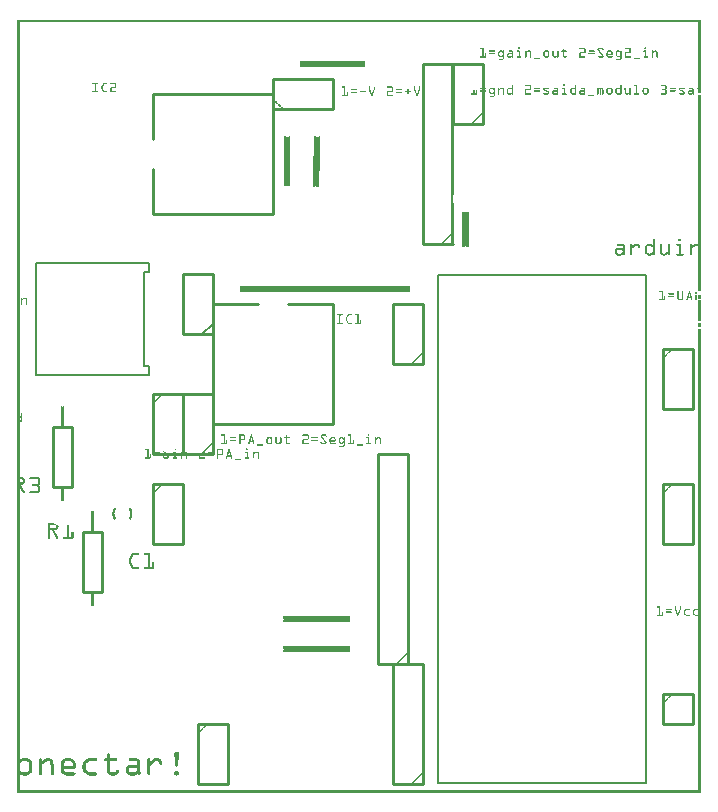
<source format=gto>
G04 MADE WITH FRITZING*
G04 WWW.FRITZING.ORG*
G04 DOUBLE SIDED*
G04 HOLES PLATED*
G04 CONTOUR ON CENTER OF CONTOUR VECTOR*
%ASAXBY*%
%FSLAX23Y23*%
%MOIN*%
%OFA0B0*%
%SFA1.0B1.0*%
%ADD10C,0.010000*%
%ADD11C,0.005000*%
%ADD12C,0.008000*%
%ADD13R,0.001000X0.001000*%
%LNSILK1*%
G90*
G70*
G54D10*
X1551Y2230D02*
X1551Y2430D01*
D02*
X1551Y2430D02*
X1451Y2430D01*
D02*
X1451Y2430D02*
X1451Y2230D01*
D02*
X1451Y2230D02*
X1551Y2230D01*
D02*
X651Y1630D02*
X651Y1230D01*
D02*
X651Y1230D02*
X1051Y1230D01*
D02*
X1051Y1230D02*
X1051Y1630D01*
D02*
X651Y1630D02*
X801Y1630D01*
D02*
X901Y1630D02*
X1051Y1630D01*
D02*
X451Y1030D02*
X451Y830D01*
D02*
X451Y830D02*
X551Y830D01*
D02*
X551Y830D02*
X551Y1030D01*
D02*
X551Y1030D02*
X451Y1030D01*
D02*
X651Y1130D02*
X651Y1330D01*
D02*
X651Y1330D02*
X551Y1330D01*
D02*
X551Y1330D02*
X551Y1130D01*
D02*
X551Y1130D02*
X651Y1130D01*
D02*
X451Y1930D02*
X851Y1930D01*
D02*
X851Y1930D02*
X851Y2330D01*
D02*
X851Y2330D02*
X451Y2330D01*
D02*
X451Y1930D02*
X451Y2080D01*
D02*
X451Y2180D02*
X451Y2330D01*
D02*
X651Y1530D02*
X651Y1730D01*
D02*
X651Y1730D02*
X551Y1730D01*
D02*
X551Y1730D02*
X551Y1530D01*
D02*
X551Y1530D02*
X651Y1530D01*
G54D11*
D02*
X651Y1565D02*
X616Y1530D01*
G54D10*
D02*
X451Y1330D02*
X451Y1130D01*
D02*
X451Y1130D02*
X551Y1130D01*
D02*
X551Y1130D02*
X551Y1330D01*
D02*
X551Y1330D02*
X451Y1330D01*
D02*
X851Y2280D02*
X1051Y2280D01*
D02*
X1051Y2280D02*
X1051Y2380D01*
D02*
X1051Y2380D02*
X851Y2380D01*
D02*
X851Y2380D02*
X851Y2280D01*
D02*
X1351Y1430D02*
X1351Y1630D01*
D02*
X1351Y1630D02*
X1251Y1630D01*
D02*
X1251Y1630D02*
X1251Y1430D01*
D02*
X1251Y1430D02*
X1351Y1430D01*
D02*
X2151Y1030D02*
X2151Y830D01*
D02*
X2151Y830D02*
X2251Y830D01*
D02*
X2251Y830D02*
X2251Y1030D01*
D02*
X2251Y1030D02*
X2151Y1030D01*
D02*
X1351Y30D02*
X1351Y430D01*
D02*
X1351Y430D02*
X1251Y430D01*
D02*
X1251Y430D02*
X1251Y30D01*
D02*
X1251Y30D02*
X1351Y30D01*
D02*
X284Y871D02*
X284Y671D01*
D02*
X284Y671D02*
X218Y671D01*
D02*
X218Y671D02*
X218Y871D01*
D02*
X218Y871D02*
X284Y871D01*
G54D12*
D02*
X438Y1393D02*
X438Y1423D01*
D02*
X438Y1738D02*
X438Y1768D01*
D02*
X438Y1768D02*
X62Y1768D01*
D02*
X62Y1768D02*
X62Y1393D01*
D02*
X62Y1393D02*
X438Y1393D01*
D02*
X438Y1423D02*
X422Y1423D01*
D02*
X422Y1423D02*
X422Y1738D01*
D02*
X422Y1738D02*
X438Y1738D01*
G54D10*
D02*
X184Y1221D02*
X184Y1021D01*
D02*
X184Y1021D02*
X118Y1021D01*
D02*
X118Y1021D02*
X118Y1221D01*
D02*
X118Y1221D02*
X184Y1221D01*
D02*
X2151Y330D02*
X2151Y230D01*
D02*
X2151Y230D02*
X2251Y230D01*
D02*
X2251Y230D02*
X2251Y330D01*
D02*
X2251Y330D02*
X2151Y330D01*
D02*
X1451Y2430D02*
X1351Y2430D01*
D02*
X1351Y2430D02*
X1351Y1830D01*
D02*
X1351Y1830D02*
X1451Y1830D01*
D02*
X1301Y430D02*
X1301Y1130D01*
D02*
X1301Y1130D02*
X1201Y1130D01*
D02*
X1201Y1130D02*
X1201Y430D01*
D02*
X1201Y430D02*
X1301Y430D01*
D02*
X601Y230D02*
X601Y30D01*
D02*
X601Y30D02*
X701Y30D01*
D02*
X701Y30D02*
X701Y230D01*
D02*
X701Y230D02*
X601Y230D01*
D02*
X2151Y1480D02*
X2151Y1280D01*
D02*
X2151Y1280D02*
X2251Y1280D01*
D02*
X2251Y1280D02*
X2251Y1480D01*
D02*
X2251Y1480D02*
X2151Y1480D01*
G54D12*
X1404Y35D02*
X2096Y35D01*
X2096Y1727D01*
X1404Y1727D01*
X1404Y35D01*
D02*
G54D13*
X0Y2578D02*
X2277Y2578D01*
X0Y2577D02*
X2277Y2577D01*
X0Y2576D02*
X2277Y2576D01*
X0Y2575D02*
X2277Y2575D01*
X0Y2574D02*
X2277Y2574D01*
X0Y2573D02*
X2277Y2573D01*
X0Y2572D02*
X2277Y2572D01*
X0Y2571D02*
X2277Y2571D01*
X0Y2570D02*
X7Y2570D01*
X2270Y2570D02*
X2277Y2570D01*
X0Y2569D02*
X7Y2569D01*
X2270Y2569D02*
X2277Y2569D01*
X0Y2568D02*
X7Y2568D01*
X2270Y2568D02*
X2277Y2568D01*
X0Y2567D02*
X7Y2567D01*
X2270Y2567D02*
X2277Y2567D01*
X0Y2566D02*
X7Y2566D01*
X2270Y2566D02*
X2277Y2566D01*
X0Y2565D02*
X7Y2565D01*
X2270Y2565D02*
X2277Y2565D01*
X0Y2564D02*
X7Y2564D01*
X2270Y2564D02*
X2277Y2564D01*
X0Y2563D02*
X7Y2563D01*
X2270Y2563D02*
X2277Y2563D01*
X0Y2562D02*
X7Y2562D01*
X2270Y2562D02*
X2277Y2562D01*
X0Y2561D02*
X7Y2561D01*
X2270Y2561D02*
X2277Y2561D01*
X0Y2560D02*
X7Y2560D01*
X2270Y2560D02*
X2277Y2560D01*
X0Y2559D02*
X7Y2559D01*
X2270Y2559D02*
X2277Y2559D01*
X0Y2558D02*
X7Y2558D01*
X2270Y2558D02*
X2277Y2558D01*
X0Y2557D02*
X7Y2557D01*
X2270Y2557D02*
X2277Y2557D01*
X0Y2556D02*
X7Y2556D01*
X2270Y2556D02*
X2277Y2556D01*
X0Y2555D02*
X7Y2555D01*
X2270Y2555D02*
X2277Y2555D01*
X0Y2554D02*
X7Y2554D01*
X2270Y2554D02*
X2277Y2554D01*
X0Y2553D02*
X7Y2553D01*
X2270Y2553D02*
X2277Y2553D01*
X0Y2552D02*
X7Y2552D01*
X2270Y2552D02*
X2277Y2552D01*
X0Y2551D02*
X7Y2551D01*
X2270Y2551D02*
X2277Y2551D01*
X0Y2550D02*
X7Y2550D01*
X2270Y2550D02*
X2277Y2550D01*
X0Y2549D02*
X7Y2549D01*
X2270Y2549D02*
X2277Y2549D01*
X0Y2548D02*
X7Y2548D01*
X2270Y2548D02*
X2277Y2548D01*
X0Y2547D02*
X7Y2547D01*
X2270Y2547D02*
X2277Y2547D01*
X0Y2546D02*
X7Y2546D01*
X2270Y2546D02*
X2277Y2546D01*
X0Y2545D02*
X7Y2545D01*
X2270Y2545D02*
X2277Y2545D01*
X0Y2544D02*
X7Y2544D01*
X2270Y2544D02*
X2277Y2544D01*
X0Y2543D02*
X7Y2543D01*
X2270Y2543D02*
X2277Y2543D01*
X0Y2542D02*
X7Y2542D01*
X2270Y2542D02*
X2277Y2542D01*
X0Y2541D02*
X7Y2541D01*
X2270Y2541D02*
X2277Y2541D01*
X0Y2540D02*
X7Y2540D01*
X2270Y2540D02*
X2277Y2540D01*
X0Y2539D02*
X7Y2539D01*
X2270Y2539D02*
X2277Y2539D01*
X0Y2538D02*
X7Y2538D01*
X2270Y2538D02*
X2277Y2538D01*
X0Y2537D02*
X7Y2537D01*
X2270Y2537D02*
X2277Y2537D01*
X0Y2536D02*
X7Y2536D01*
X2270Y2536D02*
X2277Y2536D01*
X0Y2535D02*
X7Y2535D01*
X2270Y2535D02*
X2277Y2535D01*
X0Y2534D02*
X7Y2534D01*
X2270Y2534D02*
X2277Y2534D01*
X0Y2533D02*
X7Y2533D01*
X2270Y2533D02*
X2277Y2533D01*
X0Y2532D02*
X7Y2532D01*
X2270Y2532D02*
X2277Y2532D01*
X0Y2531D02*
X7Y2531D01*
X2270Y2531D02*
X2277Y2531D01*
X0Y2530D02*
X7Y2530D01*
X2270Y2530D02*
X2277Y2530D01*
X0Y2529D02*
X7Y2529D01*
X2270Y2529D02*
X2277Y2529D01*
X0Y2528D02*
X7Y2528D01*
X2270Y2528D02*
X2277Y2528D01*
X0Y2527D02*
X7Y2527D01*
X2270Y2527D02*
X2277Y2527D01*
X0Y2526D02*
X7Y2526D01*
X2270Y2526D02*
X2277Y2526D01*
X0Y2525D02*
X7Y2525D01*
X2270Y2525D02*
X2277Y2525D01*
X0Y2524D02*
X7Y2524D01*
X2270Y2524D02*
X2277Y2524D01*
X0Y2523D02*
X7Y2523D01*
X2270Y2523D02*
X2277Y2523D01*
X0Y2522D02*
X7Y2522D01*
X2270Y2522D02*
X2277Y2522D01*
X0Y2521D02*
X7Y2521D01*
X2270Y2521D02*
X2277Y2521D01*
X0Y2520D02*
X7Y2520D01*
X2270Y2520D02*
X2277Y2520D01*
X0Y2519D02*
X7Y2519D01*
X2270Y2519D02*
X2277Y2519D01*
X0Y2518D02*
X7Y2518D01*
X2270Y2518D02*
X2277Y2518D01*
X0Y2517D02*
X7Y2517D01*
X2270Y2517D02*
X2277Y2517D01*
X0Y2516D02*
X7Y2516D01*
X2270Y2516D02*
X2277Y2516D01*
X0Y2515D02*
X7Y2515D01*
X2270Y2515D02*
X2277Y2515D01*
X0Y2514D02*
X7Y2514D01*
X2270Y2514D02*
X2277Y2514D01*
X0Y2513D02*
X7Y2513D01*
X2270Y2513D02*
X2277Y2513D01*
X0Y2512D02*
X7Y2512D01*
X2270Y2512D02*
X2277Y2512D01*
X0Y2511D02*
X7Y2511D01*
X2270Y2511D02*
X2277Y2511D01*
X0Y2510D02*
X7Y2510D01*
X2270Y2510D02*
X2277Y2510D01*
X0Y2509D02*
X7Y2509D01*
X2270Y2509D02*
X2277Y2509D01*
X0Y2508D02*
X7Y2508D01*
X2270Y2508D02*
X2277Y2508D01*
X0Y2507D02*
X7Y2507D01*
X2270Y2507D02*
X2277Y2507D01*
X0Y2506D02*
X7Y2506D01*
X2270Y2506D02*
X2277Y2506D01*
X0Y2505D02*
X7Y2505D01*
X2270Y2505D02*
X2277Y2505D01*
X0Y2504D02*
X7Y2504D01*
X2270Y2504D02*
X2277Y2504D01*
X0Y2503D02*
X7Y2503D01*
X2270Y2503D02*
X2277Y2503D01*
X0Y2502D02*
X7Y2502D01*
X2270Y2502D02*
X2277Y2502D01*
X0Y2501D02*
X7Y2501D01*
X2270Y2501D02*
X2277Y2501D01*
X0Y2500D02*
X7Y2500D01*
X2270Y2500D02*
X2277Y2500D01*
X0Y2499D02*
X7Y2499D01*
X2270Y2499D02*
X2277Y2499D01*
X0Y2498D02*
X7Y2498D01*
X2270Y2498D02*
X2277Y2498D01*
X0Y2497D02*
X7Y2497D01*
X2270Y2497D02*
X2277Y2497D01*
X0Y2496D02*
X7Y2496D01*
X2270Y2496D02*
X2277Y2496D01*
X0Y2495D02*
X7Y2495D01*
X2270Y2495D02*
X2277Y2495D01*
X0Y2494D02*
X7Y2494D01*
X2270Y2494D02*
X2277Y2494D01*
X0Y2493D02*
X7Y2493D01*
X2270Y2493D02*
X2277Y2493D01*
X0Y2492D02*
X7Y2492D01*
X2270Y2492D02*
X2277Y2492D01*
X0Y2491D02*
X7Y2491D01*
X2270Y2491D02*
X2277Y2491D01*
X0Y2490D02*
X7Y2490D01*
X2270Y2490D02*
X2277Y2490D01*
X0Y2489D02*
X7Y2489D01*
X2270Y2489D02*
X2277Y2489D01*
X0Y2488D02*
X7Y2488D01*
X2270Y2488D02*
X2277Y2488D01*
X0Y2487D02*
X7Y2487D01*
X2270Y2487D02*
X2277Y2487D01*
X0Y2486D02*
X7Y2486D01*
X2270Y2486D02*
X2277Y2486D01*
X0Y2485D02*
X7Y2485D01*
X1670Y2485D02*
X1674Y2485D01*
X2092Y2485D02*
X2096Y2485D01*
X2270Y2485D02*
X2277Y2485D01*
X0Y2484D02*
X7Y2484D01*
X1670Y2484D02*
X1675Y2484D01*
X2091Y2484D02*
X2096Y2484D01*
X2270Y2484D02*
X2277Y2484D01*
X0Y2483D02*
X7Y2483D01*
X1543Y2483D02*
X1554Y2483D01*
X1669Y2483D02*
X1675Y2483D01*
X1874Y2483D02*
X1892Y2483D01*
X1936Y2483D02*
X1951Y2483D01*
X2025Y2483D02*
X2043Y2483D01*
X2091Y2483D02*
X2096Y2483D01*
X2270Y2483D02*
X2277Y2483D01*
X0Y2482D02*
X7Y2482D01*
X1543Y2482D02*
X1554Y2482D01*
X1669Y2482D02*
X1675Y2482D01*
X1819Y2482D02*
X1820Y2482D01*
X1874Y2482D02*
X1893Y2482D01*
X1935Y2482D02*
X1953Y2482D01*
X2025Y2482D02*
X2044Y2482D01*
X2091Y2482D02*
X2096Y2482D01*
X2270Y2482D02*
X2277Y2482D01*
X0Y2481D02*
X7Y2481D01*
X1543Y2481D02*
X1554Y2481D01*
X1670Y2481D02*
X1675Y2481D01*
X1818Y2481D02*
X1821Y2481D01*
X1874Y2481D02*
X1894Y2481D01*
X1935Y2481D02*
X1953Y2481D01*
X2025Y2481D02*
X2044Y2481D01*
X2091Y2481D02*
X2096Y2481D01*
X2270Y2481D02*
X2277Y2481D01*
X0Y2480D02*
X7Y2480D01*
X1544Y2480D02*
X1554Y2480D01*
X1671Y2480D02*
X1674Y2480D01*
X1818Y2480D02*
X1821Y2480D01*
X1875Y2480D02*
X1894Y2480D01*
X1934Y2480D02*
X1954Y2480D01*
X2026Y2480D02*
X2044Y2480D01*
X2092Y2480D02*
X2095Y2480D01*
X2270Y2480D02*
X2277Y2480D01*
X0Y2479D02*
X7Y2479D01*
X1551Y2479D02*
X1554Y2479D01*
X1818Y2479D02*
X1821Y2479D01*
X1891Y2479D02*
X1894Y2479D01*
X1934Y2479D02*
X1938Y2479D01*
X1951Y2479D02*
X1954Y2479D01*
X2041Y2479D02*
X2044Y2479D01*
X2270Y2479D02*
X2277Y2479D01*
X0Y2478D02*
X7Y2478D01*
X1551Y2478D02*
X1554Y2478D01*
X1818Y2478D02*
X1821Y2478D01*
X1891Y2478D02*
X1894Y2478D01*
X1935Y2478D02*
X1938Y2478D01*
X1951Y2478D02*
X1954Y2478D01*
X2041Y2478D02*
X2044Y2478D01*
X2270Y2478D02*
X2277Y2478D01*
X0Y2477D02*
X7Y2477D01*
X1551Y2477D02*
X1554Y2477D01*
X1818Y2477D02*
X1821Y2477D01*
X1891Y2477D02*
X1894Y2477D01*
X1935Y2477D02*
X1939Y2477D01*
X1951Y2477D02*
X1954Y2477D01*
X2041Y2477D02*
X2044Y2477D01*
X2270Y2477D02*
X2277Y2477D01*
X0Y2476D02*
X7Y2476D01*
X1551Y2476D02*
X1554Y2476D01*
X1818Y2476D02*
X1821Y2476D01*
X1891Y2476D02*
X1894Y2476D01*
X1936Y2476D02*
X1940Y2476D01*
X2041Y2476D02*
X2044Y2476D01*
X2270Y2476D02*
X2277Y2476D01*
X0Y2475D02*
X7Y2475D01*
X1551Y2475D02*
X1554Y2475D01*
X1574Y2475D02*
X1591Y2475D01*
X1610Y2475D02*
X1614Y2475D01*
X1621Y2475D02*
X1621Y2475D01*
X1639Y2475D02*
X1647Y2475D01*
X1667Y2475D02*
X1673Y2475D01*
X1695Y2475D02*
X1695Y2475D01*
X1704Y2475D02*
X1708Y2475D01*
X1761Y2475D02*
X1767Y2475D01*
X1785Y2475D02*
X1785Y2475D01*
X1802Y2475D02*
X1802Y2475D01*
X1815Y2475D02*
X1830Y2475D01*
X1891Y2475D02*
X1894Y2475D01*
X1906Y2475D02*
X1922Y2475D01*
X1936Y2475D02*
X1941Y2475D01*
X1971Y2475D02*
X1978Y2475D01*
X2001Y2475D02*
X2006Y2475D01*
X2013Y2475D02*
X2013Y2475D01*
X2041Y2475D02*
X2044Y2475D01*
X2088Y2475D02*
X2095Y2475D01*
X2116Y2475D02*
X2117Y2475D01*
X2126Y2475D02*
X2129Y2475D01*
X2270Y2475D02*
X2277Y2475D01*
X0Y2474D02*
X7Y2474D01*
X1551Y2474D02*
X1554Y2474D01*
X1573Y2474D02*
X1592Y2474D01*
X1607Y2474D02*
X1617Y2474D01*
X1620Y2474D02*
X1623Y2474D01*
X1638Y2474D02*
X1650Y2474D01*
X1666Y2474D02*
X1674Y2474D01*
X1694Y2474D02*
X1696Y2474D01*
X1701Y2474D02*
X1710Y2474D01*
X1758Y2474D02*
X1769Y2474D01*
X1784Y2474D02*
X1787Y2474D01*
X1801Y2474D02*
X1803Y2474D01*
X1814Y2474D02*
X1831Y2474D01*
X1891Y2474D02*
X1894Y2474D01*
X1904Y2474D02*
X1924Y2474D01*
X1937Y2474D02*
X1941Y2474D01*
X1969Y2474D02*
X1980Y2474D01*
X1999Y2474D02*
X2008Y2474D01*
X2011Y2474D02*
X2014Y2474D01*
X2041Y2474D02*
X2044Y2474D01*
X2087Y2474D02*
X2096Y2474D01*
X2115Y2474D02*
X2118Y2474D01*
X2123Y2474D02*
X2131Y2474D01*
X2270Y2474D02*
X2277Y2474D01*
X0Y2473D02*
X7Y2473D01*
X1551Y2473D02*
X1554Y2473D01*
X1573Y2473D02*
X1593Y2473D01*
X1606Y2473D02*
X1618Y2473D01*
X1620Y2473D02*
X1623Y2473D01*
X1637Y2473D02*
X1651Y2473D01*
X1665Y2473D02*
X1675Y2473D01*
X1693Y2473D02*
X1697Y2473D01*
X1700Y2473D02*
X1711Y2473D01*
X1757Y2473D02*
X1770Y2473D01*
X1784Y2473D02*
X1787Y2473D01*
X1800Y2473D02*
X1803Y2473D01*
X1814Y2473D02*
X1831Y2473D01*
X1891Y2473D02*
X1894Y2473D01*
X1904Y2473D02*
X1924Y2473D01*
X1938Y2473D02*
X1942Y2473D01*
X1967Y2473D02*
X1981Y2473D01*
X1997Y2473D02*
X2009Y2473D01*
X2011Y2473D02*
X2014Y2473D01*
X2041Y2473D02*
X2044Y2473D01*
X2087Y2473D02*
X2096Y2473D01*
X2115Y2473D02*
X2118Y2473D01*
X2121Y2473D02*
X2133Y2473D01*
X2270Y2473D02*
X2277Y2473D01*
X0Y2472D02*
X7Y2472D01*
X1551Y2472D02*
X1554Y2472D01*
X1573Y2472D02*
X1592Y2472D01*
X1605Y2472D02*
X1623Y2472D01*
X1638Y2472D02*
X1651Y2472D01*
X1666Y2472D02*
X1675Y2472D01*
X1693Y2472D02*
X1712Y2472D01*
X1756Y2472D02*
X1772Y2472D01*
X1784Y2472D02*
X1787Y2472D01*
X1800Y2472D02*
X1804Y2472D01*
X1814Y2472D02*
X1831Y2472D01*
X1891Y2472D02*
X1894Y2472D01*
X1905Y2472D02*
X1924Y2472D01*
X1939Y2472D02*
X1943Y2472D01*
X1966Y2472D02*
X1982Y2472D01*
X1996Y2472D02*
X2014Y2472D01*
X2041Y2472D02*
X2044Y2472D01*
X2087Y2472D02*
X2096Y2472D01*
X2115Y2472D02*
X2118Y2472D01*
X2120Y2472D02*
X2133Y2472D01*
X2270Y2472D02*
X2277Y2472D01*
X0Y2471D02*
X7Y2471D01*
X1551Y2471D02*
X1554Y2471D01*
X1575Y2471D02*
X1591Y2471D01*
X1604Y2471D02*
X1623Y2471D01*
X1639Y2471D02*
X1652Y2471D01*
X1667Y2471D02*
X1675Y2471D01*
X1693Y2471D02*
X1712Y2471D01*
X1755Y2471D02*
X1772Y2471D01*
X1784Y2471D02*
X1787Y2471D01*
X1800Y2471D02*
X1804Y2471D01*
X1816Y2471D02*
X1830Y2471D01*
X1891Y2471D02*
X1894Y2471D01*
X1906Y2471D02*
X1922Y2471D01*
X1939Y2471D02*
X1944Y2471D01*
X1966Y2471D02*
X1983Y2471D01*
X1996Y2471D02*
X2014Y2471D01*
X2041Y2471D02*
X2044Y2471D01*
X2089Y2471D02*
X2096Y2471D01*
X2115Y2471D02*
X2134Y2471D01*
X2270Y2471D02*
X2277Y2471D01*
X0Y2470D02*
X7Y2470D01*
X1551Y2470D02*
X1554Y2470D01*
X1604Y2470D02*
X1608Y2470D01*
X1616Y2470D02*
X1623Y2470D01*
X1649Y2470D02*
X1652Y2470D01*
X1672Y2470D02*
X1675Y2470D01*
X1693Y2470D02*
X1702Y2470D01*
X1709Y2470D02*
X1713Y2470D01*
X1754Y2470D02*
X1759Y2470D01*
X1769Y2470D02*
X1773Y2470D01*
X1784Y2470D02*
X1787Y2470D01*
X1800Y2470D02*
X1804Y2470D01*
X1818Y2470D02*
X1821Y2470D01*
X1890Y2470D02*
X1894Y2470D01*
X1940Y2470D02*
X1945Y2470D01*
X1965Y2470D02*
X1969Y2470D01*
X1979Y2470D02*
X1984Y2470D01*
X1995Y2470D02*
X1999Y2470D01*
X2007Y2470D02*
X2014Y2470D01*
X2041Y2470D02*
X2044Y2470D01*
X2093Y2470D02*
X2096Y2470D01*
X2115Y2470D02*
X2124Y2470D01*
X2131Y2470D02*
X2134Y2470D01*
X2270Y2470D02*
X2277Y2470D01*
X0Y2469D02*
X7Y2469D01*
X1551Y2469D02*
X1554Y2469D01*
X1603Y2469D02*
X1607Y2469D01*
X1617Y2469D02*
X1623Y2469D01*
X1649Y2469D02*
X1652Y2469D01*
X1672Y2469D02*
X1675Y2469D01*
X1693Y2469D02*
X1700Y2469D01*
X1709Y2469D02*
X1713Y2469D01*
X1754Y2469D02*
X1757Y2469D01*
X1770Y2469D02*
X1773Y2469D01*
X1784Y2469D02*
X1787Y2469D01*
X1800Y2469D02*
X1804Y2469D01*
X1818Y2469D02*
X1821Y2469D01*
X1876Y2469D02*
X1894Y2469D01*
X1941Y2469D02*
X1945Y2469D01*
X1965Y2469D02*
X1968Y2469D01*
X1980Y2469D02*
X1984Y2469D01*
X1995Y2469D02*
X1998Y2469D01*
X2008Y2469D02*
X2014Y2469D01*
X2027Y2469D02*
X2044Y2469D01*
X2093Y2469D02*
X2096Y2469D01*
X2115Y2469D02*
X2122Y2469D01*
X2131Y2469D02*
X2134Y2469D01*
X2270Y2469D02*
X2277Y2469D01*
X0Y2468D02*
X7Y2468D01*
X1551Y2468D02*
X1554Y2468D01*
X1603Y2468D02*
X1606Y2468D01*
X1618Y2468D02*
X1623Y2468D01*
X1649Y2468D02*
X1652Y2468D01*
X1672Y2468D02*
X1675Y2468D01*
X1693Y2468D02*
X1699Y2468D01*
X1709Y2468D02*
X1713Y2468D01*
X1754Y2468D02*
X1757Y2468D01*
X1770Y2468D02*
X1773Y2468D01*
X1784Y2468D02*
X1787Y2468D01*
X1800Y2468D02*
X1804Y2468D01*
X1818Y2468D02*
X1821Y2468D01*
X1875Y2468D02*
X1893Y2468D01*
X1942Y2468D02*
X1946Y2468D01*
X1964Y2468D02*
X1968Y2468D01*
X1981Y2468D02*
X1984Y2468D01*
X1995Y2468D02*
X1998Y2468D01*
X2010Y2468D02*
X2014Y2468D01*
X2025Y2468D02*
X2044Y2468D01*
X2093Y2468D02*
X2096Y2468D01*
X2115Y2468D02*
X2120Y2468D01*
X2131Y2468D02*
X2134Y2468D01*
X2270Y2468D02*
X2277Y2468D01*
X0Y2467D02*
X7Y2467D01*
X1551Y2467D02*
X1554Y2467D01*
X1603Y2467D02*
X1606Y2467D01*
X1619Y2467D02*
X1623Y2467D01*
X1649Y2467D02*
X1652Y2467D01*
X1672Y2467D02*
X1675Y2467D01*
X1693Y2467D02*
X1697Y2467D01*
X1709Y2467D02*
X1713Y2467D01*
X1754Y2467D02*
X1757Y2467D01*
X1770Y2467D02*
X1773Y2467D01*
X1784Y2467D02*
X1787Y2467D01*
X1800Y2467D02*
X1804Y2467D01*
X1818Y2467D02*
X1821Y2467D01*
X1874Y2467D02*
X1893Y2467D01*
X1943Y2467D02*
X1947Y2467D01*
X1964Y2467D02*
X1968Y2467D01*
X1981Y2467D02*
X1984Y2467D01*
X1995Y2467D02*
X1998Y2467D01*
X2011Y2467D02*
X2014Y2467D01*
X2025Y2467D02*
X2043Y2467D01*
X2093Y2467D02*
X2096Y2467D01*
X2115Y2467D02*
X2119Y2467D01*
X2131Y2467D02*
X2134Y2467D01*
X2270Y2467D02*
X2277Y2467D01*
X0Y2466D02*
X7Y2466D01*
X1551Y2466D02*
X1554Y2466D01*
X1560Y2466D02*
X1562Y2466D01*
X1574Y2466D02*
X1592Y2466D01*
X1603Y2466D02*
X1606Y2466D01*
X1620Y2466D02*
X1623Y2466D01*
X1638Y2466D02*
X1653Y2466D01*
X1672Y2466D02*
X1675Y2466D01*
X1693Y2466D02*
X1697Y2466D01*
X1710Y2466D02*
X1713Y2466D01*
X1754Y2466D02*
X1757Y2466D01*
X1770Y2466D02*
X1773Y2466D01*
X1784Y2466D02*
X1787Y2466D01*
X1800Y2466D02*
X1804Y2466D01*
X1818Y2466D02*
X1821Y2466D01*
X1874Y2466D02*
X1891Y2466D01*
X1905Y2466D02*
X1923Y2466D01*
X1943Y2466D02*
X1948Y2466D01*
X1964Y2466D02*
X1968Y2466D01*
X1981Y2466D02*
X1984Y2466D01*
X1995Y2466D02*
X1998Y2466D01*
X2011Y2466D02*
X2014Y2466D01*
X2025Y2466D02*
X2042Y2466D01*
X2093Y2466D02*
X2096Y2466D01*
X2115Y2466D02*
X2118Y2466D01*
X2131Y2466D02*
X2134Y2466D01*
X2270Y2466D02*
X2277Y2466D01*
X0Y2465D02*
X7Y2465D01*
X1551Y2465D02*
X1554Y2465D01*
X1560Y2465D02*
X1562Y2465D01*
X1573Y2465D02*
X1593Y2465D01*
X1603Y2465D02*
X1606Y2465D01*
X1620Y2465D02*
X1623Y2465D01*
X1636Y2465D02*
X1653Y2465D01*
X1672Y2465D02*
X1675Y2465D01*
X1693Y2465D02*
X1697Y2465D01*
X1710Y2465D02*
X1713Y2465D01*
X1754Y2465D02*
X1757Y2465D01*
X1770Y2465D02*
X1773Y2465D01*
X1784Y2465D02*
X1787Y2465D01*
X1800Y2465D02*
X1804Y2465D01*
X1818Y2465D02*
X1821Y2465D01*
X1874Y2465D02*
X1877Y2465D01*
X1904Y2465D02*
X1924Y2465D01*
X1944Y2465D02*
X1948Y2465D01*
X1964Y2465D02*
X1968Y2465D01*
X1981Y2465D02*
X1984Y2465D01*
X1995Y2465D02*
X1998Y2465D01*
X2011Y2465D02*
X2014Y2465D01*
X2025Y2465D02*
X2028Y2465D01*
X2093Y2465D02*
X2096Y2465D01*
X2115Y2465D02*
X2118Y2465D01*
X2131Y2465D02*
X2134Y2465D01*
X2270Y2465D02*
X2277Y2465D01*
X0Y2464D02*
X7Y2464D01*
X1551Y2464D02*
X1554Y2464D01*
X1559Y2464D02*
X1563Y2464D01*
X1573Y2464D02*
X1593Y2464D01*
X1603Y2464D02*
X1606Y2464D01*
X1620Y2464D02*
X1623Y2464D01*
X1635Y2464D02*
X1653Y2464D01*
X1672Y2464D02*
X1675Y2464D01*
X1693Y2464D02*
X1697Y2464D01*
X1710Y2464D02*
X1713Y2464D01*
X1754Y2464D02*
X1757Y2464D01*
X1770Y2464D02*
X1773Y2464D01*
X1784Y2464D02*
X1787Y2464D01*
X1800Y2464D02*
X1804Y2464D01*
X1818Y2464D02*
X1821Y2464D01*
X1874Y2464D02*
X1877Y2464D01*
X1904Y2464D02*
X1924Y2464D01*
X1945Y2464D02*
X1949Y2464D01*
X1964Y2464D02*
X1984Y2464D01*
X1995Y2464D02*
X1998Y2464D01*
X2011Y2464D02*
X2014Y2464D01*
X2025Y2464D02*
X2028Y2464D01*
X2093Y2464D02*
X2096Y2464D01*
X2115Y2464D02*
X2118Y2464D01*
X2131Y2464D02*
X2134Y2464D01*
X2270Y2464D02*
X2277Y2464D01*
X0Y2463D02*
X7Y2463D01*
X1551Y2463D02*
X1554Y2463D01*
X1559Y2463D02*
X1563Y2463D01*
X1573Y2463D02*
X1592Y2463D01*
X1603Y2463D02*
X1606Y2463D01*
X1620Y2463D02*
X1623Y2463D01*
X1634Y2463D02*
X1653Y2463D01*
X1672Y2463D02*
X1675Y2463D01*
X1693Y2463D02*
X1697Y2463D01*
X1710Y2463D02*
X1713Y2463D01*
X1754Y2463D02*
X1757Y2463D01*
X1770Y2463D02*
X1773Y2463D01*
X1784Y2463D02*
X1787Y2463D01*
X1800Y2463D02*
X1804Y2463D01*
X1818Y2463D02*
X1821Y2463D01*
X1874Y2463D02*
X1877Y2463D01*
X1905Y2463D02*
X1924Y2463D01*
X1946Y2463D02*
X1950Y2463D01*
X1964Y2463D02*
X1984Y2463D01*
X1995Y2463D02*
X1998Y2463D01*
X2011Y2463D02*
X2014Y2463D01*
X2025Y2463D02*
X2028Y2463D01*
X2093Y2463D02*
X2096Y2463D01*
X2115Y2463D02*
X2118Y2463D01*
X2131Y2463D02*
X2134Y2463D01*
X2270Y2463D02*
X2277Y2463D01*
X0Y2462D02*
X7Y2462D01*
X1551Y2462D02*
X1554Y2462D01*
X1559Y2462D02*
X1563Y2462D01*
X1603Y2462D02*
X1606Y2462D01*
X1620Y2462D02*
X1623Y2462D01*
X1634Y2462D02*
X1638Y2462D01*
X1648Y2462D02*
X1653Y2462D01*
X1672Y2462D02*
X1675Y2462D01*
X1693Y2462D02*
X1697Y2462D01*
X1710Y2462D02*
X1713Y2462D01*
X1754Y2462D02*
X1757Y2462D01*
X1770Y2462D02*
X1773Y2462D01*
X1784Y2462D02*
X1787Y2462D01*
X1800Y2462D02*
X1804Y2462D01*
X1818Y2462D02*
X1821Y2462D01*
X1874Y2462D02*
X1877Y2462D01*
X1946Y2462D02*
X1951Y2462D01*
X1964Y2462D02*
X1984Y2462D01*
X1995Y2462D02*
X1998Y2462D01*
X2011Y2462D02*
X2014Y2462D01*
X2025Y2462D02*
X2028Y2462D01*
X2093Y2462D02*
X2096Y2462D01*
X2115Y2462D02*
X2118Y2462D01*
X2131Y2462D02*
X2134Y2462D01*
X2270Y2462D02*
X2277Y2462D01*
X0Y2461D02*
X7Y2461D01*
X1551Y2461D02*
X1554Y2461D01*
X1559Y2461D02*
X1563Y2461D01*
X1603Y2461D02*
X1606Y2461D01*
X1619Y2461D02*
X1623Y2461D01*
X1633Y2461D02*
X1637Y2461D01*
X1649Y2461D02*
X1653Y2461D01*
X1672Y2461D02*
X1675Y2461D01*
X1693Y2461D02*
X1697Y2461D01*
X1710Y2461D02*
X1713Y2461D01*
X1754Y2461D02*
X1757Y2461D01*
X1770Y2461D02*
X1773Y2461D01*
X1784Y2461D02*
X1787Y2461D01*
X1800Y2461D02*
X1804Y2461D01*
X1818Y2461D02*
X1821Y2461D01*
X1874Y2461D02*
X1877Y2461D01*
X1947Y2461D02*
X1952Y2461D01*
X1964Y2461D02*
X1984Y2461D01*
X1995Y2461D02*
X1998Y2461D01*
X2010Y2461D02*
X2014Y2461D01*
X2025Y2461D02*
X2028Y2461D01*
X2093Y2461D02*
X2096Y2461D01*
X2115Y2461D02*
X2118Y2461D01*
X2131Y2461D02*
X2134Y2461D01*
X2270Y2461D02*
X2277Y2461D01*
X0Y2460D02*
X7Y2460D01*
X1551Y2460D02*
X1554Y2460D01*
X1559Y2460D02*
X1563Y2460D01*
X1603Y2460D02*
X1607Y2460D01*
X1618Y2460D02*
X1623Y2460D01*
X1633Y2460D02*
X1636Y2460D01*
X1649Y2460D02*
X1653Y2460D01*
X1672Y2460D02*
X1675Y2460D01*
X1693Y2460D02*
X1697Y2460D01*
X1710Y2460D02*
X1713Y2460D01*
X1754Y2460D02*
X1757Y2460D01*
X1770Y2460D02*
X1773Y2460D01*
X1784Y2460D02*
X1787Y2460D01*
X1800Y2460D02*
X1804Y2460D01*
X1818Y2460D02*
X1821Y2460D01*
X1874Y2460D02*
X1877Y2460D01*
X1948Y2460D02*
X1952Y2460D01*
X1964Y2460D02*
X1968Y2460D01*
X1995Y2460D02*
X1998Y2460D01*
X2009Y2460D02*
X2014Y2460D01*
X2025Y2460D02*
X2028Y2460D01*
X2093Y2460D02*
X2096Y2460D01*
X2115Y2460D02*
X2118Y2460D01*
X2131Y2460D02*
X2134Y2460D01*
X2270Y2460D02*
X2277Y2460D01*
X0Y2459D02*
X7Y2459D01*
X1551Y2459D02*
X1554Y2459D01*
X1559Y2459D02*
X1563Y2459D01*
X1603Y2459D02*
X1607Y2459D01*
X1617Y2459D02*
X1623Y2459D01*
X1633Y2459D02*
X1636Y2459D01*
X1649Y2459D02*
X1653Y2459D01*
X1672Y2459D02*
X1675Y2459D01*
X1693Y2459D02*
X1697Y2459D01*
X1710Y2459D02*
X1713Y2459D01*
X1754Y2459D02*
X1757Y2459D01*
X1770Y2459D02*
X1773Y2459D01*
X1784Y2459D02*
X1787Y2459D01*
X1799Y2459D02*
X1804Y2459D01*
X1818Y2459D02*
X1821Y2459D01*
X1832Y2459D02*
X1832Y2459D01*
X1874Y2459D02*
X1877Y2459D01*
X1936Y2459D02*
X1936Y2459D01*
X1949Y2459D02*
X1953Y2459D01*
X1964Y2459D02*
X1968Y2459D01*
X1995Y2459D02*
X1999Y2459D01*
X2008Y2459D02*
X2014Y2459D01*
X2025Y2459D02*
X2028Y2459D01*
X2093Y2459D02*
X2096Y2459D01*
X2115Y2459D02*
X2118Y2459D01*
X2131Y2459D02*
X2135Y2459D01*
X2270Y2459D02*
X2277Y2459D01*
X0Y2458D02*
X7Y2458D01*
X1551Y2458D02*
X1554Y2458D01*
X1559Y2458D02*
X1563Y2458D01*
X1604Y2458D02*
X1608Y2458D01*
X1615Y2458D02*
X1623Y2458D01*
X1633Y2458D02*
X1636Y2458D01*
X1649Y2458D02*
X1653Y2458D01*
X1672Y2458D02*
X1675Y2458D01*
X1693Y2458D02*
X1697Y2458D01*
X1710Y2458D02*
X1713Y2458D01*
X1754Y2458D02*
X1757Y2458D01*
X1770Y2458D02*
X1773Y2458D01*
X1784Y2458D02*
X1787Y2458D01*
X1797Y2458D02*
X1804Y2458D01*
X1818Y2458D02*
X1821Y2458D01*
X1831Y2458D02*
X1833Y2458D01*
X1874Y2458D02*
X1877Y2458D01*
X1935Y2458D02*
X1937Y2458D01*
X1949Y2458D02*
X1954Y2458D01*
X1965Y2458D02*
X1968Y2458D01*
X1995Y2458D02*
X2000Y2458D01*
X2007Y2458D02*
X2014Y2458D01*
X2025Y2458D02*
X2028Y2458D01*
X2093Y2458D02*
X2096Y2458D01*
X2115Y2458D02*
X2118Y2458D01*
X2131Y2458D02*
X2135Y2458D01*
X2270Y2458D02*
X2277Y2458D01*
X0Y2457D02*
X7Y2457D01*
X1551Y2457D02*
X1554Y2457D01*
X1559Y2457D02*
X1563Y2457D01*
X1604Y2457D02*
X1623Y2457D01*
X1633Y2457D02*
X1637Y2457D01*
X1647Y2457D02*
X1653Y2457D01*
X1672Y2457D02*
X1675Y2457D01*
X1693Y2457D02*
X1697Y2457D01*
X1710Y2457D02*
X1713Y2457D01*
X1754Y2457D02*
X1758Y2457D01*
X1769Y2457D02*
X1773Y2457D01*
X1784Y2457D02*
X1788Y2457D01*
X1796Y2457D02*
X1804Y2457D01*
X1818Y2457D02*
X1821Y2457D01*
X1830Y2457D02*
X1834Y2457D01*
X1874Y2457D02*
X1877Y2457D01*
X1934Y2457D02*
X1938Y2457D01*
X1950Y2457D02*
X1954Y2457D01*
X1965Y2457D02*
X1969Y2457D01*
X1996Y2457D02*
X2014Y2457D01*
X2025Y2457D02*
X2028Y2457D01*
X2093Y2457D02*
X2096Y2457D01*
X2115Y2457D02*
X2118Y2457D01*
X2131Y2457D02*
X2135Y2457D01*
X2270Y2457D02*
X2277Y2457D01*
X0Y2456D02*
X7Y2456D01*
X1551Y2456D02*
X1554Y2456D01*
X1559Y2456D02*
X1563Y2456D01*
X1605Y2456D02*
X1623Y2456D01*
X1633Y2456D02*
X1637Y2456D01*
X1646Y2456D02*
X1653Y2456D01*
X1671Y2456D02*
X1675Y2456D01*
X1693Y2456D02*
X1697Y2456D01*
X1710Y2456D02*
X1713Y2456D01*
X1754Y2456D02*
X1759Y2456D01*
X1768Y2456D02*
X1773Y2456D01*
X1785Y2456D02*
X1789Y2456D01*
X1794Y2456D02*
X1804Y2456D01*
X1818Y2456D02*
X1822Y2456D01*
X1829Y2456D02*
X1833Y2456D01*
X1874Y2456D02*
X1877Y2456D01*
X1935Y2456D02*
X1938Y2456D01*
X1951Y2456D02*
X1954Y2456D01*
X1965Y2456D02*
X1970Y2456D01*
X1997Y2456D02*
X2014Y2456D01*
X2025Y2456D02*
X2028Y2456D01*
X2093Y2456D02*
X2096Y2456D01*
X2115Y2456D02*
X2118Y2456D01*
X2131Y2456D02*
X2135Y2456D01*
X2270Y2456D02*
X2277Y2456D01*
X0Y2455D02*
X7Y2455D01*
X1544Y2455D02*
X1563Y2455D01*
X1606Y2455D02*
X1617Y2455D01*
X1620Y2455D02*
X1623Y2455D01*
X1634Y2455D02*
X1653Y2455D01*
X1666Y2455D02*
X1680Y2455D01*
X1693Y2455D02*
X1697Y2455D01*
X1710Y2455D02*
X1713Y2455D01*
X1755Y2455D02*
X1772Y2455D01*
X1785Y2455D02*
X1804Y2455D01*
X1819Y2455D02*
X1833Y2455D01*
X1874Y2455D02*
X1893Y2455D01*
X1935Y2455D02*
X1954Y2455D01*
X1966Y2455D02*
X1984Y2455D01*
X1998Y2455D02*
X2009Y2455D01*
X2011Y2455D02*
X2014Y2455D01*
X2025Y2455D02*
X2044Y2455D01*
X2088Y2455D02*
X2102Y2455D01*
X2115Y2455D02*
X2118Y2455D01*
X2131Y2455D02*
X2135Y2455D01*
X2270Y2455D02*
X2277Y2455D01*
X0Y2454D02*
X7Y2454D01*
X1543Y2454D02*
X1563Y2454D01*
X1608Y2454D02*
X1616Y2454D01*
X1620Y2454D02*
X1623Y2454D01*
X1635Y2454D02*
X1653Y2454D01*
X1665Y2454D02*
X1681Y2454D01*
X1693Y2454D02*
X1697Y2454D01*
X1710Y2454D02*
X1713Y2454D01*
X1756Y2454D02*
X1771Y2454D01*
X1786Y2454D02*
X1798Y2454D01*
X1800Y2454D02*
X1804Y2454D01*
X1819Y2454D02*
X1832Y2454D01*
X1874Y2454D02*
X1894Y2454D01*
X1935Y2454D02*
X1953Y2454D01*
X1967Y2454D02*
X1984Y2454D01*
X1999Y2454D02*
X2007Y2454D01*
X2011Y2454D02*
X2014Y2454D01*
X2025Y2454D02*
X2044Y2454D01*
X2087Y2454D02*
X2102Y2454D01*
X2115Y2454D02*
X2118Y2454D01*
X2131Y2454D02*
X2135Y2454D01*
X2270Y2454D02*
X2277Y2454D01*
X0Y2453D02*
X7Y2453D01*
X1543Y2453D02*
X1562Y2453D01*
X1620Y2453D02*
X1623Y2453D01*
X1635Y2453D02*
X1648Y2453D01*
X1650Y2453D02*
X1653Y2453D01*
X1665Y2453D02*
X1681Y2453D01*
X1694Y2453D02*
X1697Y2453D01*
X1710Y2453D02*
X1713Y2453D01*
X1757Y2453D02*
X1770Y2453D01*
X1787Y2453D02*
X1796Y2453D01*
X1800Y2453D02*
X1803Y2453D01*
X1820Y2453D02*
X1831Y2453D01*
X1874Y2453D02*
X1894Y2453D01*
X1936Y2453D02*
X1953Y2453D01*
X1968Y2453D02*
X1984Y2453D01*
X2011Y2453D02*
X2014Y2453D01*
X2025Y2453D02*
X2044Y2453D01*
X2087Y2453D02*
X2102Y2453D01*
X2115Y2453D02*
X2118Y2453D01*
X2132Y2453D02*
X2135Y2453D01*
X2270Y2453D02*
X2277Y2453D01*
X0Y2452D02*
X7Y2452D01*
X1544Y2452D02*
X1562Y2452D01*
X1620Y2452D02*
X1623Y2452D01*
X1637Y2452D02*
X1646Y2452D01*
X1651Y2452D02*
X1652Y2452D01*
X1666Y2452D02*
X1680Y2452D01*
X1694Y2452D02*
X1696Y2452D01*
X1711Y2452D02*
X1712Y2452D01*
X1759Y2452D02*
X1768Y2452D01*
X1788Y2452D02*
X1794Y2452D01*
X1801Y2452D02*
X1803Y2452D01*
X1822Y2452D02*
X1830Y2452D01*
X1874Y2452D02*
X1893Y2452D01*
X1938Y2452D02*
X1951Y2452D01*
X1970Y2452D02*
X1983Y2452D01*
X2011Y2452D02*
X2014Y2452D01*
X2025Y2452D02*
X2044Y2452D01*
X2088Y2452D02*
X2102Y2452D01*
X2116Y2452D02*
X2117Y2452D01*
X2132Y2452D02*
X2134Y2452D01*
X2270Y2452D02*
X2277Y2452D01*
X0Y2451D02*
X7Y2451D01*
X1620Y2451D02*
X1623Y2451D01*
X1724Y2451D02*
X1742Y2451D01*
X2011Y2451D02*
X2014Y2451D01*
X2056Y2451D02*
X2074Y2451D01*
X2270Y2451D02*
X2277Y2451D01*
X0Y2450D02*
X7Y2450D01*
X1620Y2450D02*
X1623Y2450D01*
X1724Y2450D02*
X1743Y2450D01*
X2011Y2450D02*
X2014Y2450D01*
X2055Y2450D02*
X2074Y2450D01*
X2270Y2450D02*
X2277Y2450D01*
X0Y2449D02*
X7Y2449D01*
X1619Y2449D02*
X1623Y2449D01*
X1724Y2449D02*
X1743Y2449D01*
X2011Y2449D02*
X2014Y2449D01*
X2055Y2449D02*
X2074Y2449D01*
X2270Y2449D02*
X2277Y2449D01*
X0Y2448D02*
X7Y2448D01*
X1618Y2448D02*
X1622Y2448D01*
X1724Y2448D02*
X1743Y2448D01*
X2010Y2448D02*
X2014Y2448D01*
X2055Y2448D02*
X2074Y2448D01*
X2270Y2448D02*
X2277Y2448D01*
X0Y2447D02*
X7Y2447D01*
X1617Y2447D02*
X1622Y2447D01*
X2008Y2447D02*
X2013Y2447D01*
X2270Y2447D02*
X2277Y2447D01*
X0Y2446D02*
X7Y2446D01*
X1606Y2446D02*
X1621Y2446D01*
X1997Y2446D02*
X2013Y2446D01*
X2270Y2446D02*
X2277Y2446D01*
X0Y2445D02*
X7Y2445D01*
X1605Y2445D02*
X1620Y2445D01*
X1997Y2445D02*
X2012Y2445D01*
X2270Y2445D02*
X2277Y2445D01*
X0Y2444D02*
X7Y2444D01*
X1605Y2444D02*
X1619Y2444D01*
X1997Y2444D02*
X2010Y2444D01*
X2270Y2444D02*
X2277Y2444D01*
X0Y2443D02*
X7Y2443D01*
X1606Y2443D02*
X1617Y2443D01*
X1998Y2443D02*
X2008Y2443D01*
X2270Y2443D02*
X2277Y2443D01*
X0Y2442D02*
X7Y2442D01*
X2270Y2442D02*
X2277Y2442D01*
X0Y2441D02*
X7Y2441D01*
X941Y2441D02*
X1158Y2441D01*
X2270Y2441D02*
X2277Y2441D01*
X0Y2440D02*
X7Y2440D01*
X942Y2440D02*
X1158Y2440D01*
X2270Y2440D02*
X2277Y2440D01*
X0Y2439D02*
X7Y2439D01*
X942Y2439D02*
X1158Y2439D01*
X2270Y2439D02*
X2277Y2439D01*
X0Y2438D02*
X7Y2438D01*
X942Y2438D02*
X1157Y2438D01*
X2270Y2438D02*
X2277Y2438D01*
X0Y2437D02*
X7Y2437D01*
X942Y2437D02*
X1157Y2437D01*
X2270Y2437D02*
X2277Y2437D01*
X0Y2436D02*
X7Y2436D01*
X942Y2436D02*
X1157Y2436D01*
X2270Y2436D02*
X2277Y2436D01*
X0Y2435D02*
X7Y2435D01*
X943Y2435D02*
X1157Y2435D01*
X2270Y2435D02*
X2277Y2435D01*
X0Y2434D02*
X7Y2434D01*
X943Y2434D02*
X1157Y2434D01*
X2270Y2434D02*
X2277Y2434D01*
X0Y2433D02*
X7Y2433D01*
X943Y2433D02*
X1157Y2433D01*
X2270Y2433D02*
X2277Y2433D01*
X0Y2432D02*
X7Y2432D01*
X943Y2432D02*
X1157Y2432D01*
X2270Y2432D02*
X2277Y2432D01*
X0Y2431D02*
X7Y2431D01*
X943Y2431D02*
X1157Y2431D01*
X1445Y2431D02*
X1454Y2431D01*
X2270Y2431D02*
X2277Y2431D01*
X0Y2430D02*
X7Y2430D01*
X943Y2430D02*
X1157Y2430D01*
X1445Y2430D02*
X1454Y2430D01*
X2270Y2430D02*
X2277Y2430D01*
X0Y2429D02*
X7Y2429D01*
X943Y2429D02*
X1157Y2429D01*
X1445Y2429D02*
X1454Y2429D01*
X2270Y2429D02*
X2277Y2429D01*
X0Y2428D02*
X7Y2428D01*
X943Y2428D02*
X1157Y2428D01*
X1445Y2428D02*
X1454Y2428D01*
X2270Y2428D02*
X2277Y2428D01*
X0Y2427D02*
X7Y2427D01*
X943Y2427D02*
X1157Y2427D01*
X1445Y2427D02*
X1454Y2427D01*
X2270Y2427D02*
X2277Y2427D01*
X0Y2426D02*
X7Y2426D01*
X942Y2426D02*
X1157Y2426D01*
X1445Y2426D02*
X1454Y2426D01*
X2270Y2426D02*
X2277Y2426D01*
X0Y2425D02*
X7Y2425D01*
X942Y2425D02*
X1157Y2425D01*
X1445Y2425D02*
X1454Y2425D01*
X2270Y2425D02*
X2277Y2425D01*
X0Y2424D02*
X7Y2424D01*
X942Y2424D02*
X1157Y2424D01*
X1445Y2424D02*
X1454Y2424D01*
X2270Y2424D02*
X2277Y2424D01*
X0Y2423D02*
X7Y2423D01*
X942Y2423D02*
X1158Y2423D01*
X1445Y2423D02*
X1454Y2423D01*
X2270Y2423D02*
X2277Y2423D01*
X0Y2422D02*
X7Y2422D01*
X942Y2422D02*
X1158Y2422D01*
X1445Y2422D02*
X1454Y2422D01*
X2270Y2422D02*
X2277Y2422D01*
X0Y2421D02*
X7Y2421D01*
X941Y2421D02*
X1158Y2421D01*
X1445Y2421D02*
X1454Y2421D01*
X2270Y2421D02*
X2277Y2421D01*
X0Y2420D02*
X7Y2420D01*
X1445Y2420D02*
X1454Y2420D01*
X2270Y2420D02*
X2277Y2420D01*
X0Y2419D02*
X7Y2419D01*
X1445Y2419D02*
X1454Y2419D01*
X2270Y2419D02*
X2277Y2419D01*
X0Y2418D02*
X7Y2418D01*
X1445Y2418D02*
X1454Y2418D01*
X2270Y2418D02*
X2277Y2418D01*
X0Y2417D02*
X7Y2417D01*
X1445Y2417D02*
X1454Y2417D01*
X2270Y2417D02*
X2277Y2417D01*
X0Y2416D02*
X7Y2416D01*
X1445Y2416D02*
X1454Y2416D01*
X2270Y2416D02*
X2277Y2416D01*
X0Y2415D02*
X7Y2415D01*
X1445Y2415D02*
X1454Y2415D01*
X2270Y2415D02*
X2277Y2415D01*
X0Y2414D02*
X7Y2414D01*
X1445Y2414D02*
X1454Y2414D01*
X2270Y2414D02*
X2277Y2414D01*
X0Y2413D02*
X7Y2413D01*
X1445Y2413D02*
X1454Y2413D01*
X2270Y2413D02*
X2277Y2413D01*
X0Y2412D02*
X7Y2412D01*
X1445Y2412D02*
X1454Y2412D01*
X2270Y2412D02*
X2277Y2412D01*
X0Y2411D02*
X7Y2411D01*
X1445Y2411D02*
X1454Y2411D01*
X2270Y2411D02*
X2277Y2411D01*
X0Y2410D02*
X7Y2410D01*
X1445Y2410D02*
X1454Y2410D01*
X2270Y2410D02*
X2277Y2410D01*
X0Y2409D02*
X7Y2409D01*
X1445Y2409D02*
X1454Y2409D01*
X2270Y2409D02*
X2277Y2409D01*
X0Y2408D02*
X7Y2408D01*
X1445Y2408D02*
X1454Y2408D01*
X2270Y2408D02*
X2277Y2408D01*
X0Y2407D02*
X7Y2407D01*
X1445Y2407D02*
X1454Y2407D01*
X2270Y2407D02*
X2277Y2407D01*
X0Y2406D02*
X7Y2406D01*
X1445Y2406D02*
X1454Y2406D01*
X2270Y2406D02*
X2277Y2406D01*
X0Y2405D02*
X7Y2405D01*
X1445Y2405D02*
X1454Y2405D01*
X2270Y2405D02*
X2277Y2405D01*
X0Y2404D02*
X7Y2404D01*
X1445Y2404D02*
X1454Y2404D01*
X2270Y2404D02*
X2277Y2404D01*
X0Y2403D02*
X7Y2403D01*
X1445Y2403D02*
X1454Y2403D01*
X2270Y2403D02*
X2277Y2403D01*
X0Y2402D02*
X7Y2402D01*
X1445Y2402D02*
X1454Y2402D01*
X2270Y2402D02*
X2277Y2402D01*
X0Y2401D02*
X7Y2401D01*
X1445Y2401D02*
X1454Y2401D01*
X2270Y2401D02*
X2277Y2401D01*
X0Y2400D02*
X7Y2400D01*
X1445Y2400D02*
X1454Y2400D01*
X2270Y2400D02*
X2277Y2400D01*
X0Y2399D02*
X7Y2399D01*
X1445Y2399D02*
X1454Y2399D01*
X2270Y2399D02*
X2277Y2399D01*
X0Y2398D02*
X7Y2398D01*
X1445Y2398D02*
X1454Y2398D01*
X2270Y2398D02*
X2277Y2398D01*
X0Y2397D02*
X7Y2397D01*
X1445Y2397D02*
X1454Y2397D01*
X2270Y2397D02*
X2277Y2397D01*
X0Y2396D02*
X7Y2396D01*
X1445Y2396D02*
X1454Y2396D01*
X2270Y2396D02*
X2277Y2396D01*
X0Y2395D02*
X7Y2395D01*
X1445Y2395D02*
X1454Y2395D01*
X2270Y2395D02*
X2277Y2395D01*
X0Y2394D02*
X7Y2394D01*
X1445Y2394D02*
X1454Y2394D01*
X2270Y2394D02*
X2277Y2394D01*
X0Y2393D02*
X7Y2393D01*
X1445Y2393D02*
X1454Y2393D01*
X2270Y2393D02*
X2277Y2393D01*
X0Y2392D02*
X7Y2392D01*
X1445Y2392D02*
X1454Y2392D01*
X2270Y2392D02*
X2277Y2392D01*
X0Y2391D02*
X7Y2391D01*
X1445Y2391D02*
X1454Y2391D01*
X2270Y2391D02*
X2277Y2391D01*
X0Y2390D02*
X7Y2390D01*
X1445Y2390D02*
X1454Y2390D01*
X2270Y2390D02*
X2277Y2390D01*
X0Y2389D02*
X7Y2389D01*
X1445Y2389D02*
X1454Y2389D01*
X2270Y2389D02*
X2277Y2389D01*
X0Y2388D02*
X7Y2388D01*
X1445Y2388D02*
X1454Y2388D01*
X2270Y2388D02*
X2277Y2388D01*
X0Y2387D02*
X7Y2387D01*
X1445Y2387D02*
X1454Y2387D01*
X2270Y2387D02*
X2277Y2387D01*
X0Y2386D02*
X7Y2386D01*
X1445Y2386D02*
X1454Y2386D01*
X2270Y2386D02*
X2277Y2386D01*
X0Y2385D02*
X7Y2385D01*
X1445Y2385D02*
X1454Y2385D01*
X2270Y2385D02*
X2277Y2385D01*
X0Y2384D02*
X7Y2384D01*
X1445Y2384D02*
X1454Y2384D01*
X2270Y2384D02*
X2277Y2384D01*
X0Y2383D02*
X7Y2383D01*
X1445Y2383D02*
X1454Y2383D01*
X2270Y2383D02*
X2277Y2383D01*
X0Y2382D02*
X7Y2382D01*
X1445Y2382D02*
X1454Y2382D01*
X2270Y2382D02*
X2277Y2382D01*
X0Y2381D02*
X7Y2381D01*
X1445Y2381D02*
X1454Y2381D01*
X2270Y2381D02*
X2277Y2381D01*
X0Y2380D02*
X7Y2380D01*
X1445Y2380D02*
X1454Y2380D01*
X2270Y2380D02*
X2277Y2380D01*
X0Y2379D02*
X7Y2379D01*
X1445Y2379D02*
X1454Y2379D01*
X2270Y2379D02*
X2277Y2379D01*
X0Y2378D02*
X7Y2378D01*
X1445Y2378D02*
X1454Y2378D01*
X2270Y2378D02*
X2277Y2378D01*
X0Y2377D02*
X7Y2377D01*
X1445Y2377D02*
X1454Y2377D01*
X2270Y2377D02*
X2277Y2377D01*
X0Y2376D02*
X7Y2376D01*
X1445Y2376D02*
X1454Y2376D01*
X2270Y2376D02*
X2277Y2376D01*
X0Y2375D02*
X7Y2375D01*
X1445Y2375D02*
X1454Y2375D01*
X2270Y2375D02*
X2277Y2375D01*
X0Y2374D02*
X7Y2374D01*
X1445Y2374D02*
X1454Y2374D01*
X2270Y2374D02*
X2277Y2374D01*
X0Y2373D02*
X7Y2373D01*
X1445Y2373D02*
X1454Y2373D01*
X2270Y2373D02*
X2277Y2373D01*
X0Y2372D02*
X7Y2372D01*
X1445Y2372D02*
X1454Y2372D01*
X2270Y2372D02*
X2277Y2372D01*
X0Y2371D02*
X7Y2371D01*
X1445Y2371D02*
X1454Y2371D01*
X2270Y2371D02*
X2277Y2371D01*
X0Y2370D02*
X7Y2370D01*
X1445Y2370D02*
X1454Y2370D01*
X2270Y2370D02*
X2277Y2370D01*
X0Y2369D02*
X7Y2369D01*
X1445Y2369D02*
X1454Y2369D01*
X2270Y2369D02*
X2277Y2369D01*
X0Y2368D02*
X7Y2368D01*
X1445Y2368D02*
X1454Y2368D01*
X2270Y2368D02*
X2277Y2368D01*
X0Y2367D02*
X7Y2367D01*
X251Y2367D02*
X269Y2367D01*
X289Y2367D02*
X299Y2367D01*
X311Y2367D02*
X328Y2367D01*
X1445Y2367D02*
X1454Y2367D01*
X2270Y2367D02*
X2277Y2367D01*
X0Y2366D02*
X7Y2366D01*
X250Y2366D02*
X270Y2366D01*
X287Y2366D02*
X300Y2366D01*
X311Y2366D02*
X329Y2366D01*
X1445Y2366D02*
X1454Y2366D01*
X2270Y2366D02*
X2277Y2366D01*
X0Y2365D02*
X7Y2365D01*
X250Y2365D02*
X270Y2365D01*
X286Y2365D02*
X300Y2365D01*
X311Y2365D02*
X330Y2365D01*
X1445Y2365D02*
X1454Y2365D01*
X2270Y2365D02*
X2277Y2365D01*
X0Y2364D02*
X7Y2364D01*
X251Y2364D02*
X269Y2364D01*
X286Y2364D02*
X299Y2364D01*
X311Y2364D02*
X330Y2364D01*
X1445Y2364D02*
X1454Y2364D01*
X2270Y2364D02*
X2277Y2364D01*
X0Y2363D02*
X7Y2363D01*
X258Y2363D02*
X262Y2363D01*
X285Y2363D02*
X289Y2363D01*
X327Y2363D02*
X330Y2363D01*
X1445Y2363D02*
X1454Y2363D01*
X2270Y2363D02*
X2277Y2363D01*
X0Y2362D02*
X7Y2362D01*
X259Y2362D02*
X262Y2362D01*
X285Y2362D02*
X288Y2362D01*
X327Y2362D02*
X330Y2362D01*
X1445Y2362D02*
X1454Y2362D01*
X1821Y2362D02*
X1824Y2362D01*
X2270Y2362D02*
X2277Y2362D01*
X0Y2361D02*
X7Y2361D01*
X259Y2361D02*
X262Y2361D01*
X284Y2361D02*
X288Y2361D01*
X327Y2361D02*
X330Y2361D01*
X1445Y2361D02*
X1454Y2361D01*
X1820Y2361D02*
X1825Y2361D01*
X2270Y2361D02*
X2277Y2361D01*
X0Y2360D02*
X7Y2360D01*
X259Y2360D02*
X262Y2360D01*
X284Y2360D02*
X287Y2360D01*
X327Y2360D02*
X330Y2360D01*
X1445Y2360D02*
X1454Y2360D01*
X1650Y2360D02*
X1652Y2360D01*
X1694Y2360D02*
X1711Y2360D01*
X1820Y2360D02*
X1825Y2360D01*
X1861Y2360D02*
X1863Y2360D01*
X2011Y2360D02*
X2013Y2360D01*
X2057Y2360D02*
X2065Y2360D01*
X2145Y2360D02*
X2162Y2360D01*
X2270Y2360D02*
X2277Y2360D01*
X0Y2359D02*
X7Y2359D01*
X259Y2359D02*
X262Y2359D01*
X283Y2359D02*
X287Y2359D01*
X327Y2359D02*
X330Y2359D01*
X1445Y2359D02*
X1454Y2359D01*
X1649Y2359D02*
X1652Y2359D01*
X1693Y2359D02*
X1712Y2359D01*
X1820Y2359D02*
X1825Y2359D01*
X1860Y2359D02*
X1863Y2359D01*
X2011Y2359D02*
X2014Y2359D01*
X2057Y2359D02*
X2066Y2359D01*
X2145Y2359D02*
X2163Y2359D01*
X2270Y2359D02*
X2277Y2359D01*
X0Y2358D02*
X7Y2358D01*
X259Y2358D02*
X262Y2358D01*
X283Y2358D02*
X286Y2358D01*
X327Y2358D02*
X330Y2358D01*
X1445Y2358D02*
X1454Y2358D01*
X1649Y2358D02*
X1653Y2358D01*
X1693Y2358D02*
X1712Y2358D01*
X1820Y2358D02*
X1825Y2358D01*
X1860Y2358D02*
X1863Y2358D01*
X2011Y2358D02*
X2014Y2358D01*
X2057Y2358D02*
X2066Y2358D01*
X2145Y2358D02*
X2164Y2358D01*
X2270Y2358D02*
X2277Y2358D01*
X0Y2357D02*
X7Y2357D01*
X259Y2357D02*
X262Y2357D01*
X282Y2357D02*
X286Y2357D01*
X327Y2357D02*
X330Y2357D01*
X1445Y2357D02*
X1454Y2357D01*
X1649Y2357D02*
X1653Y2357D01*
X1694Y2357D02*
X1713Y2357D01*
X1820Y2357D02*
X1824Y2357D01*
X1860Y2357D02*
X1863Y2357D01*
X2011Y2357D02*
X2014Y2357D01*
X2057Y2357D02*
X2066Y2357D01*
X2145Y2357D02*
X2164Y2357D01*
X2270Y2357D02*
X2277Y2357D01*
X0Y2356D02*
X7Y2356D01*
X259Y2356D02*
X262Y2356D01*
X282Y2356D02*
X285Y2356D01*
X327Y2356D02*
X330Y2356D01*
X1445Y2356D02*
X1454Y2356D01*
X1649Y2356D02*
X1653Y2356D01*
X1710Y2356D02*
X1713Y2356D01*
X1860Y2356D02*
X1863Y2356D01*
X2011Y2356D02*
X2014Y2356D01*
X2063Y2356D02*
X2066Y2356D01*
X2161Y2356D02*
X2164Y2356D01*
X2270Y2356D02*
X2277Y2356D01*
X0Y2355D02*
X7Y2355D01*
X259Y2355D02*
X262Y2355D01*
X281Y2355D02*
X285Y2355D01*
X327Y2355D02*
X330Y2355D01*
X1083Y2355D02*
X1093Y2355D01*
X1173Y2355D02*
X1174Y2355D01*
X1190Y2355D02*
X1190Y2355D01*
X1233Y2355D02*
X1249Y2355D01*
X1324Y2355D02*
X1324Y2355D01*
X1340Y2355D02*
X1341Y2355D01*
X1445Y2355D02*
X1454Y2355D01*
X1649Y2355D02*
X1653Y2355D01*
X1710Y2355D02*
X1713Y2355D01*
X1860Y2355D02*
X1863Y2355D01*
X2011Y2355D02*
X2014Y2355D01*
X2063Y2355D02*
X2066Y2355D01*
X2161Y2355D02*
X2164Y2355D01*
X2270Y2355D02*
X2277Y2355D01*
X0Y2354D02*
X7Y2354D01*
X259Y2354D02*
X262Y2354D01*
X281Y2354D02*
X284Y2354D01*
X327Y2354D02*
X330Y2354D01*
X1082Y2354D02*
X1093Y2354D01*
X1172Y2354D02*
X1175Y2354D01*
X1189Y2354D02*
X1191Y2354D01*
X1232Y2354D02*
X1251Y2354D01*
X1323Y2354D02*
X1325Y2354D01*
X1339Y2354D02*
X1342Y2354D01*
X1445Y2354D02*
X1454Y2354D01*
X1649Y2354D02*
X1653Y2354D01*
X1710Y2354D02*
X1713Y2354D01*
X1860Y2354D02*
X1863Y2354D01*
X2011Y2354D02*
X2014Y2354D01*
X2063Y2354D02*
X2066Y2354D01*
X2161Y2354D02*
X2164Y2354D01*
X2270Y2354D02*
X2277Y2354D01*
X0Y2353D02*
X7Y2353D01*
X259Y2353D02*
X262Y2353D01*
X281Y2353D02*
X284Y2353D01*
X313Y2353D02*
X330Y2353D01*
X1082Y2353D02*
X1093Y2353D01*
X1172Y2353D02*
X1175Y2353D01*
X1188Y2353D02*
X1192Y2353D01*
X1232Y2353D02*
X1251Y2353D01*
X1322Y2353D02*
X1326Y2353D01*
X1339Y2353D02*
X1342Y2353D01*
X1445Y2353D02*
X1454Y2353D01*
X1649Y2353D02*
X1653Y2353D01*
X1710Y2353D02*
X1713Y2353D01*
X1860Y2353D02*
X1863Y2353D01*
X2011Y2353D02*
X2014Y2353D01*
X2063Y2353D02*
X2066Y2353D01*
X2161Y2353D02*
X2164Y2353D01*
X2270Y2353D02*
X2277Y2353D01*
X0Y2352D02*
X7Y2352D01*
X259Y2352D02*
X262Y2352D01*
X280Y2352D02*
X284Y2352D01*
X312Y2352D02*
X330Y2352D01*
X1082Y2352D02*
X1093Y2352D01*
X1172Y2352D02*
X1175Y2352D01*
X1188Y2352D02*
X1192Y2352D01*
X1233Y2352D02*
X1252Y2352D01*
X1322Y2352D02*
X1326Y2352D01*
X1339Y2352D02*
X1342Y2352D01*
X1445Y2352D02*
X1454Y2352D01*
X1649Y2352D02*
X1653Y2352D01*
X1710Y2352D02*
X1713Y2352D01*
X1860Y2352D02*
X1863Y2352D01*
X2011Y2352D02*
X2014Y2352D01*
X2063Y2352D02*
X2066Y2352D01*
X2161Y2352D02*
X2164Y2352D01*
X2270Y2352D02*
X2277Y2352D01*
X0Y2351D02*
X7Y2351D01*
X259Y2351D02*
X262Y2351D01*
X280Y2351D02*
X284Y2351D01*
X311Y2351D02*
X329Y2351D01*
X1089Y2351D02*
X1093Y2351D01*
X1172Y2351D02*
X1175Y2351D01*
X1188Y2351D02*
X1192Y2351D01*
X1248Y2351D02*
X1252Y2351D01*
X1322Y2351D02*
X1326Y2351D01*
X1339Y2351D02*
X1342Y2351D01*
X1445Y2351D02*
X1454Y2351D01*
X1543Y2351D02*
X1562Y2351D01*
X1577Y2351D02*
X1586Y2351D01*
X1590Y2351D02*
X1592Y2351D01*
X1603Y2351D02*
X1605Y2351D01*
X1611Y2351D02*
X1619Y2351D01*
X1638Y2351D02*
X1646Y2351D01*
X1649Y2351D02*
X1653Y2351D01*
X1710Y2351D02*
X1713Y2351D01*
X1724Y2351D02*
X1742Y2351D01*
X1756Y2351D02*
X1770Y2351D01*
X1788Y2351D02*
X1799Y2351D01*
X1816Y2351D02*
X1824Y2351D01*
X1848Y2351D02*
X1857Y2351D01*
X1860Y2351D02*
X1863Y2351D01*
X1878Y2351D02*
X1890Y2351D01*
X1934Y2351D02*
X1936Y2351D01*
X1939Y2351D02*
X1943Y2351D01*
X1947Y2351D02*
X1951Y2351D01*
X1969Y2351D02*
X1979Y2351D01*
X1999Y2351D02*
X2007Y2351D01*
X2011Y2351D02*
X2014Y2351D01*
X2025Y2351D02*
X2027Y2351D01*
X2041Y2351D02*
X2044Y2351D01*
X2063Y2351D02*
X2066Y2351D01*
X2089Y2351D02*
X2100Y2351D01*
X2161Y2351D02*
X2164Y2351D01*
X2175Y2351D02*
X2194Y2351D01*
X2208Y2351D02*
X2222Y2351D01*
X2240Y2351D02*
X2251Y2351D01*
X2268Y2351D02*
X2277Y2351D01*
X0Y2350D02*
X7Y2350D01*
X259Y2350D02*
X262Y2350D01*
X281Y2350D02*
X284Y2350D01*
X311Y2350D02*
X328Y2350D01*
X1090Y2350D02*
X1093Y2350D01*
X1172Y2350D02*
X1175Y2350D01*
X1188Y2350D02*
X1192Y2350D01*
X1249Y2350D02*
X1252Y2350D01*
X1322Y2350D02*
X1326Y2350D01*
X1339Y2350D02*
X1342Y2350D01*
X1445Y2350D02*
X1454Y2350D01*
X1543Y2350D02*
X1562Y2350D01*
X1576Y2350D02*
X1587Y2350D01*
X1589Y2350D02*
X1592Y2350D01*
X1603Y2350D02*
X1606Y2350D01*
X1610Y2350D02*
X1620Y2350D01*
X1636Y2350D02*
X1647Y2350D01*
X1649Y2350D02*
X1653Y2350D01*
X1710Y2350D02*
X1713Y2350D01*
X1723Y2350D02*
X1743Y2350D01*
X1755Y2350D02*
X1771Y2350D01*
X1788Y2350D02*
X1801Y2350D01*
X1816Y2350D02*
X1825Y2350D01*
X1847Y2350D02*
X1858Y2350D01*
X1860Y2350D02*
X1863Y2350D01*
X1878Y2350D02*
X1891Y2350D01*
X1934Y2350D02*
X1952Y2350D01*
X1967Y2350D02*
X1980Y2350D01*
X1997Y2350D02*
X2009Y2350D01*
X2011Y2350D02*
X2014Y2350D01*
X2024Y2350D02*
X2027Y2350D01*
X2041Y2350D02*
X2044Y2350D01*
X2063Y2350D02*
X2066Y2350D01*
X2088Y2350D02*
X2101Y2350D01*
X2161Y2350D02*
X2164Y2350D01*
X2175Y2350D02*
X2195Y2350D01*
X2207Y2350D02*
X2223Y2350D01*
X2239Y2350D02*
X2252Y2350D01*
X2267Y2350D02*
X2277Y2350D01*
X0Y2349D02*
X7Y2349D01*
X259Y2349D02*
X262Y2349D01*
X281Y2349D02*
X284Y2349D01*
X310Y2349D02*
X314Y2349D01*
X1090Y2349D02*
X1093Y2349D01*
X1172Y2349D02*
X1175Y2349D01*
X1188Y2349D02*
X1192Y2349D01*
X1249Y2349D02*
X1252Y2349D01*
X1302Y2349D02*
X1303Y2349D01*
X1322Y2349D02*
X1326Y2349D01*
X1339Y2349D02*
X1342Y2349D01*
X1445Y2349D02*
X1454Y2349D01*
X1543Y2349D02*
X1562Y2349D01*
X1575Y2349D02*
X1592Y2349D01*
X1603Y2349D02*
X1606Y2349D01*
X1608Y2349D02*
X1621Y2349D01*
X1635Y2349D02*
X1653Y2349D01*
X1710Y2349D02*
X1713Y2349D01*
X1723Y2349D02*
X1743Y2349D01*
X1754Y2349D02*
X1772Y2349D01*
X1788Y2349D02*
X1801Y2349D01*
X1816Y2349D02*
X1825Y2349D01*
X1846Y2349D02*
X1863Y2349D01*
X1878Y2349D02*
X1892Y2349D01*
X1934Y2349D02*
X1953Y2349D01*
X1966Y2349D02*
X1982Y2349D01*
X1996Y2349D02*
X2014Y2349D01*
X2024Y2349D02*
X2027Y2349D01*
X2041Y2349D02*
X2044Y2349D01*
X2063Y2349D02*
X2066Y2349D01*
X2087Y2349D02*
X2102Y2349D01*
X2161Y2349D02*
X2164Y2349D01*
X2175Y2349D02*
X2194Y2349D01*
X2206Y2349D02*
X2224Y2349D01*
X2239Y2349D02*
X2253Y2349D01*
X2267Y2349D02*
X2277Y2349D01*
X0Y2348D02*
X7Y2348D01*
X259Y2348D02*
X262Y2348D01*
X281Y2348D02*
X285Y2348D01*
X310Y2348D02*
X314Y2348D01*
X1090Y2348D02*
X1093Y2348D01*
X1172Y2348D02*
X1175Y2348D01*
X1188Y2348D02*
X1192Y2348D01*
X1249Y2348D02*
X1252Y2348D01*
X1301Y2348D02*
X1304Y2348D01*
X1322Y2348D02*
X1326Y2348D01*
X1339Y2348D02*
X1342Y2348D01*
X1445Y2348D02*
X1454Y2348D01*
X1543Y2348D02*
X1561Y2348D01*
X1574Y2348D02*
X1592Y2348D01*
X1603Y2348D02*
X1621Y2348D01*
X1634Y2348D02*
X1653Y2348D01*
X1710Y2348D02*
X1713Y2348D01*
X1724Y2348D02*
X1742Y2348D01*
X1754Y2348D02*
X1772Y2348D01*
X1788Y2348D02*
X1802Y2348D01*
X1817Y2348D02*
X1825Y2348D01*
X1845Y2348D02*
X1863Y2348D01*
X1879Y2348D02*
X1892Y2348D01*
X1934Y2348D02*
X1953Y2348D01*
X1965Y2348D02*
X1983Y2348D01*
X1996Y2348D02*
X2014Y2348D01*
X2024Y2348D02*
X2028Y2348D01*
X2041Y2348D02*
X2044Y2348D01*
X2063Y2348D02*
X2066Y2348D01*
X2086Y2348D02*
X2103Y2348D01*
X2161Y2348D02*
X2164Y2348D01*
X2176Y2348D02*
X2194Y2348D01*
X2206Y2348D02*
X2224Y2348D01*
X2240Y2348D02*
X2254Y2348D01*
X2268Y2348D02*
X2277Y2348D01*
X0Y2347D02*
X7Y2347D01*
X259Y2347D02*
X262Y2347D01*
X281Y2347D02*
X285Y2347D01*
X310Y2347D02*
X314Y2347D01*
X1090Y2347D02*
X1093Y2347D01*
X1172Y2347D02*
X1175Y2347D01*
X1188Y2347D02*
X1192Y2347D01*
X1249Y2347D02*
X1252Y2347D01*
X1301Y2347D02*
X1304Y2347D01*
X1322Y2347D02*
X1326Y2347D01*
X1339Y2347D02*
X1342Y2347D01*
X1445Y2347D02*
X1454Y2347D01*
X1573Y2347D02*
X1578Y2347D01*
X1585Y2347D02*
X1592Y2347D01*
X1603Y2347D02*
X1612Y2347D01*
X1618Y2347D02*
X1622Y2347D01*
X1633Y2347D02*
X1638Y2347D01*
X1645Y2347D02*
X1653Y2347D01*
X1710Y2347D02*
X1713Y2347D01*
X1754Y2347D02*
X1757Y2347D01*
X1769Y2347D02*
X1772Y2347D01*
X1799Y2347D02*
X1802Y2347D01*
X1822Y2347D02*
X1825Y2347D01*
X1844Y2347D02*
X1849Y2347D01*
X1856Y2347D02*
X1863Y2347D01*
X1889Y2347D02*
X1893Y2347D01*
X1934Y2347D02*
X1939Y2347D01*
X1942Y2347D02*
X1948Y2347D01*
X1950Y2347D02*
X1953Y2347D01*
X1965Y2347D02*
X1969Y2347D01*
X1979Y2347D02*
X1983Y2347D01*
X1995Y2347D02*
X1999Y2347D01*
X2006Y2347D02*
X2014Y2347D01*
X2024Y2347D02*
X2028Y2347D01*
X2041Y2347D02*
X2044Y2347D01*
X2063Y2347D02*
X2066Y2347D01*
X2085Y2347D02*
X2090Y2347D01*
X2099Y2347D02*
X2104Y2347D01*
X2160Y2347D02*
X2164Y2347D01*
X2206Y2347D02*
X2209Y2347D01*
X2221Y2347D02*
X2224Y2347D01*
X2250Y2347D02*
X2254Y2347D01*
X2270Y2347D02*
X2277Y2347D01*
X0Y2346D02*
X7Y2346D01*
X259Y2346D02*
X262Y2346D01*
X282Y2346D02*
X286Y2346D01*
X310Y2346D02*
X314Y2346D01*
X1090Y2346D02*
X1093Y2346D01*
X1113Y2346D02*
X1130Y2346D01*
X1172Y2346D02*
X1175Y2346D01*
X1188Y2346D02*
X1192Y2346D01*
X1249Y2346D02*
X1252Y2346D01*
X1263Y2346D02*
X1281Y2346D01*
X1301Y2346D02*
X1304Y2346D01*
X1322Y2346D02*
X1326Y2346D01*
X1339Y2346D02*
X1342Y2346D01*
X1445Y2346D02*
X1454Y2346D01*
X1573Y2346D02*
X1577Y2346D01*
X1586Y2346D02*
X1592Y2346D01*
X1603Y2346D02*
X1610Y2346D01*
X1619Y2346D02*
X1622Y2346D01*
X1633Y2346D02*
X1637Y2346D01*
X1646Y2346D02*
X1653Y2346D01*
X1695Y2346D02*
X1713Y2346D01*
X1754Y2346D02*
X1757Y2346D01*
X1771Y2346D02*
X1771Y2346D01*
X1799Y2346D02*
X1803Y2346D01*
X1822Y2346D02*
X1825Y2346D01*
X1844Y2346D02*
X1848Y2346D01*
X1857Y2346D02*
X1863Y2346D01*
X1890Y2346D02*
X1893Y2346D01*
X1934Y2346D02*
X1938Y2346D01*
X1942Y2346D02*
X1946Y2346D01*
X1950Y2346D02*
X1953Y2346D01*
X1964Y2346D02*
X1968Y2346D01*
X1980Y2346D02*
X1984Y2346D01*
X1994Y2346D02*
X1998Y2346D01*
X2008Y2346D02*
X2014Y2346D01*
X2024Y2346D02*
X2028Y2346D01*
X2041Y2346D02*
X2044Y2346D01*
X2063Y2346D02*
X2066Y2346D01*
X2085Y2346D02*
X2089Y2346D01*
X2100Y2346D02*
X2104Y2346D01*
X2150Y2346D02*
X2164Y2346D01*
X2206Y2346D02*
X2209Y2346D01*
X2223Y2346D02*
X2223Y2346D01*
X2251Y2346D02*
X2254Y2346D01*
X2270Y2346D02*
X2277Y2346D01*
X0Y2345D02*
X7Y2345D01*
X259Y2345D02*
X262Y2345D01*
X282Y2345D02*
X286Y2345D01*
X310Y2345D02*
X314Y2345D01*
X1090Y2345D02*
X1093Y2345D01*
X1112Y2345D02*
X1131Y2345D01*
X1172Y2345D02*
X1176Y2345D01*
X1188Y2345D02*
X1191Y2345D01*
X1249Y2345D02*
X1252Y2345D01*
X1262Y2345D02*
X1282Y2345D01*
X1301Y2345D02*
X1304Y2345D01*
X1323Y2345D02*
X1326Y2345D01*
X1338Y2345D02*
X1342Y2345D01*
X1445Y2345D02*
X1454Y2345D01*
X1573Y2345D02*
X1576Y2345D01*
X1587Y2345D02*
X1592Y2345D01*
X1603Y2345D02*
X1609Y2345D01*
X1619Y2345D02*
X1622Y2345D01*
X1633Y2345D02*
X1636Y2345D01*
X1648Y2345D02*
X1653Y2345D01*
X1694Y2345D02*
X1712Y2345D01*
X1754Y2345D02*
X1759Y2345D01*
X1799Y2345D02*
X1803Y2345D01*
X1822Y2345D02*
X1825Y2345D01*
X1844Y2345D02*
X1847Y2345D01*
X1858Y2345D02*
X1863Y2345D01*
X1890Y2345D02*
X1893Y2345D01*
X1934Y2345D02*
X1937Y2345D01*
X1942Y2345D02*
X1945Y2345D01*
X1950Y2345D02*
X1953Y2345D01*
X1964Y2345D02*
X1967Y2345D01*
X1980Y2345D02*
X1984Y2345D01*
X1994Y2345D02*
X1998Y2345D01*
X2009Y2345D02*
X2014Y2345D01*
X2024Y2345D02*
X2028Y2345D01*
X2041Y2345D02*
X2044Y2345D01*
X2063Y2345D02*
X2066Y2345D01*
X2085Y2345D02*
X2088Y2345D01*
X2101Y2345D02*
X2104Y2345D01*
X2149Y2345D02*
X2163Y2345D01*
X2206Y2345D02*
X2210Y2345D01*
X2251Y2345D02*
X2254Y2345D01*
X2270Y2345D02*
X2277Y2345D01*
X0Y2344D02*
X7Y2344D01*
X259Y2344D02*
X262Y2344D01*
X283Y2344D02*
X287Y2344D01*
X310Y2344D02*
X314Y2344D01*
X1090Y2344D02*
X1093Y2344D01*
X1112Y2344D02*
X1131Y2344D01*
X1173Y2344D02*
X1176Y2344D01*
X1188Y2344D02*
X1191Y2344D01*
X1249Y2344D02*
X1252Y2344D01*
X1262Y2344D02*
X1282Y2344D01*
X1301Y2344D02*
X1304Y2344D01*
X1323Y2344D02*
X1327Y2344D01*
X1338Y2344D02*
X1342Y2344D01*
X1445Y2344D02*
X1454Y2344D01*
X1524Y2344D02*
X1524Y2344D01*
X1573Y2344D02*
X1576Y2344D01*
X1588Y2344D02*
X1592Y2344D01*
X1603Y2344D02*
X1607Y2344D01*
X1619Y2344D02*
X1622Y2344D01*
X1633Y2344D02*
X1636Y2344D01*
X1649Y2344D02*
X1653Y2344D01*
X1693Y2344D02*
X1712Y2344D01*
X1754Y2344D02*
X1761Y2344D01*
X1799Y2344D02*
X1803Y2344D01*
X1822Y2344D02*
X1825Y2344D01*
X1844Y2344D02*
X1847Y2344D01*
X1859Y2344D02*
X1863Y2344D01*
X1890Y2344D02*
X1893Y2344D01*
X1934Y2344D02*
X1937Y2344D01*
X1942Y2344D02*
X1945Y2344D01*
X1950Y2344D02*
X1953Y2344D01*
X1964Y2344D02*
X1967Y2344D01*
X1981Y2344D02*
X1984Y2344D01*
X1994Y2344D02*
X1997Y2344D01*
X2010Y2344D02*
X2014Y2344D01*
X2024Y2344D02*
X2028Y2344D01*
X2041Y2344D02*
X2044Y2344D01*
X2063Y2344D02*
X2066Y2344D01*
X2084Y2344D02*
X2088Y2344D01*
X2101Y2344D02*
X2104Y2344D01*
X2149Y2344D02*
X2163Y2344D01*
X2206Y2344D02*
X2213Y2344D01*
X2251Y2344D02*
X2254Y2344D01*
X2270Y2344D02*
X2277Y2344D01*
X0Y2343D02*
X7Y2343D01*
X259Y2343D02*
X262Y2343D01*
X283Y2343D02*
X287Y2343D01*
X310Y2343D02*
X314Y2343D01*
X1090Y2343D02*
X1093Y2343D01*
X1112Y2343D02*
X1131Y2343D01*
X1173Y2343D02*
X1176Y2343D01*
X1187Y2343D02*
X1191Y2343D01*
X1249Y2343D02*
X1252Y2343D01*
X1263Y2343D02*
X1282Y2343D01*
X1301Y2343D02*
X1304Y2343D01*
X1323Y2343D02*
X1327Y2343D01*
X1338Y2343D02*
X1341Y2343D01*
X1445Y2343D02*
X1454Y2343D01*
X1522Y2343D02*
X1524Y2343D01*
X1545Y2343D02*
X1560Y2343D01*
X1573Y2343D02*
X1576Y2343D01*
X1589Y2343D02*
X1592Y2343D01*
X1603Y2343D02*
X1606Y2343D01*
X1619Y2343D02*
X1622Y2343D01*
X1633Y2343D02*
X1636Y2343D01*
X1649Y2343D02*
X1653Y2343D01*
X1693Y2343D02*
X1711Y2343D01*
X1726Y2343D02*
X1740Y2343D01*
X1755Y2343D02*
X1763Y2343D01*
X1790Y2343D02*
X1796Y2343D01*
X1799Y2343D02*
X1803Y2343D01*
X1822Y2343D02*
X1825Y2343D01*
X1844Y2343D02*
X1847Y2343D01*
X1860Y2343D02*
X1863Y2343D01*
X1880Y2343D02*
X1887Y2343D01*
X1890Y2343D02*
X1893Y2343D01*
X1934Y2343D02*
X1937Y2343D01*
X1942Y2343D02*
X1945Y2343D01*
X1950Y2343D02*
X1954Y2343D01*
X1964Y2343D02*
X1967Y2343D01*
X1981Y2343D02*
X1984Y2343D01*
X1994Y2343D02*
X1997Y2343D01*
X2011Y2343D02*
X2014Y2343D01*
X2024Y2343D02*
X2028Y2343D01*
X2041Y2343D02*
X2044Y2343D01*
X2063Y2343D02*
X2066Y2343D01*
X2084Y2343D02*
X2088Y2343D01*
X2101Y2343D02*
X2104Y2343D01*
X2149Y2343D02*
X2164Y2343D01*
X2177Y2343D02*
X2192Y2343D01*
X2207Y2343D02*
X2215Y2343D01*
X2241Y2343D02*
X2248Y2343D01*
X2251Y2343D02*
X2254Y2343D01*
X2270Y2343D02*
X2277Y2343D01*
X0Y2342D02*
X7Y2342D01*
X259Y2342D02*
X262Y2342D01*
X284Y2342D02*
X288Y2342D01*
X310Y2342D02*
X314Y2342D01*
X1090Y2342D02*
X1093Y2342D01*
X1173Y2342D02*
X1177Y2342D01*
X1187Y2342D02*
X1190Y2342D01*
X1249Y2342D02*
X1252Y2342D01*
X1301Y2342D02*
X1304Y2342D01*
X1324Y2342D02*
X1327Y2342D01*
X1337Y2342D02*
X1341Y2342D01*
X1445Y2342D02*
X1454Y2342D01*
X1521Y2342D02*
X1524Y2342D01*
X1529Y2342D02*
X1532Y2342D01*
X1543Y2342D02*
X1562Y2342D01*
X1573Y2342D02*
X1576Y2342D01*
X1589Y2342D02*
X1592Y2342D01*
X1603Y2342D02*
X1606Y2342D01*
X1619Y2342D02*
X1622Y2342D01*
X1633Y2342D02*
X1636Y2342D01*
X1649Y2342D02*
X1653Y2342D01*
X1693Y2342D02*
X1696Y2342D01*
X1724Y2342D02*
X1743Y2342D01*
X1756Y2342D02*
X1766Y2342D01*
X1786Y2342D02*
X1803Y2342D01*
X1822Y2342D02*
X1825Y2342D01*
X1844Y2342D02*
X1847Y2342D01*
X1860Y2342D02*
X1863Y2342D01*
X1877Y2342D02*
X1893Y2342D01*
X1934Y2342D02*
X1937Y2342D01*
X1942Y2342D02*
X1945Y2342D01*
X1950Y2342D02*
X1954Y2342D01*
X1964Y2342D02*
X1967Y2342D01*
X1981Y2342D02*
X1984Y2342D01*
X1994Y2342D02*
X1997Y2342D01*
X2011Y2342D02*
X2014Y2342D01*
X2025Y2342D02*
X2028Y2342D01*
X2041Y2342D02*
X2044Y2342D01*
X2063Y2342D02*
X2066Y2342D01*
X2084Y2342D02*
X2088Y2342D01*
X2101Y2342D02*
X2104Y2342D01*
X2160Y2342D02*
X2164Y2342D01*
X2175Y2342D02*
X2194Y2342D01*
X2208Y2342D02*
X2217Y2342D01*
X2238Y2342D02*
X2254Y2342D01*
X2270Y2342D02*
X2277Y2342D01*
X0Y2341D02*
X7Y2341D01*
X259Y2341D02*
X262Y2341D01*
X284Y2341D02*
X288Y2341D01*
X310Y2341D02*
X314Y2341D01*
X1090Y2341D02*
X1093Y2341D01*
X1143Y2341D02*
X1160Y2341D01*
X1174Y2341D02*
X1177Y2341D01*
X1186Y2341D02*
X1190Y2341D01*
X1236Y2341D02*
X1252Y2341D01*
X1294Y2341D02*
X1311Y2341D01*
X1324Y2341D02*
X1328Y2341D01*
X1337Y2341D02*
X1340Y2341D01*
X1445Y2341D02*
X1454Y2341D01*
X1521Y2341D02*
X1524Y2341D01*
X1529Y2341D02*
X1532Y2341D01*
X1543Y2341D02*
X1562Y2341D01*
X1573Y2341D02*
X1576Y2341D01*
X1589Y2341D02*
X1592Y2341D01*
X1603Y2341D02*
X1606Y2341D01*
X1619Y2341D02*
X1622Y2341D01*
X1633Y2341D02*
X1636Y2341D01*
X1649Y2341D02*
X1653Y2341D01*
X1693Y2341D02*
X1696Y2341D01*
X1723Y2341D02*
X1743Y2341D01*
X1758Y2341D02*
X1768Y2341D01*
X1785Y2341D02*
X1803Y2341D01*
X1822Y2341D02*
X1825Y2341D01*
X1844Y2341D02*
X1847Y2341D01*
X1860Y2341D02*
X1863Y2341D01*
X1875Y2341D02*
X1893Y2341D01*
X1934Y2341D02*
X1937Y2341D01*
X1942Y2341D02*
X1945Y2341D01*
X1950Y2341D02*
X1954Y2341D01*
X1964Y2341D02*
X1967Y2341D01*
X1981Y2341D02*
X1984Y2341D01*
X1994Y2341D02*
X1997Y2341D01*
X2011Y2341D02*
X2014Y2341D01*
X2025Y2341D02*
X2028Y2341D01*
X2041Y2341D02*
X2044Y2341D01*
X2063Y2341D02*
X2066Y2341D01*
X2084Y2341D02*
X2088Y2341D01*
X2101Y2341D02*
X2104Y2341D01*
X2161Y2341D02*
X2164Y2341D01*
X2175Y2341D02*
X2195Y2341D01*
X2210Y2341D02*
X2220Y2341D01*
X2237Y2341D02*
X2254Y2341D01*
X2270Y2341D02*
X2277Y2341D01*
X0Y2340D02*
X7Y2340D01*
X259Y2340D02*
X262Y2340D01*
X285Y2340D02*
X289Y2340D01*
X310Y2340D02*
X314Y2340D01*
X1090Y2340D02*
X1093Y2340D01*
X1142Y2340D02*
X1161Y2340D01*
X1174Y2340D02*
X1178Y2340D01*
X1186Y2340D02*
X1189Y2340D01*
X1234Y2340D02*
X1252Y2340D01*
X1293Y2340D02*
X1312Y2340D01*
X1325Y2340D02*
X1328Y2340D01*
X1337Y2340D02*
X1340Y2340D01*
X1445Y2340D02*
X1454Y2340D01*
X1521Y2340D02*
X1524Y2340D01*
X1529Y2340D02*
X1532Y2340D01*
X1543Y2340D02*
X1562Y2340D01*
X1573Y2340D02*
X1576Y2340D01*
X1589Y2340D02*
X1592Y2340D01*
X1603Y2340D02*
X1606Y2340D01*
X1619Y2340D02*
X1622Y2340D01*
X1633Y2340D02*
X1636Y2340D01*
X1649Y2340D02*
X1653Y2340D01*
X1693Y2340D02*
X1696Y2340D01*
X1723Y2340D02*
X1743Y2340D01*
X1761Y2340D02*
X1770Y2340D01*
X1784Y2340D02*
X1803Y2340D01*
X1822Y2340D02*
X1825Y2340D01*
X1844Y2340D02*
X1847Y2340D01*
X1860Y2340D02*
X1863Y2340D01*
X1875Y2340D02*
X1893Y2340D01*
X1934Y2340D02*
X1937Y2340D01*
X1942Y2340D02*
X1945Y2340D01*
X1950Y2340D02*
X1954Y2340D01*
X1964Y2340D02*
X1967Y2340D01*
X1981Y2340D02*
X1984Y2340D01*
X1994Y2340D02*
X1997Y2340D01*
X2011Y2340D02*
X2014Y2340D01*
X2025Y2340D02*
X2028Y2340D01*
X2041Y2340D02*
X2044Y2340D01*
X2063Y2340D02*
X2066Y2340D01*
X2084Y2340D02*
X2088Y2340D01*
X2101Y2340D02*
X2104Y2340D01*
X2161Y2340D02*
X2164Y2340D01*
X2175Y2340D02*
X2194Y2340D01*
X2212Y2340D02*
X2221Y2340D01*
X2236Y2340D02*
X2254Y2340D01*
X2270Y2340D02*
X2277Y2340D01*
X0Y2339D02*
X7Y2339D01*
X251Y2339D02*
X269Y2339D01*
X285Y2339D02*
X299Y2339D01*
X310Y2339D02*
X329Y2339D01*
X1090Y2339D02*
X1093Y2339D01*
X1142Y2339D02*
X1162Y2339D01*
X1174Y2339D02*
X1178Y2339D01*
X1186Y2339D02*
X1189Y2339D01*
X1233Y2339D02*
X1251Y2339D01*
X1292Y2339D02*
X1312Y2339D01*
X1325Y2339D02*
X1329Y2339D01*
X1336Y2339D02*
X1340Y2339D01*
X1445Y2339D02*
X1454Y2339D01*
X1521Y2339D02*
X1524Y2339D01*
X1529Y2339D02*
X1532Y2339D01*
X1544Y2339D02*
X1561Y2339D01*
X1573Y2339D02*
X1576Y2339D01*
X1589Y2339D02*
X1592Y2339D01*
X1603Y2339D02*
X1606Y2339D01*
X1619Y2339D02*
X1622Y2339D01*
X1633Y2339D02*
X1636Y2339D01*
X1649Y2339D02*
X1653Y2339D01*
X1693Y2339D02*
X1696Y2339D01*
X1724Y2339D02*
X1742Y2339D01*
X1763Y2339D02*
X1771Y2339D01*
X1784Y2339D02*
X1803Y2339D01*
X1822Y2339D02*
X1825Y2339D01*
X1844Y2339D02*
X1847Y2339D01*
X1860Y2339D02*
X1863Y2339D01*
X1874Y2339D02*
X1893Y2339D01*
X1934Y2339D02*
X1937Y2339D01*
X1942Y2339D02*
X1945Y2339D01*
X1950Y2339D02*
X1954Y2339D01*
X1964Y2339D02*
X1967Y2339D01*
X1981Y2339D02*
X1984Y2339D01*
X1994Y2339D02*
X1997Y2339D01*
X2011Y2339D02*
X2014Y2339D01*
X2025Y2339D02*
X2028Y2339D01*
X2041Y2339D02*
X2044Y2339D01*
X2063Y2339D02*
X2066Y2339D01*
X2084Y2339D02*
X2088Y2339D01*
X2101Y2339D02*
X2104Y2339D01*
X2161Y2339D02*
X2164Y2339D01*
X2176Y2339D02*
X2193Y2339D01*
X2215Y2339D02*
X2223Y2339D01*
X2235Y2339D02*
X2254Y2339D01*
X2270Y2339D02*
X2277Y2339D01*
X0Y2338D02*
X7Y2338D01*
X250Y2338D02*
X270Y2338D01*
X286Y2338D02*
X300Y2338D01*
X310Y2338D02*
X330Y2338D01*
X1090Y2338D02*
X1093Y2338D01*
X1142Y2338D02*
X1162Y2338D01*
X1175Y2338D02*
X1178Y2338D01*
X1185Y2338D02*
X1189Y2338D01*
X1232Y2338D02*
X1250Y2338D01*
X1293Y2338D02*
X1312Y2338D01*
X1325Y2338D02*
X1329Y2338D01*
X1336Y2338D02*
X1339Y2338D01*
X1445Y2338D02*
X1454Y2338D01*
X1521Y2338D02*
X1524Y2338D01*
X1529Y2338D02*
X1532Y2338D01*
X1573Y2338D02*
X1576Y2338D01*
X1589Y2338D02*
X1592Y2338D01*
X1603Y2338D02*
X1606Y2338D01*
X1619Y2338D02*
X1622Y2338D01*
X1633Y2338D02*
X1636Y2338D01*
X1649Y2338D02*
X1653Y2338D01*
X1693Y2338D02*
X1696Y2338D01*
X1765Y2338D02*
X1772Y2338D01*
X1784Y2338D02*
X1787Y2338D01*
X1799Y2338D02*
X1803Y2338D01*
X1822Y2338D02*
X1825Y2338D01*
X1844Y2338D02*
X1847Y2338D01*
X1860Y2338D02*
X1863Y2338D01*
X1874Y2338D02*
X1877Y2338D01*
X1889Y2338D02*
X1893Y2338D01*
X1934Y2338D02*
X1937Y2338D01*
X1942Y2338D02*
X1945Y2338D01*
X1950Y2338D02*
X1954Y2338D01*
X1964Y2338D02*
X1967Y2338D01*
X1981Y2338D02*
X1984Y2338D01*
X1994Y2338D02*
X1997Y2338D01*
X2011Y2338D02*
X2014Y2338D01*
X2025Y2338D02*
X2028Y2338D01*
X2041Y2338D02*
X2044Y2338D01*
X2063Y2338D02*
X2066Y2338D01*
X2084Y2338D02*
X2088Y2338D01*
X2101Y2338D02*
X2104Y2338D01*
X2161Y2338D02*
X2164Y2338D01*
X2217Y2338D02*
X2224Y2338D01*
X2235Y2338D02*
X2239Y2338D01*
X2251Y2338D02*
X2255Y2338D01*
X2270Y2338D02*
X2277Y2338D01*
X0Y2337D02*
X7Y2337D01*
X250Y2337D02*
X270Y2337D01*
X287Y2337D02*
X300Y2337D01*
X310Y2337D02*
X330Y2337D01*
X1090Y2337D02*
X1093Y2337D01*
X1099Y2337D02*
X1101Y2337D01*
X1112Y2337D02*
X1131Y2337D01*
X1142Y2337D02*
X1162Y2337D01*
X1175Y2337D02*
X1179Y2337D01*
X1185Y2337D02*
X1188Y2337D01*
X1232Y2337D02*
X1248Y2337D01*
X1263Y2337D02*
X1281Y2337D01*
X1294Y2337D02*
X1311Y2337D01*
X1326Y2337D02*
X1329Y2337D01*
X1335Y2337D02*
X1339Y2337D01*
X1445Y2337D02*
X1454Y2337D01*
X1521Y2337D02*
X1524Y2337D01*
X1529Y2337D02*
X1532Y2337D01*
X1573Y2337D02*
X1576Y2337D01*
X1588Y2337D02*
X1592Y2337D01*
X1603Y2337D02*
X1606Y2337D01*
X1619Y2337D02*
X1622Y2337D01*
X1633Y2337D02*
X1636Y2337D01*
X1649Y2337D02*
X1653Y2337D01*
X1693Y2337D02*
X1696Y2337D01*
X1768Y2337D02*
X1772Y2337D01*
X1783Y2337D02*
X1787Y2337D01*
X1800Y2337D02*
X1803Y2337D01*
X1822Y2337D02*
X1825Y2337D01*
X1844Y2337D02*
X1847Y2337D01*
X1860Y2337D02*
X1863Y2337D01*
X1874Y2337D02*
X1877Y2337D01*
X1890Y2337D02*
X1893Y2337D01*
X1934Y2337D02*
X1937Y2337D01*
X1942Y2337D02*
X1945Y2337D01*
X1951Y2337D02*
X1954Y2337D01*
X1964Y2337D02*
X1967Y2337D01*
X1981Y2337D02*
X1984Y2337D01*
X1994Y2337D02*
X1997Y2337D01*
X2011Y2337D02*
X2014Y2337D01*
X2025Y2337D02*
X2028Y2337D01*
X2041Y2337D02*
X2044Y2337D01*
X2063Y2337D02*
X2066Y2337D01*
X2084Y2337D02*
X2088Y2337D01*
X2101Y2337D02*
X2104Y2337D01*
X2161Y2337D02*
X2164Y2337D01*
X2219Y2337D02*
X2224Y2337D01*
X2235Y2337D02*
X2238Y2337D01*
X2251Y2337D02*
X2255Y2337D01*
X2270Y2337D02*
X2277Y2337D01*
X0Y2336D02*
X7Y2336D01*
X251Y2336D02*
X270Y2336D01*
X288Y2336D02*
X300Y2336D01*
X310Y2336D02*
X330Y2336D01*
X1090Y2336D02*
X1093Y2336D01*
X1098Y2336D02*
X1101Y2336D01*
X1112Y2336D02*
X1131Y2336D01*
X1142Y2336D02*
X1161Y2336D01*
X1176Y2336D02*
X1179Y2336D01*
X1184Y2336D02*
X1188Y2336D01*
X1232Y2336D02*
X1235Y2336D01*
X1262Y2336D02*
X1282Y2336D01*
X1301Y2336D02*
X1304Y2336D01*
X1326Y2336D02*
X1330Y2336D01*
X1335Y2336D02*
X1338Y2336D01*
X1445Y2336D02*
X1454Y2336D01*
X1521Y2336D02*
X1524Y2336D01*
X1529Y2336D02*
X1532Y2336D01*
X1573Y2336D02*
X1576Y2336D01*
X1586Y2336D02*
X1592Y2336D01*
X1603Y2336D02*
X1606Y2336D01*
X1619Y2336D02*
X1622Y2336D01*
X1633Y2336D02*
X1636Y2336D01*
X1649Y2336D02*
X1653Y2336D01*
X1693Y2336D02*
X1696Y2336D01*
X1769Y2336D02*
X1773Y2336D01*
X1783Y2336D02*
X1787Y2336D01*
X1800Y2336D02*
X1803Y2336D01*
X1822Y2336D02*
X1825Y2336D01*
X1844Y2336D02*
X1847Y2336D01*
X1859Y2336D02*
X1863Y2336D01*
X1874Y2336D02*
X1877Y2336D01*
X1890Y2336D02*
X1893Y2336D01*
X1934Y2336D02*
X1937Y2336D01*
X1942Y2336D02*
X1945Y2336D01*
X1951Y2336D02*
X1954Y2336D01*
X1964Y2336D02*
X1967Y2336D01*
X1981Y2336D02*
X1984Y2336D01*
X1994Y2336D02*
X1997Y2336D01*
X2010Y2336D02*
X2014Y2336D01*
X2025Y2336D02*
X2028Y2336D01*
X2040Y2336D02*
X2044Y2336D01*
X2063Y2336D02*
X2066Y2336D01*
X2084Y2336D02*
X2088Y2336D01*
X2101Y2336D02*
X2104Y2336D01*
X2161Y2336D02*
X2164Y2336D01*
X2221Y2336D02*
X2224Y2336D01*
X2235Y2336D02*
X2238Y2336D01*
X2251Y2336D02*
X2255Y2336D01*
X2270Y2336D02*
X2277Y2336D01*
X0Y2335D02*
X7Y2335D01*
X1090Y2335D02*
X1093Y2335D01*
X1098Y2335D02*
X1101Y2335D01*
X1112Y2335D02*
X1131Y2335D01*
X1176Y2335D02*
X1180Y2335D01*
X1184Y2335D02*
X1188Y2335D01*
X1232Y2335D02*
X1235Y2335D01*
X1262Y2335D02*
X1282Y2335D01*
X1301Y2335D02*
X1304Y2335D01*
X1327Y2335D02*
X1330Y2335D01*
X1335Y2335D02*
X1338Y2335D01*
X1445Y2335D02*
X1454Y2335D01*
X1521Y2335D02*
X1524Y2335D01*
X1529Y2335D02*
X1532Y2335D01*
X1573Y2335D02*
X1577Y2335D01*
X1585Y2335D02*
X1592Y2335D01*
X1603Y2335D02*
X1606Y2335D01*
X1619Y2335D02*
X1622Y2335D01*
X1633Y2335D02*
X1636Y2335D01*
X1648Y2335D02*
X1653Y2335D01*
X1693Y2335D02*
X1696Y2335D01*
X1770Y2335D02*
X1773Y2335D01*
X1783Y2335D02*
X1787Y2335D01*
X1799Y2335D02*
X1803Y2335D01*
X1822Y2335D02*
X1825Y2335D01*
X1844Y2335D02*
X1847Y2335D01*
X1858Y2335D02*
X1863Y2335D01*
X1874Y2335D02*
X1877Y2335D01*
X1890Y2335D02*
X1893Y2335D01*
X1934Y2335D02*
X1937Y2335D01*
X1942Y2335D02*
X1945Y2335D01*
X1951Y2335D02*
X1954Y2335D01*
X1964Y2335D02*
X1967Y2335D01*
X1980Y2335D02*
X1984Y2335D01*
X1994Y2335D02*
X1998Y2335D01*
X2009Y2335D02*
X2014Y2335D01*
X2025Y2335D02*
X2028Y2335D01*
X2038Y2335D02*
X2044Y2335D01*
X2063Y2335D02*
X2066Y2335D01*
X2085Y2335D02*
X2088Y2335D01*
X2101Y2335D02*
X2104Y2335D01*
X2161Y2335D02*
X2164Y2335D01*
X2221Y2335D02*
X2225Y2335D01*
X2235Y2335D02*
X2238Y2335D01*
X2251Y2335D02*
X2255Y2335D01*
X2270Y2335D02*
X2277Y2335D01*
X0Y2334D02*
X7Y2334D01*
X1090Y2334D02*
X1093Y2334D01*
X1098Y2334D02*
X1101Y2334D01*
X1112Y2334D02*
X1131Y2334D01*
X1176Y2334D02*
X1180Y2334D01*
X1184Y2334D02*
X1187Y2334D01*
X1232Y2334D02*
X1235Y2334D01*
X1263Y2334D02*
X1281Y2334D01*
X1301Y2334D02*
X1304Y2334D01*
X1327Y2334D02*
X1331Y2334D01*
X1334Y2334D02*
X1338Y2334D01*
X1445Y2334D02*
X1454Y2334D01*
X1521Y2334D02*
X1524Y2334D01*
X1529Y2334D02*
X1532Y2334D01*
X1574Y2334D02*
X1592Y2334D01*
X1603Y2334D02*
X1606Y2334D01*
X1619Y2334D02*
X1622Y2334D01*
X1633Y2334D02*
X1637Y2334D01*
X1646Y2334D02*
X1653Y2334D01*
X1693Y2334D02*
X1696Y2334D01*
X1755Y2334D02*
X1755Y2334D01*
X1770Y2334D02*
X1773Y2334D01*
X1783Y2334D02*
X1787Y2334D01*
X1798Y2334D02*
X1803Y2334D01*
X1822Y2334D02*
X1825Y2334D01*
X1844Y2334D02*
X1848Y2334D01*
X1857Y2334D02*
X1863Y2334D01*
X1874Y2334D02*
X1877Y2334D01*
X1888Y2334D02*
X1893Y2334D01*
X1934Y2334D02*
X1937Y2334D01*
X1942Y2334D02*
X1945Y2334D01*
X1951Y2334D02*
X1954Y2334D01*
X1964Y2334D02*
X1968Y2334D01*
X1980Y2334D02*
X1984Y2334D01*
X1994Y2334D02*
X1998Y2334D01*
X2008Y2334D02*
X2014Y2334D01*
X2025Y2334D02*
X2028Y2334D01*
X2037Y2334D02*
X2044Y2334D01*
X2063Y2334D02*
X2066Y2334D01*
X2085Y2334D02*
X2089Y2334D01*
X2100Y2334D02*
X2104Y2334D01*
X2161Y2334D02*
X2164Y2334D01*
X2206Y2334D02*
X2207Y2334D01*
X2221Y2334D02*
X2225Y2334D01*
X2235Y2334D02*
X2238Y2334D01*
X2250Y2334D02*
X2255Y2334D01*
X2270Y2334D02*
X2277Y2334D01*
X0Y2333D02*
X7Y2333D01*
X1090Y2333D02*
X1093Y2333D01*
X1098Y2333D02*
X1101Y2333D01*
X1177Y2333D02*
X1180Y2333D01*
X1183Y2333D02*
X1187Y2333D01*
X1232Y2333D02*
X1235Y2333D01*
X1301Y2333D02*
X1304Y2333D01*
X1327Y2333D02*
X1331Y2333D01*
X1334Y2333D02*
X1337Y2333D01*
X1445Y2333D02*
X1454Y2333D01*
X1521Y2333D02*
X1524Y2333D01*
X1529Y2333D02*
X1532Y2333D01*
X1575Y2333D02*
X1592Y2333D01*
X1603Y2333D02*
X1606Y2333D01*
X1619Y2333D02*
X1622Y2333D01*
X1633Y2333D02*
X1638Y2333D01*
X1645Y2333D02*
X1653Y2333D01*
X1693Y2333D02*
X1696Y2333D01*
X1754Y2333D02*
X1757Y2333D01*
X1769Y2333D02*
X1773Y2333D01*
X1784Y2333D02*
X1787Y2333D01*
X1796Y2333D02*
X1803Y2333D01*
X1822Y2333D02*
X1825Y2333D01*
X1844Y2333D02*
X1849Y2333D01*
X1856Y2333D02*
X1863Y2333D01*
X1874Y2333D02*
X1878Y2333D01*
X1887Y2333D02*
X1893Y2333D01*
X1934Y2333D02*
X1937Y2333D01*
X1942Y2333D02*
X1945Y2333D01*
X1951Y2333D02*
X1954Y2333D01*
X1965Y2333D02*
X1969Y2333D01*
X1979Y2333D02*
X1983Y2333D01*
X1995Y2333D02*
X1999Y2333D01*
X2006Y2333D02*
X2014Y2333D01*
X2025Y2333D02*
X2029Y2333D01*
X2035Y2333D02*
X2044Y2333D01*
X2063Y2333D02*
X2066Y2333D01*
X2085Y2333D02*
X2090Y2333D01*
X2099Y2333D02*
X2104Y2333D01*
X2161Y2333D02*
X2164Y2333D01*
X2205Y2333D02*
X2208Y2333D01*
X2221Y2333D02*
X2224Y2333D01*
X2235Y2333D02*
X2239Y2333D01*
X2248Y2333D02*
X2255Y2333D01*
X2270Y2333D02*
X2277Y2333D01*
X0Y2332D02*
X7Y2332D01*
X1090Y2332D02*
X1093Y2332D01*
X1098Y2332D02*
X1101Y2332D01*
X1177Y2332D02*
X1181Y2332D01*
X1183Y2332D02*
X1186Y2332D01*
X1232Y2332D02*
X1235Y2332D01*
X1301Y2332D02*
X1304Y2332D01*
X1328Y2332D02*
X1331Y2332D01*
X1333Y2332D02*
X1337Y2332D01*
X1445Y2332D02*
X1454Y2332D01*
X1513Y2332D02*
X1532Y2332D01*
X1576Y2332D02*
X1587Y2332D01*
X1589Y2332D02*
X1592Y2332D01*
X1603Y2332D02*
X1606Y2332D01*
X1619Y2332D02*
X1622Y2332D01*
X1634Y2332D02*
X1653Y2332D01*
X1693Y2332D02*
X1712Y2332D01*
X1753Y2332D02*
X1772Y2332D01*
X1784Y2332D02*
X1803Y2332D01*
X1817Y2332D02*
X1830Y2332D01*
X1845Y2332D02*
X1863Y2332D01*
X1874Y2332D02*
X1893Y2332D01*
X1934Y2332D02*
X1937Y2332D01*
X1942Y2332D02*
X1945Y2332D01*
X1951Y2332D02*
X1954Y2332D01*
X1965Y2332D02*
X1982Y2332D01*
X1995Y2332D02*
X2014Y2332D01*
X2025Y2332D02*
X2044Y2332D01*
X2057Y2332D02*
X2071Y2332D01*
X2086Y2332D02*
X2103Y2332D01*
X2146Y2332D02*
X2164Y2332D01*
X2205Y2332D02*
X2224Y2332D01*
X2236Y2332D02*
X2255Y2332D01*
X0Y2331D02*
X7Y2331D01*
X1090Y2331D02*
X1093Y2331D01*
X1098Y2331D02*
X1101Y2331D01*
X1178Y2331D02*
X1186Y2331D01*
X1232Y2331D02*
X1235Y2331D01*
X1301Y2331D02*
X1304Y2331D01*
X1328Y2331D02*
X1337Y2331D01*
X1445Y2331D02*
X1454Y2331D01*
X1513Y2331D02*
X1532Y2331D01*
X1577Y2331D02*
X1586Y2331D01*
X1589Y2331D02*
X1592Y2331D01*
X1603Y2331D02*
X1606Y2331D01*
X1619Y2331D02*
X1622Y2331D01*
X1635Y2331D02*
X1653Y2331D01*
X1693Y2331D02*
X1713Y2331D01*
X1754Y2331D02*
X1772Y2331D01*
X1785Y2331D02*
X1803Y2331D01*
X1816Y2331D02*
X1831Y2331D01*
X1846Y2331D02*
X1863Y2331D01*
X1875Y2331D02*
X1893Y2331D01*
X1934Y2331D02*
X1937Y2331D01*
X1942Y2331D02*
X1945Y2331D01*
X1951Y2331D02*
X1954Y2331D01*
X1966Y2331D02*
X1982Y2331D01*
X1996Y2331D02*
X2014Y2331D01*
X2026Y2331D02*
X2039Y2331D01*
X2041Y2331D02*
X2044Y2331D01*
X2057Y2331D02*
X2072Y2331D01*
X2087Y2331D02*
X2102Y2331D01*
X2145Y2331D02*
X2164Y2331D01*
X2205Y2331D02*
X2223Y2331D01*
X2236Y2331D02*
X2255Y2331D01*
X0Y2330D02*
X7Y2330D01*
X1090Y2330D02*
X1093Y2330D01*
X1098Y2330D02*
X1101Y2330D01*
X1178Y2330D02*
X1186Y2330D01*
X1232Y2330D02*
X1235Y2330D01*
X1301Y2330D02*
X1304Y2330D01*
X1329Y2330D02*
X1336Y2330D01*
X1445Y2330D02*
X1454Y2330D01*
X1512Y2330D02*
X1532Y2330D01*
X1580Y2330D02*
X1583Y2330D01*
X1589Y2330D02*
X1592Y2330D01*
X1603Y2330D02*
X1606Y2330D01*
X1619Y2330D02*
X1622Y2330D01*
X1636Y2330D02*
X1647Y2330D01*
X1649Y2330D02*
X1653Y2330D01*
X1693Y2330D02*
X1713Y2330D01*
X1755Y2330D02*
X1771Y2330D01*
X1785Y2330D02*
X1803Y2330D01*
X1816Y2330D02*
X1831Y2330D01*
X1847Y2330D02*
X1858Y2330D01*
X1860Y2330D02*
X1863Y2330D01*
X1876Y2330D02*
X1893Y2330D01*
X1934Y2330D02*
X1937Y2330D01*
X1942Y2330D02*
X1945Y2330D01*
X1951Y2330D02*
X1954Y2330D01*
X1967Y2330D02*
X1980Y2330D01*
X1997Y2330D02*
X2009Y2330D01*
X2011Y2330D02*
X2014Y2330D01*
X2027Y2330D02*
X2037Y2330D01*
X2041Y2330D02*
X2044Y2330D01*
X2056Y2330D02*
X2072Y2330D01*
X2088Y2330D02*
X2101Y2330D01*
X2145Y2330D02*
X2164Y2330D01*
X2206Y2330D02*
X2223Y2330D01*
X2237Y2330D02*
X2255Y2330D01*
X0Y2329D02*
X7Y2329D01*
X1090Y2329D02*
X1093Y2329D01*
X1098Y2329D02*
X1101Y2329D01*
X1178Y2329D02*
X1185Y2329D01*
X1232Y2329D02*
X1235Y2329D01*
X1302Y2329D02*
X1303Y2329D01*
X1329Y2329D02*
X1336Y2329D01*
X1445Y2329D02*
X1454Y2329D01*
X1513Y2329D02*
X1532Y2329D01*
X1589Y2329D02*
X1592Y2329D01*
X1603Y2329D02*
X1605Y2329D01*
X1620Y2329D02*
X1622Y2329D01*
X1637Y2329D02*
X1646Y2329D01*
X1650Y2329D02*
X1652Y2329D01*
X1693Y2329D02*
X1712Y2329D01*
X1756Y2329D02*
X1770Y2329D01*
X1787Y2329D02*
X1797Y2329D01*
X1800Y2329D02*
X1803Y2329D01*
X1816Y2329D02*
X1831Y2329D01*
X1848Y2329D02*
X1857Y2329D01*
X1861Y2329D02*
X1863Y2329D01*
X1877Y2329D02*
X1887Y2329D01*
X1891Y2329D02*
X1893Y2329D01*
X1934Y2329D02*
X1936Y2329D01*
X1943Y2329D02*
X1945Y2329D01*
X1951Y2329D02*
X1953Y2329D01*
X1969Y2329D02*
X1979Y2329D01*
X1999Y2329D02*
X2007Y2329D01*
X2011Y2329D02*
X2013Y2329D01*
X2028Y2329D02*
X2035Y2329D01*
X2041Y2329D02*
X2044Y2329D01*
X2057Y2329D02*
X2072Y2329D01*
X2089Y2329D02*
X2099Y2329D01*
X2145Y2329D02*
X2163Y2329D01*
X2208Y2329D02*
X2221Y2329D01*
X2238Y2329D02*
X2248Y2329D01*
X2252Y2329D02*
X2254Y2329D01*
X0Y2328D02*
X7Y2328D01*
X1090Y2328D02*
X1093Y2328D01*
X1098Y2328D02*
X1101Y2328D01*
X1179Y2328D02*
X1185Y2328D01*
X1232Y2328D02*
X1235Y2328D01*
X1329Y2328D02*
X1335Y2328D01*
X1445Y2328D02*
X1454Y2328D01*
X1589Y2328D02*
X1592Y2328D01*
X1905Y2328D02*
X1922Y2328D01*
X2270Y2328D02*
X2277Y2328D01*
X0Y2327D02*
X7Y2327D01*
X1089Y2327D02*
X1093Y2327D01*
X1098Y2327D02*
X1101Y2327D01*
X1179Y2327D02*
X1184Y2327D01*
X1232Y2327D02*
X1236Y2327D01*
X1330Y2327D02*
X1335Y2327D01*
X1445Y2327D02*
X1454Y2327D01*
X1589Y2327D02*
X1592Y2327D01*
X1904Y2327D02*
X1923Y2327D01*
X2270Y2327D02*
X2277Y2327D01*
X0Y2326D02*
X7Y2326D01*
X1082Y2326D02*
X1101Y2326D01*
X1180Y2326D02*
X1184Y2326D01*
X1232Y2326D02*
X1251Y2326D01*
X1330Y2326D02*
X1335Y2326D01*
X1445Y2326D02*
X1454Y2326D01*
X1589Y2326D02*
X1592Y2326D01*
X1904Y2326D02*
X1924Y2326D01*
X2270Y2326D02*
X2277Y2326D01*
X0Y2325D02*
X7Y2325D01*
X1082Y2325D02*
X1101Y2325D01*
X1180Y2325D02*
X1184Y2325D01*
X1232Y2325D02*
X1252Y2325D01*
X1330Y2325D02*
X1334Y2325D01*
X1445Y2325D02*
X1454Y2325D01*
X1588Y2325D02*
X1592Y2325D01*
X1904Y2325D02*
X1923Y2325D01*
X2270Y2325D02*
X2277Y2325D01*
X0Y2324D02*
X7Y2324D01*
X1082Y2324D02*
X1101Y2324D01*
X1180Y2324D02*
X1183Y2324D01*
X1232Y2324D02*
X1252Y2324D01*
X1331Y2324D02*
X1334Y2324D01*
X1445Y2324D02*
X1454Y2324D01*
X1587Y2324D02*
X1592Y2324D01*
X1906Y2324D02*
X1922Y2324D01*
X2270Y2324D02*
X2277Y2324D01*
X0Y2323D02*
X7Y2323D01*
X1083Y2323D02*
X1100Y2323D01*
X1181Y2323D02*
X1182Y2323D01*
X1232Y2323D02*
X1251Y2323D01*
X1332Y2323D02*
X1333Y2323D01*
X1445Y2323D02*
X1454Y2323D01*
X1575Y2323D02*
X1591Y2323D01*
X2270Y2323D02*
X2277Y2323D01*
X0Y2322D02*
X7Y2322D01*
X1445Y2322D02*
X1454Y2322D01*
X1575Y2322D02*
X1590Y2322D01*
X2270Y2322D02*
X2277Y2322D01*
X0Y2321D02*
X7Y2321D01*
X1445Y2321D02*
X1454Y2321D01*
X1575Y2321D02*
X1589Y2321D01*
X2270Y2321D02*
X2277Y2321D01*
X0Y2320D02*
X7Y2320D01*
X1445Y2320D02*
X1454Y2320D01*
X1575Y2320D02*
X1587Y2320D01*
X2270Y2320D02*
X2277Y2320D01*
X0Y2319D02*
X7Y2319D01*
X1445Y2319D02*
X1454Y2319D01*
X2270Y2319D02*
X2277Y2319D01*
X0Y2318D02*
X7Y2318D01*
X1445Y2318D02*
X1454Y2318D01*
X2270Y2318D02*
X2277Y2318D01*
X0Y2317D02*
X7Y2317D01*
X851Y2317D02*
X852Y2317D01*
X1445Y2317D02*
X1454Y2317D01*
X2270Y2317D02*
X2277Y2317D01*
X0Y2316D02*
X7Y2316D01*
X850Y2316D02*
X853Y2316D01*
X1445Y2316D02*
X1454Y2316D01*
X2270Y2316D02*
X2277Y2316D01*
X0Y2315D02*
X7Y2315D01*
X849Y2315D02*
X854Y2315D01*
X1445Y2315D02*
X1454Y2315D01*
X2270Y2315D02*
X2277Y2315D01*
X0Y2314D02*
X7Y2314D01*
X849Y2314D02*
X855Y2314D01*
X1445Y2314D02*
X1454Y2314D01*
X2270Y2314D02*
X2277Y2314D01*
X0Y2313D02*
X7Y2313D01*
X850Y2313D02*
X856Y2313D01*
X1445Y2313D02*
X1454Y2313D01*
X2270Y2313D02*
X2277Y2313D01*
X0Y2312D02*
X7Y2312D01*
X851Y2312D02*
X857Y2312D01*
X1445Y2312D02*
X1454Y2312D01*
X2270Y2312D02*
X2277Y2312D01*
X0Y2311D02*
X7Y2311D01*
X852Y2311D02*
X858Y2311D01*
X1445Y2311D02*
X1454Y2311D01*
X2270Y2311D02*
X2277Y2311D01*
X0Y2310D02*
X7Y2310D01*
X853Y2310D02*
X859Y2310D01*
X1445Y2310D02*
X1454Y2310D01*
X2270Y2310D02*
X2277Y2310D01*
X0Y2309D02*
X7Y2309D01*
X854Y2309D02*
X860Y2309D01*
X1445Y2309D02*
X1454Y2309D01*
X2270Y2309D02*
X2277Y2309D01*
X0Y2308D02*
X7Y2308D01*
X855Y2308D02*
X861Y2308D01*
X1445Y2308D02*
X1454Y2308D01*
X2270Y2308D02*
X2277Y2308D01*
X0Y2307D02*
X7Y2307D01*
X856Y2307D02*
X862Y2307D01*
X1445Y2307D02*
X1454Y2307D01*
X2270Y2307D02*
X2277Y2307D01*
X0Y2306D02*
X7Y2306D01*
X857Y2306D02*
X863Y2306D01*
X1445Y2306D02*
X1454Y2306D01*
X2270Y2306D02*
X2277Y2306D01*
X0Y2305D02*
X7Y2305D01*
X858Y2305D02*
X864Y2305D01*
X1445Y2305D02*
X1454Y2305D01*
X2270Y2305D02*
X2277Y2305D01*
X0Y2304D02*
X7Y2304D01*
X859Y2304D02*
X865Y2304D01*
X1445Y2304D02*
X1454Y2304D01*
X2270Y2304D02*
X2277Y2304D01*
X0Y2303D02*
X7Y2303D01*
X860Y2303D02*
X865Y2303D01*
X1445Y2303D02*
X1454Y2303D01*
X2270Y2303D02*
X2277Y2303D01*
X0Y2302D02*
X7Y2302D01*
X861Y2302D02*
X866Y2302D01*
X1445Y2302D02*
X1454Y2302D01*
X2270Y2302D02*
X2277Y2302D01*
X0Y2301D02*
X7Y2301D01*
X862Y2301D02*
X867Y2301D01*
X1445Y2301D02*
X1454Y2301D01*
X2270Y2301D02*
X2277Y2301D01*
X0Y2300D02*
X7Y2300D01*
X863Y2300D02*
X868Y2300D01*
X1445Y2300D02*
X1454Y2300D01*
X2270Y2300D02*
X2277Y2300D01*
X0Y2299D02*
X7Y2299D01*
X864Y2299D02*
X869Y2299D01*
X1445Y2299D02*
X1454Y2299D01*
X2270Y2299D02*
X2277Y2299D01*
X0Y2298D02*
X7Y2298D01*
X865Y2298D02*
X870Y2298D01*
X1445Y2298D02*
X1454Y2298D01*
X2270Y2298D02*
X2277Y2298D01*
X0Y2297D02*
X7Y2297D01*
X866Y2297D02*
X872Y2297D01*
X1445Y2297D02*
X1454Y2297D01*
X2270Y2297D02*
X2277Y2297D01*
X0Y2296D02*
X7Y2296D01*
X867Y2296D02*
X873Y2296D01*
X1445Y2296D02*
X1454Y2296D01*
X2270Y2296D02*
X2277Y2296D01*
X0Y2295D02*
X7Y2295D01*
X868Y2295D02*
X874Y2295D01*
X1445Y2295D02*
X1454Y2295D01*
X2270Y2295D02*
X2277Y2295D01*
X0Y2294D02*
X7Y2294D01*
X869Y2294D02*
X875Y2294D01*
X1445Y2294D02*
X1454Y2294D01*
X2270Y2294D02*
X2277Y2294D01*
X0Y2293D02*
X7Y2293D01*
X870Y2293D02*
X876Y2293D01*
X1445Y2293D02*
X1454Y2293D01*
X2270Y2293D02*
X2277Y2293D01*
X0Y2292D02*
X7Y2292D01*
X871Y2292D02*
X877Y2292D01*
X1445Y2292D02*
X1454Y2292D01*
X2270Y2292D02*
X2277Y2292D01*
X0Y2291D02*
X7Y2291D01*
X872Y2291D02*
X878Y2291D01*
X1445Y2291D02*
X1454Y2291D01*
X2270Y2291D02*
X2277Y2291D01*
X0Y2290D02*
X7Y2290D01*
X873Y2290D02*
X879Y2290D01*
X1445Y2290D02*
X1454Y2290D01*
X2270Y2290D02*
X2277Y2290D01*
X0Y2289D02*
X7Y2289D01*
X874Y2289D02*
X880Y2289D01*
X1445Y2289D02*
X1454Y2289D01*
X2270Y2289D02*
X2277Y2289D01*
X0Y2288D02*
X7Y2288D01*
X875Y2288D02*
X881Y2288D01*
X1445Y2288D02*
X1454Y2288D01*
X2270Y2288D02*
X2277Y2288D01*
X0Y2287D02*
X7Y2287D01*
X876Y2287D02*
X882Y2287D01*
X1445Y2287D02*
X1454Y2287D01*
X2270Y2287D02*
X2277Y2287D01*
X0Y2286D02*
X7Y2286D01*
X877Y2286D02*
X883Y2286D01*
X1445Y2286D02*
X1454Y2286D01*
X2270Y2286D02*
X2277Y2286D01*
X0Y2285D02*
X7Y2285D01*
X878Y2285D02*
X884Y2285D01*
X1445Y2285D02*
X1454Y2285D01*
X2270Y2285D02*
X2277Y2285D01*
X0Y2284D02*
X7Y2284D01*
X879Y2284D02*
X885Y2284D01*
X1445Y2284D02*
X1454Y2284D01*
X2270Y2284D02*
X2277Y2284D01*
X0Y2283D02*
X7Y2283D01*
X880Y2283D02*
X886Y2283D01*
X1445Y2283D02*
X1454Y2283D01*
X2270Y2283D02*
X2277Y2283D01*
X0Y2282D02*
X7Y2282D01*
X881Y2282D02*
X885Y2282D01*
X1445Y2282D02*
X1454Y2282D01*
X2270Y2282D02*
X2277Y2282D01*
X0Y2281D02*
X7Y2281D01*
X882Y2281D02*
X884Y2281D01*
X1445Y2281D02*
X1454Y2281D01*
X2270Y2281D02*
X2277Y2281D01*
X0Y2280D02*
X7Y2280D01*
X883Y2280D02*
X883Y2280D01*
X1445Y2280D02*
X1454Y2280D01*
X2270Y2280D02*
X2277Y2280D01*
X0Y2279D02*
X7Y2279D01*
X1445Y2279D02*
X1454Y2279D01*
X2270Y2279D02*
X2277Y2279D01*
X0Y2278D02*
X7Y2278D01*
X1445Y2278D02*
X1454Y2278D01*
X2270Y2278D02*
X2277Y2278D01*
X0Y2277D02*
X7Y2277D01*
X1445Y2277D02*
X1454Y2277D01*
X2270Y2277D02*
X2277Y2277D01*
X0Y2276D02*
X7Y2276D01*
X1445Y2276D02*
X1454Y2276D01*
X2270Y2276D02*
X2277Y2276D01*
X0Y2275D02*
X7Y2275D01*
X1445Y2275D02*
X1454Y2275D01*
X2270Y2275D02*
X2277Y2275D01*
X0Y2274D02*
X7Y2274D01*
X1445Y2274D02*
X1454Y2274D01*
X2270Y2274D02*
X2277Y2274D01*
X0Y2273D02*
X7Y2273D01*
X1445Y2273D02*
X1454Y2273D01*
X2270Y2273D02*
X2277Y2273D01*
X0Y2272D02*
X7Y2272D01*
X1445Y2272D02*
X1454Y2272D01*
X2270Y2272D02*
X2277Y2272D01*
X0Y2271D02*
X7Y2271D01*
X1445Y2271D02*
X1454Y2271D01*
X2270Y2271D02*
X2277Y2271D01*
X0Y2270D02*
X7Y2270D01*
X1445Y2270D02*
X1454Y2270D01*
X2270Y2270D02*
X2277Y2270D01*
X0Y2269D02*
X7Y2269D01*
X1445Y2269D02*
X1454Y2269D01*
X2270Y2269D02*
X2277Y2269D01*
X0Y2268D02*
X7Y2268D01*
X1445Y2268D02*
X1454Y2268D01*
X2270Y2268D02*
X2277Y2268D01*
X0Y2267D02*
X7Y2267D01*
X1445Y2267D02*
X1454Y2267D01*
X1547Y2267D02*
X1548Y2267D01*
X2270Y2267D02*
X2277Y2267D01*
X0Y2266D02*
X7Y2266D01*
X1445Y2266D02*
X1454Y2266D01*
X1546Y2266D02*
X1549Y2266D01*
X2270Y2266D02*
X2277Y2266D01*
X0Y2265D02*
X7Y2265D01*
X1445Y2265D02*
X1454Y2265D01*
X1545Y2265D02*
X1550Y2265D01*
X2270Y2265D02*
X2277Y2265D01*
X0Y2264D02*
X7Y2264D01*
X1445Y2264D02*
X1454Y2264D01*
X1544Y2264D02*
X1550Y2264D01*
X2270Y2264D02*
X2277Y2264D01*
X0Y2263D02*
X7Y2263D01*
X1445Y2263D02*
X1454Y2263D01*
X1543Y2263D02*
X1549Y2263D01*
X2270Y2263D02*
X2277Y2263D01*
X0Y2262D02*
X7Y2262D01*
X1445Y2262D02*
X1454Y2262D01*
X1542Y2262D02*
X1548Y2262D01*
X2270Y2262D02*
X2277Y2262D01*
X0Y2261D02*
X7Y2261D01*
X1445Y2261D02*
X1454Y2261D01*
X1541Y2261D02*
X1547Y2261D01*
X2270Y2261D02*
X2277Y2261D01*
X0Y2260D02*
X7Y2260D01*
X1445Y2260D02*
X1454Y2260D01*
X1540Y2260D02*
X1546Y2260D01*
X2270Y2260D02*
X2277Y2260D01*
X0Y2259D02*
X7Y2259D01*
X1445Y2259D02*
X1454Y2259D01*
X1539Y2259D02*
X1545Y2259D01*
X2270Y2259D02*
X2277Y2259D01*
X0Y2258D02*
X7Y2258D01*
X1445Y2258D02*
X1454Y2258D01*
X1538Y2258D02*
X1544Y2258D01*
X2270Y2258D02*
X2277Y2258D01*
X0Y2257D02*
X7Y2257D01*
X1445Y2257D02*
X1454Y2257D01*
X1537Y2257D02*
X1543Y2257D01*
X2270Y2257D02*
X2277Y2257D01*
X0Y2256D02*
X7Y2256D01*
X1445Y2256D02*
X1454Y2256D01*
X1536Y2256D02*
X1542Y2256D01*
X2270Y2256D02*
X2277Y2256D01*
X0Y2255D02*
X7Y2255D01*
X1445Y2255D02*
X1454Y2255D01*
X1535Y2255D02*
X1541Y2255D01*
X2270Y2255D02*
X2277Y2255D01*
X0Y2254D02*
X7Y2254D01*
X1445Y2254D02*
X1454Y2254D01*
X1535Y2254D02*
X1540Y2254D01*
X2270Y2254D02*
X2277Y2254D01*
X0Y2253D02*
X7Y2253D01*
X1445Y2253D02*
X1454Y2253D01*
X1534Y2253D02*
X1539Y2253D01*
X2270Y2253D02*
X2277Y2253D01*
X0Y2252D02*
X7Y2252D01*
X1445Y2252D02*
X1454Y2252D01*
X1533Y2252D02*
X1538Y2252D01*
X2270Y2252D02*
X2277Y2252D01*
X0Y2251D02*
X7Y2251D01*
X1445Y2251D02*
X1454Y2251D01*
X1532Y2251D02*
X1537Y2251D01*
X2270Y2251D02*
X2277Y2251D01*
X0Y2250D02*
X7Y2250D01*
X1445Y2250D02*
X1454Y2250D01*
X1531Y2250D02*
X1536Y2250D01*
X2270Y2250D02*
X2277Y2250D01*
X0Y2249D02*
X7Y2249D01*
X1445Y2249D02*
X1454Y2249D01*
X1530Y2249D02*
X1535Y2249D01*
X2270Y2249D02*
X2277Y2249D01*
X0Y2248D02*
X7Y2248D01*
X1445Y2248D02*
X1454Y2248D01*
X1529Y2248D02*
X1534Y2248D01*
X2270Y2248D02*
X2277Y2248D01*
X0Y2247D02*
X7Y2247D01*
X1445Y2247D02*
X1454Y2247D01*
X1528Y2247D02*
X1533Y2247D01*
X2270Y2247D02*
X2277Y2247D01*
X0Y2246D02*
X7Y2246D01*
X1445Y2246D02*
X1454Y2246D01*
X1526Y2246D02*
X1532Y2246D01*
X2270Y2246D02*
X2277Y2246D01*
X0Y2245D02*
X7Y2245D01*
X1445Y2245D02*
X1454Y2245D01*
X1525Y2245D02*
X1531Y2245D01*
X2270Y2245D02*
X2277Y2245D01*
X0Y2244D02*
X7Y2244D01*
X1445Y2244D02*
X1454Y2244D01*
X1524Y2244D02*
X1530Y2244D01*
X2270Y2244D02*
X2277Y2244D01*
X0Y2243D02*
X7Y2243D01*
X1445Y2243D02*
X1454Y2243D01*
X1523Y2243D02*
X1529Y2243D01*
X2270Y2243D02*
X2277Y2243D01*
X0Y2242D02*
X7Y2242D01*
X1445Y2242D02*
X1454Y2242D01*
X1522Y2242D02*
X1528Y2242D01*
X2270Y2242D02*
X2277Y2242D01*
X0Y2241D02*
X7Y2241D01*
X1445Y2241D02*
X1454Y2241D01*
X1521Y2241D02*
X1527Y2241D01*
X2270Y2241D02*
X2277Y2241D01*
X0Y2240D02*
X7Y2240D01*
X1445Y2240D02*
X1454Y2240D01*
X1520Y2240D02*
X1526Y2240D01*
X2270Y2240D02*
X2277Y2240D01*
X0Y2239D02*
X7Y2239D01*
X1445Y2239D02*
X1454Y2239D01*
X1519Y2239D02*
X1525Y2239D01*
X2270Y2239D02*
X2277Y2239D01*
X0Y2238D02*
X7Y2238D01*
X1445Y2238D02*
X1454Y2238D01*
X1518Y2238D02*
X1524Y2238D01*
X2270Y2238D02*
X2277Y2238D01*
X0Y2237D02*
X7Y2237D01*
X1445Y2237D02*
X1454Y2237D01*
X1517Y2237D02*
X1523Y2237D01*
X2270Y2237D02*
X2277Y2237D01*
X0Y2236D02*
X7Y2236D01*
X1445Y2236D02*
X1454Y2236D01*
X1516Y2236D02*
X1522Y2236D01*
X2270Y2236D02*
X2277Y2236D01*
X0Y2235D02*
X7Y2235D01*
X1445Y2235D02*
X1454Y2235D01*
X1515Y2235D02*
X1521Y2235D01*
X2270Y2235D02*
X2277Y2235D01*
X0Y2234D02*
X7Y2234D01*
X1445Y2234D02*
X1454Y2234D01*
X1514Y2234D02*
X1520Y2234D01*
X2270Y2234D02*
X2277Y2234D01*
X0Y2233D02*
X7Y2233D01*
X1445Y2233D02*
X1454Y2233D01*
X1514Y2233D02*
X1519Y2233D01*
X2270Y2233D02*
X2277Y2233D01*
X0Y2232D02*
X7Y2232D01*
X1445Y2232D02*
X1454Y2232D01*
X1514Y2232D02*
X1518Y2232D01*
X2270Y2232D02*
X2277Y2232D01*
X0Y2231D02*
X7Y2231D01*
X1445Y2231D02*
X1454Y2231D01*
X1515Y2231D02*
X1517Y2231D01*
X2270Y2231D02*
X2277Y2231D01*
X0Y2230D02*
X7Y2230D01*
X1445Y2230D02*
X1454Y2230D01*
X1516Y2230D02*
X1516Y2230D01*
X2270Y2230D02*
X2277Y2230D01*
X0Y2229D02*
X7Y2229D01*
X1445Y2229D02*
X1454Y2229D01*
X2270Y2229D02*
X2277Y2229D01*
X0Y2228D02*
X7Y2228D01*
X1445Y2228D02*
X1454Y2228D01*
X2270Y2228D02*
X2277Y2228D01*
X0Y2227D02*
X7Y2227D01*
X1445Y2227D02*
X1454Y2227D01*
X2270Y2227D02*
X2277Y2227D01*
X0Y2226D02*
X7Y2226D01*
X1445Y2226D02*
X1454Y2226D01*
X2270Y2226D02*
X2277Y2226D01*
X0Y2225D02*
X7Y2225D01*
X1445Y2225D02*
X1454Y2225D01*
X2270Y2225D02*
X2277Y2225D01*
X0Y2224D02*
X7Y2224D01*
X1445Y2224D02*
X1454Y2224D01*
X2270Y2224D02*
X2277Y2224D01*
X0Y2223D02*
X7Y2223D01*
X1445Y2223D02*
X1454Y2223D01*
X2270Y2223D02*
X2277Y2223D01*
X0Y2222D02*
X7Y2222D01*
X1445Y2222D02*
X1454Y2222D01*
X2270Y2222D02*
X2277Y2222D01*
X0Y2221D02*
X7Y2221D01*
X1445Y2221D02*
X1454Y2221D01*
X2270Y2221D02*
X2277Y2221D01*
X0Y2220D02*
X7Y2220D01*
X1445Y2220D02*
X1454Y2220D01*
X2270Y2220D02*
X2277Y2220D01*
X0Y2219D02*
X7Y2219D01*
X1445Y2219D02*
X1454Y2219D01*
X2270Y2219D02*
X2277Y2219D01*
X0Y2218D02*
X7Y2218D01*
X1445Y2218D02*
X1454Y2218D01*
X2270Y2218D02*
X2277Y2218D01*
X0Y2217D02*
X7Y2217D01*
X1445Y2217D02*
X1454Y2217D01*
X2270Y2217D02*
X2277Y2217D01*
X0Y2216D02*
X7Y2216D01*
X1445Y2216D02*
X1454Y2216D01*
X2270Y2216D02*
X2277Y2216D01*
X0Y2215D02*
X7Y2215D01*
X1445Y2215D02*
X1454Y2215D01*
X2270Y2215D02*
X2277Y2215D01*
X0Y2214D02*
X7Y2214D01*
X1445Y2214D02*
X1454Y2214D01*
X2270Y2214D02*
X2277Y2214D01*
X0Y2213D02*
X7Y2213D01*
X1445Y2213D02*
X1454Y2213D01*
X2270Y2213D02*
X2277Y2213D01*
X0Y2212D02*
X7Y2212D01*
X1445Y2212D02*
X1454Y2212D01*
X2270Y2212D02*
X2277Y2212D01*
X0Y2211D02*
X7Y2211D01*
X1445Y2211D02*
X1454Y2211D01*
X2270Y2211D02*
X2277Y2211D01*
X0Y2210D02*
X7Y2210D01*
X1445Y2210D02*
X1454Y2210D01*
X2270Y2210D02*
X2277Y2210D01*
X0Y2209D02*
X7Y2209D01*
X1445Y2209D02*
X1454Y2209D01*
X2270Y2209D02*
X2277Y2209D01*
X0Y2208D02*
X7Y2208D01*
X1445Y2208D02*
X1454Y2208D01*
X2270Y2208D02*
X2277Y2208D01*
X0Y2207D02*
X7Y2207D01*
X1445Y2207D02*
X1454Y2207D01*
X2270Y2207D02*
X2277Y2207D01*
X0Y2206D02*
X7Y2206D01*
X1445Y2206D02*
X1454Y2206D01*
X2270Y2206D02*
X2277Y2206D01*
X0Y2205D02*
X7Y2205D01*
X1445Y2205D02*
X1454Y2205D01*
X2270Y2205D02*
X2277Y2205D01*
X0Y2204D02*
X7Y2204D01*
X1445Y2204D02*
X1454Y2204D01*
X2270Y2204D02*
X2277Y2204D01*
X0Y2203D02*
X7Y2203D01*
X1445Y2203D02*
X1454Y2203D01*
X2270Y2203D02*
X2277Y2203D01*
X0Y2202D02*
X7Y2202D01*
X1445Y2202D02*
X1454Y2202D01*
X2270Y2202D02*
X2277Y2202D01*
X0Y2201D02*
X7Y2201D01*
X1445Y2201D02*
X1454Y2201D01*
X2270Y2201D02*
X2277Y2201D01*
X0Y2200D02*
X7Y2200D01*
X1445Y2200D02*
X1454Y2200D01*
X2270Y2200D02*
X2277Y2200D01*
X0Y2199D02*
X7Y2199D01*
X1445Y2199D02*
X1454Y2199D01*
X2270Y2199D02*
X2277Y2199D01*
X0Y2198D02*
X7Y2198D01*
X1445Y2198D02*
X1454Y2198D01*
X2270Y2198D02*
X2277Y2198D01*
X0Y2197D02*
X7Y2197D01*
X1445Y2197D02*
X1454Y2197D01*
X2270Y2197D02*
X2277Y2197D01*
X0Y2196D02*
X7Y2196D01*
X1445Y2196D02*
X1454Y2196D01*
X2270Y2196D02*
X2277Y2196D01*
X0Y2195D02*
X7Y2195D01*
X1445Y2195D02*
X1454Y2195D01*
X2270Y2195D02*
X2277Y2195D01*
X0Y2194D02*
X7Y2194D01*
X1445Y2194D02*
X1454Y2194D01*
X2270Y2194D02*
X2277Y2194D01*
X0Y2193D02*
X7Y2193D01*
X1445Y2193D02*
X1454Y2193D01*
X2270Y2193D02*
X2277Y2193D01*
X0Y2192D02*
X7Y2192D01*
X1445Y2192D02*
X1454Y2192D01*
X2270Y2192D02*
X2277Y2192D01*
X0Y2191D02*
X7Y2191D01*
X1445Y2191D02*
X1454Y2191D01*
X2270Y2191D02*
X2277Y2191D01*
X0Y2190D02*
X7Y2190D01*
X989Y2190D02*
X989Y2190D01*
X1445Y2190D02*
X1454Y2190D01*
X2270Y2190D02*
X2277Y2190D01*
X0Y2189D02*
X7Y2189D01*
X890Y2189D02*
X894Y2189D01*
X905Y2189D02*
X910Y2189D01*
X989Y2189D02*
X994Y2189D01*
X1005Y2189D02*
X1009Y2189D01*
X1445Y2189D02*
X1454Y2189D01*
X2270Y2189D02*
X2277Y2189D01*
X0Y2188D02*
X7Y2188D01*
X890Y2188D02*
X910Y2188D01*
X989Y2188D02*
X1009Y2188D01*
X1445Y2188D02*
X1454Y2188D01*
X2270Y2188D02*
X2277Y2188D01*
X0Y2187D02*
X7Y2187D01*
X890Y2187D02*
X910Y2187D01*
X989Y2187D02*
X1009Y2187D01*
X1445Y2187D02*
X1454Y2187D01*
X2270Y2187D02*
X2277Y2187D01*
X0Y2186D02*
X7Y2186D01*
X890Y2186D02*
X910Y2186D01*
X989Y2186D02*
X1009Y2186D01*
X1445Y2186D02*
X1454Y2186D01*
X2270Y2186D02*
X2277Y2186D01*
X0Y2185D02*
X7Y2185D01*
X890Y2185D02*
X910Y2185D01*
X989Y2185D02*
X1009Y2185D01*
X1445Y2185D02*
X1454Y2185D01*
X2270Y2185D02*
X2277Y2185D01*
X0Y2184D02*
X7Y2184D01*
X890Y2184D02*
X910Y2184D01*
X989Y2184D02*
X1009Y2184D01*
X1445Y2184D02*
X1454Y2184D01*
X2270Y2184D02*
X2277Y2184D01*
X0Y2183D02*
X7Y2183D01*
X890Y2183D02*
X910Y2183D01*
X989Y2183D02*
X1009Y2183D01*
X1445Y2183D02*
X1454Y2183D01*
X2270Y2183D02*
X2277Y2183D01*
X0Y2182D02*
X7Y2182D01*
X890Y2182D02*
X910Y2182D01*
X989Y2182D02*
X1009Y2182D01*
X1445Y2182D02*
X1454Y2182D01*
X2270Y2182D02*
X2277Y2182D01*
X0Y2181D02*
X7Y2181D01*
X890Y2181D02*
X910Y2181D01*
X989Y2181D02*
X1009Y2181D01*
X1445Y2181D02*
X1454Y2181D01*
X2270Y2181D02*
X2277Y2181D01*
X0Y2180D02*
X7Y2180D01*
X890Y2180D02*
X910Y2180D01*
X989Y2180D02*
X1009Y2180D01*
X1445Y2180D02*
X1454Y2180D01*
X2270Y2180D02*
X2277Y2180D01*
X0Y2179D02*
X7Y2179D01*
X890Y2179D02*
X910Y2179D01*
X989Y2179D02*
X1009Y2179D01*
X1445Y2179D02*
X1454Y2179D01*
X2270Y2179D02*
X2277Y2179D01*
X0Y2178D02*
X7Y2178D01*
X890Y2178D02*
X910Y2178D01*
X989Y2178D02*
X1009Y2178D01*
X1445Y2178D02*
X1454Y2178D01*
X2270Y2178D02*
X2277Y2178D01*
X0Y2177D02*
X7Y2177D01*
X890Y2177D02*
X910Y2177D01*
X989Y2177D02*
X1009Y2177D01*
X1445Y2177D02*
X1454Y2177D01*
X2270Y2177D02*
X2277Y2177D01*
X0Y2176D02*
X7Y2176D01*
X890Y2176D02*
X910Y2176D01*
X989Y2176D02*
X1009Y2176D01*
X1445Y2176D02*
X1454Y2176D01*
X2270Y2176D02*
X2277Y2176D01*
X0Y2175D02*
X7Y2175D01*
X890Y2175D02*
X910Y2175D01*
X989Y2175D02*
X1009Y2175D01*
X1445Y2175D02*
X1454Y2175D01*
X2270Y2175D02*
X2277Y2175D01*
X0Y2174D02*
X7Y2174D01*
X890Y2174D02*
X910Y2174D01*
X989Y2174D02*
X1009Y2174D01*
X1445Y2174D02*
X1454Y2174D01*
X2270Y2174D02*
X2277Y2174D01*
X0Y2173D02*
X7Y2173D01*
X890Y2173D02*
X910Y2173D01*
X989Y2173D02*
X1009Y2173D01*
X1445Y2173D02*
X1454Y2173D01*
X2270Y2173D02*
X2277Y2173D01*
X0Y2172D02*
X7Y2172D01*
X890Y2172D02*
X910Y2172D01*
X989Y2172D02*
X1009Y2172D01*
X1445Y2172D02*
X1454Y2172D01*
X2270Y2172D02*
X2277Y2172D01*
X0Y2171D02*
X7Y2171D01*
X890Y2171D02*
X910Y2171D01*
X988Y2171D02*
X1008Y2171D01*
X1445Y2171D02*
X1454Y2171D01*
X2270Y2171D02*
X2277Y2171D01*
X0Y2170D02*
X7Y2170D01*
X890Y2170D02*
X910Y2170D01*
X988Y2170D02*
X1008Y2170D01*
X1445Y2170D02*
X1454Y2170D01*
X2270Y2170D02*
X2277Y2170D01*
X0Y2169D02*
X7Y2169D01*
X890Y2169D02*
X910Y2169D01*
X988Y2169D02*
X1008Y2169D01*
X1445Y2169D02*
X1454Y2169D01*
X2270Y2169D02*
X2277Y2169D01*
X0Y2168D02*
X7Y2168D01*
X890Y2168D02*
X910Y2168D01*
X988Y2168D02*
X1008Y2168D01*
X1445Y2168D02*
X1454Y2168D01*
X2270Y2168D02*
X2277Y2168D01*
X0Y2167D02*
X7Y2167D01*
X890Y2167D02*
X910Y2167D01*
X988Y2167D02*
X1008Y2167D01*
X1445Y2167D02*
X1454Y2167D01*
X2270Y2167D02*
X2277Y2167D01*
X0Y2166D02*
X7Y2166D01*
X890Y2166D02*
X910Y2166D01*
X988Y2166D02*
X1008Y2166D01*
X1445Y2166D02*
X1454Y2166D01*
X2270Y2166D02*
X2277Y2166D01*
X0Y2165D02*
X7Y2165D01*
X890Y2165D02*
X910Y2165D01*
X988Y2165D02*
X1008Y2165D01*
X1445Y2165D02*
X1454Y2165D01*
X2270Y2165D02*
X2277Y2165D01*
X0Y2164D02*
X7Y2164D01*
X890Y2164D02*
X910Y2164D01*
X988Y2164D02*
X1008Y2164D01*
X1445Y2164D02*
X1454Y2164D01*
X2270Y2164D02*
X2277Y2164D01*
X0Y2163D02*
X7Y2163D01*
X890Y2163D02*
X910Y2163D01*
X988Y2163D02*
X1008Y2163D01*
X1445Y2163D02*
X1454Y2163D01*
X2270Y2163D02*
X2277Y2163D01*
X0Y2162D02*
X7Y2162D01*
X890Y2162D02*
X910Y2162D01*
X988Y2162D02*
X1008Y2162D01*
X1445Y2162D02*
X1454Y2162D01*
X2270Y2162D02*
X2277Y2162D01*
X0Y2161D02*
X7Y2161D01*
X890Y2161D02*
X910Y2161D01*
X988Y2161D02*
X1008Y2161D01*
X1445Y2161D02*
X1454Y2161D01*
X2270Y2161D02*
X2277Y2161D01*
X0Y2160D02*
X7Y2160D01*
X890Y2160D02*
X910Y2160D01*
X988Y2160D02*
X1008Y2160D01*
X1445Y2160D02*
X1454Y2160D01*
X2270Y2160D02*
X2277Y2160D01*
X0Y2159D02*
X7Y2159D01*
X890Y2159D02*
X910Y2159D01*
X988Y2159D02*
X1008Y2159D01*
X1445Y2159D02*
X1454Y2159D01*
X2270Y2159D02*
X2277Y2159D01*
X0Y2158D02*
X7Y2158D01*
X890Y2158D02*
X910Y2158D01*
X988Y2158D02*
X1008Y2158D01*
X1445Y2158D02*
X1454Y2158D01*
X2270Y2158D02*
X2277Y2158D01*
X0Y2157D02*
X7Y2157D01*
X890Y2157D02*
X910Y2157D01*
X988Y2157D02*
X1008Y2157D01*
X1445Y2157D02*
X1454Y2157D01*
X2270Y2157D02*
X2277Y2157D01*
X0Y2156D02*
X7Y2156D01*
X890Y2156D02*
X910Y2156D01*
X988Y2156D02*
X1008Y2156D01*
X1445Y2156D02*
X1454Y2156D01*
X2270Y2156D02*
X2277Y2156D01*
X0Y2155D02*
X7Y2155D01*
X890Y2155D02*
X910Y2155D01*
X988Y2155D02*
X1008Y2155D01*
X1445Y2155D02*
X1454Y2155D01*
X2270Y2155D02*
X2277Y2155D01*
X0Y2154D02*
X7Y2154D01*
X890Y2154D02*
X910Y2154D01*
X988Y2154D02*
X1008Y2154D01*
X1445Y2154D02*
X1454Y2154D01*
X2270Y2154D02*
X2277Y2154D01*
X0Y2153D02*
X7Y2153D01*
X890Y2153D02*
X910Y2153D01*
X988Y2153D02*
X1008Y2153D01*
X1445Y2153D02*
X1454Y2153D01*
X2270Y2153D02*
X2277Y2153D01*
X0Y2152D02*
X7Y2152D01*
X890Y2152D02*
X910Y2152D01*
X988Y2152D02*
X1008Y2152D01*
X1445Y2152D02*
X1454Y2152D01*
X2270Y2152D02*
X2277Y2152D01*
X0Y2151D02*
X7Y2151D01*
X890Y2151D02*
X910Y2151D01*
X988Y2151D02*
X1008Y2151D01*
X1445Y2151D02*
X1454Y2151D01*
X2270Y2151D02*
X2277Y2151D01*
X0Y2150D02*
X7Y2150D01*
X890Y2150D02*
X910Y2150D01*
X988Y2150D02*
X1008Y2150D01*
X1445Y2150D02*
X1454Y2150D01*
X2270Y2150D02*
X2277Y2150D01*
X0Y2149D02*
X7Y2149D01*
X890Y2149D02*
X910Y2149D01*
X988Y2149D02*
X1008Y2149D01*
X1445Y2149D02*
X1454Y2149D01*
X2270Y2149D02*
X2277Y2149D01*
X0Y2148D02*
X7Y2148D01*
X890Y2148D02*
X910Y2148D01*
X988Y2148D02*
X1008Y2148D01*
X1445Y2148D02*
X1454Y2148D01*
X2270Y2148D02*
X2277Y2148D01*
X0Y2147D02*
X7Y2147D01*
X890Y2147D02*
X910Y2147D01*
X988Y2147D02*
X1008Y2147D01*
X1445Y2147D02*
X1454Y2147D01*
X2270Y2147D02*
X2277Y2147D01*
X0Y2146D02*
X7Y2146D01*
X890Y2146D02*
X910Y2146D01*
X988Y2146D02*
X1008Y2146D01*
X1445Y2146D02*
X1454Y2146D01*
X2270Y2146D02*
X2277Y2146D01*
X0Y2145D02*
X7Y2145D01*
X890Y2145D02*
X910Y2145D01*
X988Y2145D02*
X1008Y2145D01*
X1445Y2145D02*
X1454Y2145D01*
X2270Y2145D02*
X2277Y2145D01*
X0Y2144D02*
X7Y2144D01*
X890Y2144D02*
X910Y2144D01*
X988Y2144D02*
X1008Y2144D01*
X1445Y2144D02*
X1454Y2144D01*
X2270Y2144D02*
X2277Y2144D01*
X0Y2143D02*
X7Y2143D01*
X890Y2143D02*
X910Y2143D01*
X988Y2143D02*
X1008Y2143D01*
X1445Y2143D02*
X1454Y2143D01*
X2270Y2143D02*
X2277Y2143D01*
X0Y2142D02*
X7Y2142D01*
X890Y2142D02*
X910Y2142D01*
X988Y2142D02*
X1008Y2142D01*
X1445Y2142D02*
X1454Y2142D01*
X2270Y2142D02*
X2277Y2142D01*
X0Y2141D02*
X7Y2141D01*
X890Y2141D02*
X910Y2141D01*
X988Y2141D02*
X1008Y2141D01*
X1445Y2141D02*
X1454Y2141D01*
X2270Y2141D02*
X2277Y2141D01*
X0Y2140D02*
X7Y2140D01*
X890Y2140D02*
X910Y2140D01*
X988Y2140D02*
X1008Y2140D01*
X1445Y2140D02*
X1454Y2140D01*
X2270Y2140D02*
X2277Y2140D01*
X0Y2139D02*
X7Y2139D01*
X890Y2139D02*
X910Y2139D01*
X988Y2139D02*
X1008Y2139D01*
X1445Y2139D02*
X1454Y2139D01*
X2270Y2139D02*
X2277Y2139D01*
X0Y2138D02*
X7Y2138D01*
X890Y2138D02*
X910Y2138D01*
X988Y2138D02*
X1008Y2138D01*
X1445Y2138D02*
X1454Y2138D01*
X2270Y2138D02*
X2277Y2138D01*
X0Y2137D02*
X7Y2137D01*
X890Y2137D02*
X910Y2137D01*
X988Y2137D02*
X1008Y2137D01*
X1445Y2137D02*
X1454Y2137D01*
X2270Y2137D02*
X2277Y2137D01*
X0Y2136D02*
X7Y2136D01*
X890Y2136D02*
X910Y2136D01*
X988Y2136D02*
X1008Y2136D01*
X1445Y2136D02*
X1454Y2136D01*
X2270Y2136D02*
X2277Y2136D01*
X0Y2135D02*
X7Y2135D01*
X890Y2135D02*
X910Y2135D01*
X988Y2135D02*
X1008Y2135D01*
X1445Y2135D02*
X1454Y2135D01*
X2270Y2135D02*
X2277Y2135D01*
X0Y2134D02*
X7Y2134D01*
X890Y2134D02*
X910Y2134D01*
X988Y2134D02*
X1008Y2134D01*
X1445Y2134D02*
X1454Y2134D01*
X2270Y2134D02*
X2277Y2134D01*
X0Y2133D02*
X7Y2133D01*
X890Y2133D02*
X910Y2133D01*
X988Y2133D02*
X1008Y2133D01*
X1445Y2133D02*
X1454Y2133D01*
X2270Y2133D02*
X2277Y2133D01*
X0Y2132D02*
X7Y2132D01*
X890Y2132D02*
X910Y2132D01*
X988Y2132D02*
X1008Y2132D01*
X1445Y2132D02*
X1454Y2132D01*
X2270Y2132D02*
X2277Y2132D01*
X0Y2131D02*
X7Y2131D01*
X890Y2131D02*
X910Y2131D01*
X988Y2131D02*
X1008Y2131D01*
X1445Y2131D02*
X1454Y2131D01*
X2270Y2131D02*
X2277Y2131D01*
X0Y2130D02*
X7Y2130D01*
X890Y2130D02*
X910Y2130D01*
X988Y2130D02*
X1008Y2130D01*
X1445Y2130D02*
X1454Y2130D01*
X2270Y2130D02*
X2277Y2130D01*
X0Y2129D02*
X7Y2129D01*
X890Y2129D02*
X910Y2129D01*
X988Y2129D02*
X1008Y2129D01*
X1445Y2129D02*
X1454Y2129D01*
X2270Y2129D02*
X2277Y2129D01*
X0Y2128D02*
X7Y2128D01*
X890Y2128D02*
X910Y2128D01*
X988Y2128D02*
X1008Y2128D01*
X1445Y2128D02*
X1454Y2128D01*
X2270Y2128D02*
X2277Y2128D01*
X0Y2127D02*
X7Y2127D01*
X890Y2127D02*
X910Y2127D01*
X988Y2127D02*
X1008Y2127D01*
X1445Y2127D02*
X1454Y2127D01*
X2270Y2127D02*
X2277Y2127D01*
X0Y2126D02*
X7Y2126D01*
X890Y2126D02*
X910Y2126D01*
X988Y2126D02*
X1008Y2126D01*
X1445Y2126D02*
X1454Y2126D01*
X2270Y2126D02*
X2277Y2126D01*
X0Y2125D02*
X7Y2125D01*
X890Y2125D02*
X910Y2125D01*
X988Y2125D02*
X1008Y2125D01*
X1445Y2125D02*
X1454Y2125D01*
X2270Y2125D02*
X2277Y2125D01*
X0Y2124D02*
X7Y2124D01*
X890Y2124D02*
X910Y2124D01*
X988Y2124D02*
X1008Y2124D01*
X1445Y2124D02*
X1454Y2124D01*
X2270Y2124D02*
X2277Y2124D01*
X0Y2123D02*
X7Y2123D01*
X890Y2123D02*
X910Y2123D01*
X988Y2123D02*
X1008Y2123D01*
X1445Y2123D02*
X1454Y2123D01*
X2270Y2123D02*
X2277Y2123D01*
X0Y2122D02*
X7Y2122D01*
X890Y2122D02*
X910Y2122D01*
X987Y2122D02*
X1007Y2122D01*
X1445Y2122D02*
X1454Y2122D01*
X2270Y2122D02*
X2277Y2122D01*
X0Y2121D02*
X7Y2121D01*
X890Y2121D02*
X910Y2121D01*
X987Y2121D02*
X1007Y2121D01*
X1445Y2121D02*
X1454Y2121D01*
X2270Y2121D02*
X2277Y2121D01*
X0Y2120D02*
X7Y2120D01*
X890Y2120D02*
X910Y2120D01*
X987Y2120D02*
X1007Y2120D01*
X1445Y2120D02*
X1454Y2120D01*
X2270Y2120D02*
X2277Y2120D01*
X0Y2119D02*
X7Y2119D01*
X890Y2119D02*
X910Y2119D01*
X987Y2119D02*
X1007Y2119D01*
X1445Y2119D02*
X1454Y2119D01*
X2270Y2119D02*
X2277Y2119D01*
X0Y2118D02*
X7Y2118D01*
X890Y2118D02*
X910Y2118D01*
X987Y2118D02*
X1007Y2118D01*
X1445Y2118D02*
X1454Y2118D01*
X2270Y2118D02*
X2277Y2118D01*
X0Y2117D02*
X7Y2117D01*
X890Y2117D02*
X910Y2117D01*
X987Y2117D02*
X1007Y2117D01*
X1445Y2117D02*
X1454Y2117D01*
X2270Y2117D02*
X2277Y2117D01*
X0Y2116D02*
X7Y2116D01*
X890Y2116D02*
X910Y2116D01*
X987Y2116D02*
X1007Y2116D01*
X1445Y2116D02*
X1454Y2116D01*
X2270Y2116D02*
X2277Y2116D01*
X0Y2115D02*
X7Y2115D01*
X890Y2115D02*
X910Y2115D01*
X987Y2115D02*
X1007Y2115D01*
X1445Y2115D02*
X1454Y2115D01*
X2270Y2115D02*
X2277Y2115D01*
X0Y2114D02*
X7Y2114D01*
X890Y2114D02*
X910Y2114D01*
X987Y2114D02*
X1007Y2114D01*
X1445Y2114D02*
X1454Y2114D01*
X2270Y2114D02*
X2277Y2114D01*
X0Y2113D02*
X7Y2113D01*
X890Y2113D02*
X910Y2113D01*
X987Y2113D02*
X1007Y2113D01*
X1445Y2113D02*
X1454Y2113D01*
X2270Y2113D02*
X2277Y2113D01*
X0Y2112D02*
X7Y2112D01*
X890Y2112D02*
X910Y2112D01*
X987Y2112D02*
X1007Y2112D01*
X1445Y2112D02*
X1454Y2112D01*
X2270Y2112D02*
X2277Y2112D01*
X0Y2111D02*
X7Y2111D01*
X890Y2111D02*
X910Y2111D01*
X987Y2111D02*
X1007Y2111D01*
X1445Y2111D02*
X1454Y2111D01*
X2270Y2111D02*
X2277Y2111D01*
X0Y2110D02*
X7Y2110D01*
X890Y2110D02*
X910Y2110D01*
X987Y2110D02*
X1007Y2110D01*
X1445Y2110D02*
X1454Y2110D01*
X2270Y2110D02*
X2277Y2110D01*
X0Y2109D02*
X7Y2109D01*
X890Y2109D02*
X910Y2109D01*
X987Y2109D02*
X1007Y2109D01*
X1445Y2109D02*
X1454Y2109D01*
X2270Y2109D02*
X2277Y2109D01*
X0Y2108D02*
X7Y2108D01*
X890Y2108D02*
X910Y2108D01*
X987Y2108D02*
X1007Y2108D01*
X1445Y2108D02*
X1454Y2108D01*
X2270Y2108D02*
X2277Y2108D01*
X0Y2107D02*
X7Y2107D01*
X890Y2107D02*
X910Y2107D01*
X987Y2107D02*
X1007Y2107D01*
X1445Y2107D02*
X1454Y2107D01*
X2270Y2107D02*
X2277Y2107D01*
X0Y2106D02*
X7Y2106D01*
X890Y2106D02*
X910Y2106D01*
X987Y2106D02*
X1007Y2106D01*
X1445Y2106D02*
X1454Y2106D01*
X2270Y2106D02*
X2277Y2106D01*
X0Y2105D02*
X7Y2105D01*
X890Y2105D02*
X910Y2105D01*
X987Y2105D02*
X1007Y2105D01*
X1445Y2105D02*
X1454Y2105D01*
X2270Y2105D02*
X2277Y2105D01*
X0Y2104D02*
X7Y2104D01*
X890Y2104D02*
X910Y2104D01*
X987Y2104D02*
X1007Y2104D01*
X1445Y2104D02*
X1454Y2104D01*
X2270Y2104D02*
X2277Y2104D01*
X0Y2103D02*
X7Y2103D01*
X890Y2103D02*
X910Y2103D01*
X987Y2103D02*
X1007Y2103D01*
X1445Y2103D02*
X1454Y2103D01*
X2270Y2103D02*
X2277Y2103D01*
X0Y2102D02*
X7Y2102D01*
X890Y2102D02*
X910Y2102D01*
X987Y2102D02*
X1007Y2102D01*
X1445Y2102D02*
X1454Y2102D01*
X2270Y2102D02*
X2277Y2102D01*
X0Y2101D02*
X7Y2101D01*
X890Y2101D02*
X910Y2101D01*
X987Y2101D02*
X1007Y2101D01*
X1445Y2101D02*
X1454Y2101D01*
X2270Y2101D02*
X2277Y2101D01*
X0Y2100D02*
X7Y2100D01*
X890Y2100D02*
X910Y2100D01*
X987Y2100D02*
X1007Y2100D01*
X1445Y2100D02*
X1454Y2100D01*
X2270Y2100D02*
X2277Y2100D01*
X0Y2099D02*
X7Y2099D01*
X890Y2099D02*
X910Y2099D01*
X987Y2099D02*
X1007Y2099D01*
X1445Y2099D02*
X1454Y2099D01*
X2270Y2099D02*
X2277Y2099D01*
X0Y2098D02*
X7Y2098D01*
X890Y2098D02*
X910Y2098D01*
X987Y2098D02*
X1007Y2098D01*
X1445Y2098D02*
X1454Y2098D01*
X2270Y2098D02*
X2277Y2098D01*
X0Y2097D02*
X7Y2097D01*
X890Y2097D02*
X910Y2097D01*
X987Y2097D02*
X1007Y2097D01*
X1445Y2097D02*
X1454Y2097D01*
X2270Y2097D02*
X2277Y2097D01*
X0Y2096D02*
X7Y2096D01*
X890Y2096D02*
X910Y2096D01*
X987Y2096D02*
X1007Y2096D01*
X1445Y2096D02*
X1454Y2096D01*
X2270Y2096D02*
X2277Y2096D01*
X0Y2095D02*
X7Y2095D01*
X890Y2095D02*
X910Y2095D01*
X987Y2095D02*
X1007Y2095D01*
X1445Y2095D02*
X1454Y2095D01*
X2270Y2095D02*
X2277Y2095D01*
X0Y2094D02*
X7Y2094D01*
X890Y2094D02*
X910Y2094D01*
X987Y2094D02*
X1007Y2094D01*
X1445Y2094D02*
X1454Y2094D01*
X2270Y2094D02*
X2277Y2094D01*
X0Y2093D02*
X7Y2093D01*
X890Y2093D02*
X910Y2093D01*
X987Y2093D02*
X1007Y2093D01*
X1445Y2093D02*
X1454Y2093D01*
X2270Y2093D02*
X2277Y2093D01*
X0Y2092D02*
X7Y2092D01*
X890Y2092D02*
X910Y2092D01*
X987Y2092D02*
X1007Y2092D01*
X1445Y2092D02*
X1454Y2092D01*
X2270Y2092D02*
X2277Y2092D01*
X0Y2091D02*
X7Y2091D01*
X890Y2091D02*
X910Y2091D01*
X987Y2091D02*
X1007Y2091D01*
X1445Y2091D02*
X1454Y2091D01*
X2270Y2091D02*
X2277Y2091D01*
X0Y2090D02*
X7Y2090D01*
X890Y2090D02*
X910Y2090D01*
X987Y2090D02*
X1007Y2090D01*
X1445Y2090D02*
X1454Y2090D01*
X2270Y2090D02*
X2277Y2090D01*
X0Y2089D02*
X7Y2089D01*
X890Y2089D02*
X910Y2089D01*
X987Y2089D02*
X1007Y2089D01*
X1445Y2089D02*
X1454Y2089D01*
X2270Y2089D02*
X2277Y2089D01*
X0Y2088D02*
X7Y2088D01*
X890Y2088D02*
X910Y2088D01*
X987Y2088D02*
X1007Y2088D01*
X1445Y2088D02*
X1454Y2088D01*
X2270Y2088D02*
X2277Y2088D01*
X0Y2087D02*
X7Y2087D01*
X890Y2087D02*
X910Y2087D01*
X987Y2087D02*
X1007Y2087D01*
X1445Y2087D02*
X1454Y2087D01*
X2270Y2087D02*
X2277Y2087D01*
X0Y2086D02*
X7Y2086D01*
X890Y2086D02*
X910Y2086D01*
X987Y2086D02*
X1007Y2086D01*
X1445Y2086D02*
X1454Y2086D01*
X2270Y2086D02*
X2277Y2086D01*
X0Y2085D02*
X7Y2085D01*
X890Y2085D02*
X910Y2085D01*
X987Y2085D02*
X1007Y2085D01*
X1445Y2085D02*
X1454Y2085D01*
X2270Y2085D02*
X2277Y2085D01*
X0Y2084D02*
X7Y2084D01*
X890Y2084D02*
X910Y2084D01*
X987Y2084D02*
X1007Y2084D01*
X1445Y2084D02*
X1454Y2084D01*
X2270Y2084D02*
X2277Y2084D01*
X0Y2083D02*
X7Y2083D01*
X890Y2083D02*
X910Y2083D01*
X987Y2083D02*
X1007Y2083D01*
X1445Y2083D02*
X1454Y2083D01*
X2270Y2083D02*
X2277Y2083D01*
X0Y2082D02*
X7Y2082D01*
X890Y2082D02*
X910Y2082D01*
X987Y2082D02*
X1007Y2082D01*
X1445Y2082D02*
X1454Y2082D01*
X2270Y2082D02*
X2277Y2082D01*
X0Y2081D02*
X7Y2081D01*
X890Y2081D02*
X910Y2081D01*
X987Y2081D02*
X1007Y2081D01*
X1445Y2081D02*
X1454Y2081D01*
X2270Y2081D02*
X2277Y2081D01*
X0Y2080D02*
X7Y2080D01*
X890Y2080D02*
X910Y2080D01*
X987Y2080D02*
X1007Y2080D01*
X1445Y2080D02*
X1454Y2080D01*
X2270Y2080D02*
X2277Y2080D01*
X0Y2079D02*
X7Y2079D01*
X890Y2079D02*
X910Y2079D01*
X987Y2079D02*
X1007Y2079D01*
X1445Y2079D02*
X1454Y2079D01*
X2270Y2079D02*
X2277Y2079D01*
X0Y2078D02*
X7Y2078D01*
X890Y2078D02*
X910Y2078D01*
X987Y2078D02*
X1007Y2078D01*
X1445Y2078D02*
X1454Y2078D01*
X2270Y2078D02*
X2277Y2078D01*
X0Y2077D02*
X7Y2077D01*
X890Y2077D02*
X910Y2077D01*
X987Y2077D02*
X1007Y2077D01*
X1445Y2077D02*
X1454Y2077D01*
X2270Y2077D02*
X2277Y2077D01*
X0Y2076D02*
X7Y2076D01*
X890Y2076D02*
X910Y2076D01*
X987Y2076D02*
X1007Y2076D01*
X1445Y2076D02*
X1454Y2076D01*
X2270Y2076D02*
X2277Y2076D01*
X0Y2075D02*
X7Y2075D01*
X890Y2075D02*
X910Y2075D01*
X987Y2075D02*
X1007Y2075D01*
X1445Y2075D02*
X1454Y2075D01*
X2270Y2075D02*
X2277Y2075D01*
X0Y2074D02*
X7Y2074D01*
X890Y2074D02*
X910Y2074D01*
X986Y2074D02*
X1006Y2074D01*
X1445Y2074D02*
X1454Y2074D01*
X2270Y2074D02*
X2277Y2074D01*
X0Y2073D02*
X7Y2073D01*
X890Y2073D02*
X910Y2073D01*
X986Y2073D02*
X1006Y2073D01*
X1445Y2073D02*
X1454Y2073D01*
X2270Y2073D02*
X2277Y2073D01*
X0Y2072D02*
X7Y2072D01*
X890Y2072D02*
X910Y2072D01*
X986Y2072D02*
X1006Y2072D01*
X1445Y2072D02*
X1454Y2072D01*
X2270Y2072D02*
X2277Y2072D01*
X0Y2071D02*
X7Y2071D01*
X890Y2071D02*
X910Y2071D01*
X986Y2071D02*
X1006Y2071D01*
X1445Y2071D02*
X1454Y2071D01*
X2270Y2071D02*
X2277Y2071D01*
X0Y2070D02*
X7Y2070D01*
X890Y2070D02*
X910Y2070D01*
X986Y2070D02*
X1006Y2070D01*
X1445Y2070D02*
X1454Y2070D01*
X2270Y2070D02*
X2277Y2070D01*
X0Y2069D02*
X7Y2069D01*
X890Y2069D02*
X910Y2069D01*
X986Y2069D02*
X1006Y2069D01*
X1445Y2069D02*
X1454Y2069D01*
X2270Y2069D02*
X2277Y2069D01*
X0Y2068D02*
X7Y2068D01*
X890Y2068D02*
X910Y2068D01*
X986Y2068D02*
X1006Y2068D01*
X1445Y2068D02*
X1454Y2068D01*
X2270Y2068D02*
X2277Y2068D01*
X0Y2067D02*
X7Y2067D01*
X890Y2067D02*
X910Y2067D01*
X986Y2067D02*
X1006Y2067D01*
X1445Y2067D02*
X1454Y2067D01*
X2270Y2067D02*
X2277Y2067D01*
X0Y2066D02*
X7Y2066D01*
X890Y2066D02*
X910Y2066D01*
X986Y2066D02*
X1006Y2066D01*
X1445Y2066D02*
X1454Y2066D01*
X2270Y2066D02*
X2277Y2066D01*
X0Y2065D02*
X7Y2065D01*
X890Y2065D02*
X910Y2065D01*
X986Y2065D02*
X1006Y2065D01*
X1445Y2065D02*
X1454Y2065D01*
X2270Y2065D02*
X2277Y2065D01*
X0Y2064D02*
X7Y2064D01*
X890Y2064D02*
X910Y2064D01*
X986Y2064D02*
X1006Y2064D01*
X1445Y2064D02*
X1454Y2064D01*
X2270Y2064D02*
X2277Y2064D01*
X0Y2063D02*
X7Y2063D01*
X890Y2063D02*
X910Y2063D01*
X986Y2063D02*
X1006Y2063D01*
X1445Y2063D02*
X1454Y2063D01*
X2270Y2063D02*
X2277Y2063D01*
X0Y2062D02*
X7Y2062D01*
X890Y2062D02*
X910Y2062D01*
X986Y2062D02*
X1006Y2062D01*
X1445Y2062D02*
X1454Y2062D01*
X2270Y2062D02*
X2277Y2062D01*
X0Y2061D02*
X7Y2061D01*
X890Y2061D02*
X910Y2061D01*
X986Y2061D02*
X1006Y2061D01*
X1445Y2061D02*
X1454Y2061D01*
X2270Y2061D02*
X2277Y2061D01*
X0Y2060D02*
X7Y2060D01*
X890Y2060D02*
X910Y2060D01*
X986Y2060D02*
X1006Y2060D01*
X1445Y2060D02*
X1454Y2060D01*
X2270Y2060D02*
X2277Y2060D01*
X0Y2059D02*
X7Y2059D01*
X890Y2059D02*
X910Y2059D01*
X986Y2059D02*
X1006Y2059D01*
X1445Y2059D02*
X1454Y2059D01*
X2270Y2059D02*
X2277Y2059D01*
X0Y2058D02*
X7Y2058D01*
X890Y2058D02*
X910Y2058D01*
X986Y2058D02*
X1006Y2058D01*
X1445Y2058D02*
X1454Y2058D01*
X2270Y2058D02*
X2277Y2058D01*
X0Y2057D02*
X7Y2057D01*
X890Y2057D02*
X910Y2057D01*
X986Y2057D02*
X1006Y2057D01*
X1445Y2057D02*
X1454Y2057D01*
X2270Y2057D02*
X2277Y2057D01*
X0Y2056D02*
X7Y2056D01*
X890Y2056D02*
X910Y2056D01*
X986Y2056D02*
X1006Y2056D01*
X1445Y2056D02*
X1454Y2056D01*
X2270Y2056D02*
X2277Y2056D01*
X0Y2055D02*
X7Y2055D01*
X890Y2055D02*
X910Y2055D01*
X986Y2055D02*
X1006Y2055D01*
X1445Y2055D02*
X1454Y2055D01*
X2270Y2055D02*
X2277Y2055D01*
X0Y2054D02*
X7Y2054D01*
X890Y2054D02*
X910Y2054D01*
X986Y2054D02*
X1006Y2054D01*
X1445Y2054D02*
X1454Y2054D01*
X2270Y2054D02*
X2277Y2054D01*
X0Y2053D02*
X7Y2053D01*
X890Y2053D02*
X910Y2053D01*
X986Y2053D02*
X1006Y2053D01*
X1445Y2053D02*
X1454Y2053D01*
X2270Y2053D02*
X2277Y2053D01*
X0Y2052D02*
X7Y2052D01*
X890Y2052D02*
X910Y2052D01*
X986Y2052D02*
X1006Y2052D01*
X1445Y2052D02*
X1454Y2052D01*
X2270Y2052D02*
X2277Y2052D01*
X0Y2051D02*
X7Y2051D01*
X890Y2051D02*
X910Y2051D01*
X986Y2051D02*
X1006Y2051D01*
X1445Y2051D02*
X1454Y2051D01*
X2270Y2051D02*
X2277Y2051D01*
X0Y2050D02*
X7Y2050D01*
X890Y2050D02*
X910Y2050D01*
X986Y2050D02*
X1006Y2050D01*
X1445Y2050D02*
X1454Y2050D01*
X2270Y2050D02*
X2277Y2050D01*
X0Y2049D02*
X7Y2049D01*
X890Y2049D02*
X910Y2049D01*
X986Y2049D02*
X1006Y2049D01*
X1445Y2049D02*
X1454Y2049D01*
X2270Y2049D02*
X2277Y2049D01*
X0Y2048D02*
X7Y2048D01*
X890Y2048D02*
X910Y2048D01*
X986Y2048D02*
X1006Y2048D01*
X1445Y2048D02*
X1454Y2048D01*
X2270Y2048D02*
X2277Y2048D01*
X0Y2047D02*
X7Y2047D01*
X890Y2047D02*
X910Y2047D01*
X986Y2047D02*
X1006Y2047D01*
X1445Y2047D02*
X1454Y2047D01*
X2270Y2047D02*
X2277Y2047D01*
X0Y2046D02*
X7Y2046D01*
X890Y2046D02*
X910Y2046D01*
X986Y2046D02*
X1006Y2046D01*
X1445Y2046D02*
X1454Y2046D01*
X2270Y2046D02*
X2277Y2046D01*
X0Y2045D02*
X7Y2045D01*
X890Y2045D02*
X910Y2045D01*
X986Y2045D02*
X1006Y2045D01*
X1445Y2045D02*
X1454Y2045D01*
X2270Y2045D02*
X2277Y2045D01*
X0Y2044D02*
X7Y2044D01*
X890Y2044D02*
X910Y2044D01*
X986Y2044D02*
X1006Y2044D01*
X1445Y2044D02*
X1454Y2044D01*
X2270Y2044D02*
X2277Y2044D01*
X0Y2043D02*
X7Y2043D01*
X890Y2043D02*
X910Y2043D01*
X986Y2043D02*
X1006Y2043D01*
X1445Y2043D02*
X1454Y2043D01*
X2270Y2043D02*
X2277Y2043D01*
X0Y2042D02*
X7Y2042D01*
X890Y2042D02*
X910Y2042D01*
X986Y2042D02*
X1006Y2042D01*
X1445Y2042D02*
X1454Y2042D01*
X2270Y2042D02*
X2277Y2042D01*
X0Y2041D02*
X7Y2041D01*
X890Y2041D02*
X910Y2041D01*
X986Y2041D02*
X1006Y2041D01*
X1445Y2041D02*
X1454Y2041D01*
X2270Y2041D02*
X2277Y2041D01*
X0Y2040D02*
X7Y2040D01*
X890Y2040D02*
X910Y2040D01*
X986Y2040D02*
X1006Y2040D01*
X1445Y2040D02*
X1454Y2040D01*
X2270Y2040D02*
X2277Y2040D01*
X0Y2039D02*
X7Y2039D01*
X890Y2039D02*
X910Y2039D01*
X986Y2039D02*
X1006Y2039D01*
X1445Y2039D02*
X1454Y2039D01*
X2270Y2039D02*
X2277Y2039D01*
X0Y2038D02*
X7Y2038D01*
X890Y2038D02*
X910Y2038D01*
X986Y2038D02*
X1006Y2038D01*
X1445Y2038D02*
X1454Y2038D01*
X2270Y2038D02*
X2277Y2038D01*
X0Y2037D02*
X7Y2037D01*
X890Y2037D02*
X910Y2037D01*
X986Y2037D02*
X1006Y2037D01*
X1445Y2037D02*
X1454Y2037D01*
X2270Y2037D02*
X2277Y2037D01*
X0Y2036D02*
X7Y2036D01*
X890Y2036D02*
X910Y2036D01*
X986Y2036D02*
X1006Y2036D01*
X1445Y2036D02*
X1454Y2036D01*
X2270Y2036D02*
X2277Y2036D01*
X0Y2035D02*
X7Y2035D01*
X890Y2035D02*
X910Y2035D01*
X986Y2035D02*
X1006Y2035D01*
X1445Y2035D02*
X1454Y2035D01*
X2270Y2035D02*
X2277Y2035D01*
X0Y2034D02*
X7Y2034D01*
X890Y2034D02*
X910Y2034D01*
X986Y2034D02*
X1006Y2034D01*
X1445Y2034D02*
X1454Y2034D01*
X2270Y2034D02*
X2277Y2034D01*
X0Y2033D02*
X7Y2033D01*
X890Y2033D02*
X910Y2033D01*
X986Y2033D02*
X1006Y2033D01*
X1445Y2033D02*
X1454Y2033D01*
X2270Y2033D02*
X2277Y2033D01*
X0Y2032D02*
X7Y2032D01*
X890Y2032D02*
X910Y2032D01*
X986Y2032D02*
X1006Y2032D01*
X1445Y2032D02*
X1454Y2032D01*
X2270Y2032D02*
X2277Y2032D01*
X0Y2031D02*
X7Y2031D01*
X890Y2031D02*
X910Y2031D01*
X986Y2031D02*
X1006Y2031D01*
X1445Y2031D02*
X1454Y2031D01*
X2270Y2031D02*
X2277Y2031D01*
X0Y2030D02*
X7Y2030D01*
X890Y2030D02*
X910Y2030D01*
X986Y2030D02*
X1006Y2030D01*
X1445Y2030D02*
X1454Y2030D01*
X2270Y2030D02*
X2277Y2030D01*
X0Y2029D02*
X7Y2029D01*
X890Y2029D02*
X910Y2029D01*
X986Y2029D02*
X1006Y2029D01*
X1445Y2029D02*
X1454Y2029D01*
X2270Y2029D02*
X2277Y2029D01*
X0Y2028D02*
X7Y2028D01*
X890Y2028D02*
X910Y2028D01*
X986Y2028D02*
X1006Y2028D01*
X1445Y2028D02*
X1454Y2028D01*
X2270Y2028D02*
X2277Y2028D01*
X0Y2027D02*
X7Y2027D01*
X890Y2027D02*
X910Y2027D01*
X986Y2027D02*
X1006Y2027D01*
X1445Y2027D02*
X1454Y2027D01*
X2270Y2027D02*
X2277Y2027D01*
X0Y2026D02*
X7Y2026D01*
X890Y2026D02*
X910Y2026D01*
X986Y2026D02*
X1006Y2026D01*
X1445Y2026D02*
X1454Y2026D01*
X2270Y2026D02*
X2277Y2026D01*
X0Y2025D02*
X7Y2025D01*
X890Y2025D02*
X910Y2025D01*
X985Y2025D02*
X1005Y2025D01*
X1445Y2025D02*
X1454Y2025D01*
X2270Y2025D02*
X2277Y2025D01*
X0Y2024D02*
X7Y2024D01*
X890Y2024D02*
X910Y2024D01*
X985Y2024D02*
X1005Y2024D01*
X1445Y2024D02*
X1454Y2024D01*
X2270Y2024D02*
X2277Y2024D01*
X0Y2023D02*
X7Y2023D01*
X890Y2023D02*
X892Y2023D01*
X907Y2023D02*
X910Y2023D01*
X985Y2023D02*
X1005Y2023D01*
X1445Y2023D02*
X1454Y2023D01*
X2270Y2023D02*
X2277Y2023D01*
X0Y2022D02*
X7Y2022D01*
X985Y2022D02*
X992Y2022D01*
X997Y2022D02*
X1005Y2022D01*
X1445Y2022D02*
X1454Y2022D01*
X2270Y2022D02*
X2277Y2022D01*
X0Y2021D02*
X7Y2021D01*
X985Y2021D02*
X985Y2021D01*
X1004Y2021D02*
X1005Y2021D01*
X1445Y2021D02*
X1454Y2021D01*
X2270Y2021D02*
X2277Y2021D01*
X0Y2020D02*
X7Y2020D01*
X1445Y2020D02*
X1454Y2020D01*
X2270Y2020D02*
X2277Y2020D01*
X0Y2019D02*
X7Y2019D01*
X1445Y2019D02*
X1454Y2019D01*
X2270Y2019D02*
X2277Y2019D01*
X0Y2018D02*
X7Y2018D01*
X1445Y2018D02*
X1454Y2018D01*
X2270Y2018D02*
X2277Y2018D01*
X0Y2017D02*
X7Y2017D01*
X1445Y2017D02*
X1454Y2017D01*
X2270Y2017D02*
X2277Y2017D01*
X0Y2016D02*
X7Y2016D01*
X1445Y2016D02*
X1454Y2016D01*
X2270Y2016D02*
X2277Y2016D01*
X0Y2015D02*
X7Y2015D01*
X1445Y2015D02*
X1454Y2015D01*
X2270Y2015D02*
X2277Y2015D01*
X0Y2014D02*
X7Y2014D01*
X1445Y2014D02*
X1454Y2014D01*
X2270Y2014D02*
X2277Y2014D01*
X0Y2013D02*
X7Y2013D01*
X1445Y2013D02*
X1454Y2013D01*
X2270Y2013D02*
X2277Y2013D01*
X0Y2012D02*
X7Y2012D01*
X1445Y2012D02*
X1454Y2012D01*
X2270Y2012D02*
X2277Y2012D01*
X0Y2011D02*
X7Y2011D01*
X1445Y2011D02*
X1454Y2011D01*
X2270Y2011D02*
X2277Y2011D01*
X0Y2010D02*
X7Y2010D01*
X1445Y2010D02*
X1454Y2010D01*
X2270Y2010D02*
X2277Y2010D01*
X0Y2009D02*
X7Y2009D01*
X1445Y2009D02*
X1454Y2009D01*
X2270Y2009D02*
X2277Y2009D01*
X0Y2008D02*
X7Y2008D01*
X1445Y2008D02*
X1454Y2008D01*
X2270Y2008D02*
X2277Y2008D01*
X0Y2007D02*
X7Y2007D01*
X1445Y2007D02*
X1454Y2007D01*
X2270Y2007D02*
X2277Y2007D01*
X0Y2006D02*
X7Y2006D01*
X1445Y2006D02*
X1454Y2006D01*
X2270Y2006D02*
X2277Y2006D01*
X0Y2005D02*
X7Y2005D01*
X1445Y2005D02*
X1454Y2005D01*
X2270Y2005D02*
X2277Y2005D01*
X0Y2004D02*
X7Y2004D01*
X1445Y2004D02*
X1454Y2004D01*
X2270Y2004D02*
X2277Y2004D01*
X0Y2003D02*
X7Y2003D01*
X1445Y2003D02*
X1454Y2003D01*
X2270Y2003D02*
X2277Y2003D01*
X0Y2002D02*
X7Y2002D01*
X1445Y2002D02*
X1454Y2002D01*
X2270Y2002D02*
X2277Y2002D01*
X0Y2001D02*
X7Y2001D01*
X1445Y2001D02*
X1454Y2001D01*
X2270Y2001D02*
X2277Y2001D01*
X0Y2000D02*
X7Y2000D01*
X1445Y2000D02*
X1454Y2000D01*
X2270Y2000D02*
X2277Y2000D01*
X0Y1999D02*
X7Y1999D01*
X1445Y1999D02*
X1454Y1999D01*
X2270Y1999D02*
X2277Y1999D01*
X0Y1998D02*
X7Y1998D01*
X1445Y1998D02*
X1454Y1998D01*
X2270Y1998D02*
X2277Y1998D01*
X0Y1997D02*
X7Y1997D01*
X1445Y1997D02*
X1454Y1997D01*
X2270Y1997D02*
X2277Y1997D01*
X0Y1996D02*
X7Y1996D01*
X1445Y1996D02*
X1454Y1996D01*
X2270Y1996D02*
X2277Y1996D01*
X0Y1995D02*
X7Y1995D01*
X1445Y1995D02*
X1454Y1995D01*
X2270Y1995D02*
X2277Y1995D01*
X0Y1994D02*
X7Y1994D01*
X1445Y1994D02*
X1454Y1994D01*
X2270Y1994D02*
X2277Y1994D01*
X0Y1993D02*
X7Y1993D01*
X1445Y1993D02*
X1454Y1993D01*
X2270Y1993D02*
X2277Y1993D01*
X0Y1992D02*
X7Y1992D01*
X1445Y1992D02*
X1453Y1992D01*
X2270Y1992D02*
X2277Y1992D01*
X0Y1991D02*
X7Y1991D01*
X1445Y1991D02*
X1453Y1991D01*
X2270Y1991D02*
X2277Y1991D01*
X0Y1990D02*
X7Y1990D01*
X1445Y1990D02*
X1453Y1990D01*
X2270Y1990D02*
X2277Y1990D01*
X0Y1989D02*
X7Y1989D01*
X1445Y1989D02*
X1453Y1989D01*
X2270Y1989D02*
X2277Y1989D01*
X0Y1988D02*
X7Y1988D01*
X1445Y1988D02*
X1452Y1988D01*
X2270Y1988D02*
X2277Y1988D01*
X0Y1987D02*
X7Y1987D01*
X1445Y1987D02*
X1452Y1987D01*
X2270Y1987D02*
X2277Y1987D01*
X0Y1986D02*
X7Y1986D01*
X1445Y1986D02*
X1452Y1986D01*
X2270Y1986D02*
X2277Y1986D01*
X0Y1985D02*
X7Y1985D01*
X1445Y1985D02*
X1452Y1985D01*
X2270Y1985D02*
X2277Y1985D01*
X0Y1984D02*
X7Y1984D01*
X1445Y1984D02*
X1452Y1984D01*
X2270Y1984D02*
X2277Y1984D01*
X0Y1983D02*
X7Y1983D01*
X1445Y1983D02*
X1452Y1983D01*
X2270Y1983D02*
X2277Y1983D01*
X0Y1982D02*
X7Y1982D01*
X1445Y1982D02*
X1451Y1982D01*
X2270Y1982D02*
X2277Y1982D01*
X0Y1981D02*
X7Y1981D01*
X1445Y1981D02*
X1451Y1981D01*
X2270Y1981D02*
X2277Y1981D01*
X0Y1980D02*
X7Y1980D01*
X1445Y1980D02*
X1451Y1980D01*
X2270Y1980D02*
X2277Y1980D01*
X0Y1979D02*
X7Y1979D01*
X1445Y1979D02*
X1451Y1979D01*
X2270Y1979D02*
X2277Y1979D01*
X0Y1978D02*
X7Y1978D01*
X1445Y1978D02*
X1451Y1978D01*
X2270Y1978D02*
X2277Y1978D01*
X0Y1977D02*
X7Y1977D01*
X1445Y1977D02*
X1451Y1977D01*
X2270Y1977D02*
X2277Y1977D01*
X0Y1976D02*
X7Y1976D01*
X1445Y1976D02*
X1452Y1976D01*
X2270Y1976D02*
X2277Y1976D01*
X0Y1975D02*
X7Y1975D01*
X1445Y1975D02*
X1452Y1975D01*
X2270Y1975D02*
X2277Y1975D01*
X0Y1974D02*
X7Y1974D01*
X1445Y1974D02*
X1452Y1974D01*
X2270Y1974D02*
X2277Y1974D01*
X0Y1973D02*
X7Y1973D01*
X1445Y1973D02*
X1452Y1973D01*
X2270Y1973D02*
X2277Y1973D01*
X0Y1972D02*
X7Y1972D01*
X1445Y1972D02*
X1452Y1972D01*
X2270Y1972D02*
X2277Y1972D01*
X0Y1971D02*
X7Y1971D01*
X1445Y1971D02*
X1452Y1971D01*
X2270Y1971D02*
X2277Y1971D01*
X0Y1970D02*
X7Y1970D01*
X1445Y1970D02*
X1453Y1970D01*
X2270Y1970D02*
X2277Y1970D01*
X0Y1969D02*
X7Y1969D01*
X1445Y1969D02*
X1453Y1969D01*
X2270Y1969D02*
X2277Y1969D01*
X0Y1968D02*
X7Y1968D01*
X1445Y1968D02*
X1453Y1968D01*
X2270Y1968D02*
X2277Y1968D01*
X0Y1967D02*
X7Y1967D01*
X1445Y1967D02*
X1453Y1967D01*
X2270Y1967D02*
X2277Y1967D01*
X0Y1966D02*
X7Y1966D01*
X1445Y1966D02*
X1454Y1966D01*
X2270Y1966D02*
X2277Y1966D01*
X0Y1965D02*
X7Y1965D01*
X1445Y1965D02*
X1454Y1965D01*
X2270Y1965D02*
X2277Y1965D01*
X0Y1964D02*
X7Y1964D01*
X1445Y1964D02*
X1454Y1964D01*
X2270Y1964D02*
X2277Y1964D01*
X0Y1963D02*
X7Y1963D01*
X1445Y1963D02*
X1454Y1963D01*
X2270Y1963D02*
X2277Y1963D01*
X0Y1962D02*
X7Y1962D01*
X1445Y1962D02*
X1454Y1962D01*
X2270Y1962D02*
X2277Y1962D01*
X0Y1961D02*
X7Y1961D01*
X1445Y1961D02*
X1454Y1961D01*
X2270Y1961D02*
X2277Y1961D01*
X0Y1960D02*
X7Y1960D01*
X1445Y1960D02*
X1454Y1960D01*
X2270Y1960D02*
X2277Y1960D01*
X0Y1959D02*
X7Y1959D01*
X1445Y1959D02*
X1454Y1959D01*
X2270Y1959D02*
X2277Y1959D01*
X0Y1958D02*
X7Y1958D01*
X1445Y1958D02*
X1454Y1958D01*
X2270Y1958D02*
X2277Y1958D01*
X0Y1957D02*
X7Y1957D01*
X1445Y1957D02*
X1454Y1957D01*
X2270Y1957D02*
X2277Y1957D01*
X0Y1956D02*
X7Y1956D01*
X1445Y1956D02*
X1454Y1956D01*
X2270Y1956D02*
X2277Y1956D01*
X0Y1955D02*
X7Y1955D01*
X1445Y1955D02*
X1454Y1955D01*
X2270Y1955D02*
X2277Y1955D01*
X0Y1954D02*
X7Y1954D01*
X1445Y1954D02*
X1454Y1954D01*
X2270Y1954D02*
X2277Y1954D01*
X0Y1953D02*
X7Y1953D01*
X1445Y1953D02*
X1454Y1953D01*
X2270Y1953D02*
X2277Y1953D01*
X0Y1952D02*
X7Y1952D01*
X1445Y1952D02*
X1454Y1952D01*
X2270Y1952D02*
X2277Y1952D01*
X0Y1951D02*
X7Y1951D01*
X1445Y1951D02*
X1454Y1951D01*
X2270Y1951D02*
X2277Y1951D01*
X0Y1950D02*
X7Y1950D01*
X1445Y1950D02*
X1454Y1950D01*
X2270Y1950D02*
X2277Y1950D01*
X0Y1949D02*
X7Y1949D01*
X1445Y1949D02*
X1454Y1949D01*
X2270Y1949D02*
X2277Y1949D01*
X0Y1948D02*
X7Y1948D01*
X1445Y1948D02*
X1454Y1948D01*
X2270Y1948D02*
X2277Y1948D01*
X0Y1947D02*
X7Y1947D01*
X1445Y1947D02*
X1454Y1947D01*
X2270Y1947D02*
X2277Y1947D01*
X0Y1946D02*
X7Y1946D01*
X1445Y1946D02*
X1454Y1946D01*
X2270Y1946D02*
X2277Y1946D01*
X0Y1945D02*
X7Y1945D01*
X1445Y1945D02*
X1454Y1945D01*
X2270Y1945D02*
X2277Y1945D01*
X0Y1944D02*
X7Y1944D01*
X1445Y1944D02*
X1454Y1944D01*
X2270Y1944D02*
X2277Y1944D01*
X0Y1943D02*
X7Y1943D01*
X1445Y1943D02*
X1454Y1943D01*
X2270Y1943D02*
X2277Y1943D01*
X0Y1942D02*
X7Y1942D01*
X1445Y1942D02*
X1454Y1942D01*
X2270Y1942D02*
X2277Y1942D01*
X0Y1941D02*
X7Y1941D01*
X1445Y1941D02*
X1454Y1941D01*
X2270Y1941D02*
X2277Y1941D01*
X0Y1940D02*
X7Y1940D01*
X1445Y1940D02*
X1454Y1940D01*
X2270Y1940D02*
X2277Y1940D01*
X0Y1939D02*
X7Y1939D01*
X1445Y1939D02*
X1454Y1939D01*
X2270Y1939D02*
X2277Y1939D01*
X0Y1938D02*
X7Y1938D01*
X1445Y1938D02*
X1454Y1938D01*
X1484Y1938D02*
X1486Y1938D01*
X1503Y1938D02*
X1504Y1938D01*
X2270Y1938D02*
X2277Y1938D01*
X0Y1937D02*
X7Y1937D01*
X1445Y1937D02*
X1454Y1937D01*
X1484Y1937D02*
X1504Y1937D01*
X2270Y1937D02*
X2277Y1937D01*
X0Y1936D02*
X7Y1936D01*
X1445Y1936D02*
X1454Y1936D01*
X1484Y1936D02*
X1504Y1936D01*
X2270Y1936D02*
X2277Y1936D01*
X0Y1935D02*
X7Y1935D01*
X1445Y1935D02*
X1454Y1935D01*
X1484Y1935D02*
X1504Y1935D01*
X2270Y1935D02*
X2277Y1935D01*
X0Y1934D02*
X7Y1934D01*
X1445Y1934D02*
X1454Y1934D01*
X1484Y1934D02*
X1504Y1934D01*
X2270Y1934D02*
X2277Y1934D01*
X0Y1933D02*
X7Y1933D01*
X1445Y1933D02*
X1454Y1933D01*
X1484Y1933D02*
X1504Y1933D01*
X2270Y1933D02*
X2277Y1933D01*
X0Y1932D02*
X7Y1932D01*
X1445Y1932D02*
X1454Y1932D01*
X1484Y1932D02*
X1504Y1932D01*
X2270Y1932D02*
X2277Y1932D01*
X0Y1931D02*
X7Y1931D01*
X1445Y1931D02*
X1454Y1931D01*
X1484Y1931D02*
X1504Y1931D01*
X2270Y1931D02*
X2277Y1931D01*
X0Y1930D02*
X7Y1930D01*
X1445Y1930D02*
X1454Y1930D01*
X1484Y1930D02*
X1504Y1930D01*
X2270Y1930D02*
X2277Y1930D01*
X0Y1929D02*
X7Y1929D01*
X1445Y1929D02*
X1454Y1929D01*
X1484Y1929D02*
X1504Y1929D01*
X2270Y1929D02*
X2277Y1929D01*
X0Y1928D02*
X7Y1928D01*
X1445Y1928D02*
X1454Y1928D01*
X1484Y1928D02*
X1504Y1928D01*
X2270Y1928D02*
X2277Y1928D01*
X0Y1927D02*
X7Y1927D01*
X1445Y1927D02*
X1454Y1927D01*
X1484Y1927D02*
X1504Y1927D01*
X2270Y1927D02*
X2277Y1927D01*
X0Y1926D02*
X7Y1926D01*
X1445Y1926D02*
X1454Y1926D01*
X1484Y1926D02*
X1504Y1926D01*
X2270Y1926D02*
X2277Y1926D01*
X0Y1925D02*
X7Y1925D01*
X1445Y1925D02*
X1454Y1925D01*
X1484Y1925D02*
X1504Y1925D01*
X2270Y1925D02*
X2277Y1925D01*
X0Y1924D02*
X7Y1924D01*
X1445Y1924D02*
X1454Y1924D01*
X1484Y1924D02*
X1504Y1924D01*
X2270Y1924D02*
X2277Y1924D01*
X0Y1923D02*
X7Y1923D01*
X1445Y1923D02*
X1454Y1923D01*
X1484Y1923D02*
X1504Y1923D01*
X2270Y1923D02*
X2277Y1923D01*
X0Y1922D02*
X7Y1922D01*
X1445Y1922D02*
X1454Y1922D01*
X1484Y1922D02*
X1504Y1922D01*
X2270Y1922D02*
X2277Y1922D01*
X0Y1921D02*
X7Y1921D01*
X1445Y1921D02*
X1454Y1921D01*
X1484Y1921D02*
X1504Y1921D01*
X2270Y1921D02*
X2277Y1921D01*
X0Y1920D02*
X7Y1920D01*
X1445Y1920D02*
X1454Y1920D01*
X1484Y1920D02*
X1504Y1920D01*
X2270Y1920D02*
X2277Y1920D01*
X0Y1919D02*
X7Y1919D01*
X1445Y1919D02*
X1454Y1919D01*
X1484Y1919D02*
X1504Y1919D01*
X2270Y1919D02*
X2277Y1919D01*
X0Y1918D02*
X7Y1918D01*
X1445Y1918D02*
X1454Y1918D01*
X1484Y1918D02*
X1504Y1918D01*
X2270Y1918D02*
X2277Y1918D01*
X0Y1917D02*
X7Y1917D01*
X1445Y1917D02*
X1454Y1917D01*
X1484Y1917D02*
X1504Y1917D01*
X2270Y1917D02*
X2277Y1917D01*
X0Y1916D02*
X7Y1916D01*
X1445Y1916D02*
X1454Y1916D01*
X1484Y1916D02*
X1504Y1916D01*
X2270Y1916D02*
X2277Y1916D01*
X0Y1915D02*
X7Y1915D01*
X1445Y1915D02*
X1454Y1915D01*
X1484Y1915D02*
X1504Y1915D01*
X2270Y1915D02*
X2277Y1915D01*
X0Y1914D02*
X7Y1914D01*
X1445Y1914D02*
X1454Y1914D01*
X1484Y1914D02*
X1504Y1914D01*
X2270Y1914D02*
X2277Y1914D01*
X0Y1913D02*
X7Y1913D01*
X1445Y1913D02*
X1454Y1913D01*
X1484Y1913D02*
X1504Y1913D01*
X2270Y1913D02*
X2277Y1913D01*
X0Y1912D02*
X7Y1912D01*
X1445Y1912D02*
X1454Y1912D01*
X1484Y1912D02*
X1504Y1912D01*
X2270Y1912D02*
X2277Y1912D01*
X0Y1911D02*
X7Y1911D01*
X1445Y1911D02*
X1454Y1911D01*
X1484Y1911D02*
X1504Y1911D01*
X2270Y1911D02*
X2277Y1911D01*
X0Y1910D02*
X7Y1910D01*
X1445Y1910D02*
X1454Y1910D01*
X1484Y1910D02*
X1504Y1910D01*
X2270Y1910D02*
X2277Y1910D01*
X0Y1909D02*
X7Y1909D01*
X1445Y1909D02*
X1454Y1909D01*
X1484Y1909D02*
X1504Y1909D01*
X2270Y1909D02*
X2277Y1909D01*
X0Y1908D02*
X7Y1908D01*
X1445Y1908D02*
X1454Y1908D01*
X1484Y1908D02*
X1504Y1908D01*
X2270Y1908D02*
X2277Y1908D01*
X0Y1907D02*
X7Y1907D01*
X1445Y1907D02*
X1454Y1907D01*
X1484Y1907D02*
X1504Y1907D01*
X2270Y1907D02*
X2277Y1907D01*
X0Y1906D02*
X7Y1906D01*
X1445Y1906D02*
X1454Y1906D01*
X1484Y1906D02*
X1504Y1906D01*
X2270Y1906D02*
X2277Y1906D01*
X0Y1905D02*
X7Y1905D01*
X1445Y1905D02*
X1454Y1905D01*
X1484Y1905D02*
X1504Y1905D01*
X2270Y1905D02*
X2277Y1905D01*
X0Y1904D02*
X7Y1904D01*
X1445Y1904D02*
X1454Y1904D01*
X1484Y1904D02*
X1504Y1904D01*
X2270Y1904D02*
X2277Y1904D01*
X0Y1903D02*
X7Y1903D01*
X1445Y1903D02*
X1454Y1903D01*
X1484Y1903D02*
X1504Y1903D01*
X2270Y1903D02*
X2277Y1903D01*
X0Y1902D02*
X7Y1902D01*
X1445Y1902D02*
X1454Y1902D01*
X1484Y1902D02*
X1504Y1902D01*
X2270Y1902D02*
X2277Y1902D01*
X0Y1901D02*
X7Y1901D01*
X1445Y1901D02*
X1454Y1901D01*
X1484Y1901D02*
X1504Y1901D01*
X2270Y1901D02*
X2277Y1901D01*
X0Y1900D02*
X7Y1900D01*
X1445Y1900D02*
X1454Y1900D01*
X1484Y1900D02*
X1504Y1900D01*
X2270Y1900D02*
X2277Y1900D01*
X0Y1899D02*
X7Y1899D01*
X1445Y1899D02*
X1454Y1899D01*
X1484Y1899D02*
X1504Y1899D01*
X2270Y1899D02*
X2277Y1899D01*
X0Y1898D02*
X7Y1898D01*
X1445Y1898D02*
X1454Y1898D01*
X1484Y1898D02*
X1504Y1898D01*
X2270Y1898D02*
X2277Y1898D01*
X0Y1897D02*
X7Y1897D01*
X1445Y1897D02*
X1454Y1897D01*
X1484Y1897D02*
X1504Y1897D01*
X2270Y1897D02*
X2277Y1897D01*
X0Y1896D02*
X7Y1896D01*
X1445Y1896D02*
X1454Y1896D01*
X1484Y1896D02*
X1504Y1896D01*
X2270Y1896D02*
X2277Y1896D01*
X0Y1895D02*
X7Y1895D01*
X1445Y1895D02*
X1454Y1895D01*
X1484Y1895D02*
X1504Y1895D01*
X2270Y1895D02*
X2277Y1895D01*
X0Y1894D02*
X7Y1894D01*
X1445Y1894D02*
X1454Y1894D01*
X1484Y1894D02*
X1504Y1894D01*
X2270Y1894D02*
X2277Y1894D01*
X0Y1893D02*
X7Y1893D01*
X1445Y1893D02*
X1454Y1893D01*
X1484Y1893D02*
X1504Y1893D01*
X2270Y1893D02*
X2277Y1893D01*
X0Y1892D02*
X7Y1892D01*
X1445Y1892D02*
X1454Y1892D01*
X1484Y1892D02*
X1504Y1892D01*
X2270Y1892D02*
X2277Y1892D01*
X0Y1891D02*
X7Y1891D01*
X1445Y1891D02*
X1454Y1891D01*
X1484Y1891D02*
X1504Y1891D01*
X2270Y1891D02*
X2277Y1891D01*
X0Y1890D02*
X7Y1890D01*
X1445Y1890D02*
X1454Y1890D01*
X1484Y1890D02*
X1504Y1890D01*
X2270Y1890D02*
X2277Y1890D01*
X0Y1889D02*
X7Y1889D01*
X1445Y1889D02*
X1454Y1889D01*
X1484Y1889D02*
X1504Y1889D01*
X2270Y1889D02*
X2277Y1889D01*
X0Y1888D02*
X7Y1888D01*
X1445Y1888D02*
X1454Y1888D01*
X1484Y1888D02*
X1504Y1888D01*
X2270Y1888D02*
X2277Y1888D01*
X0Y1887D02*
X7Y1887D01*
X1445Y1887D02*
X1454Y1887D01*
X1484Y1887D02*
X1504Y1887D01*
X2270Y1887D02*
X2277Y1887D01*
X0Y1886D02*
X7Y1886D01*
X1445Y1886D02*
X1454Y1886D01*
X1484Y1886D02*
X1504Y1886D01*
X2270Y1886D02*
X2277Y1886D01*
X0Y1885D02*
X7Y1885D01*
X1445Y1885D02*
X1454Y1885D01*
X1484Y1885D02*
X1504Y1885D01*
X2270Y1885D02*
X2277Y1885D01*
X0Y1884D02*
X7Y1884D01*
X1445Y1884D02*
X1454Y1884D01*
X1484Y1884D02*
X1504Y1884D01*
X2270Y1884D02*
X2277Y1884D01*
X0Y1883D02*
X7Y1883D01*
X1445Y1883D02*
X1454Y1883D01*
X1484Y1883D02*
X1504Y1883D01*
X2270Y1883D02*
X2277Y1883D01*
X0Y1882D02*
X7Y1882D01*
X1445Y1882D02*
X1454Y1882D01*
X1484Y1882D02*
X1504Y1882D01*
X2270Y1882D02*
X2277Y1882D01*
X0Y1881D02*
X7Y1881D01*
X1445Y1881D02*
X1454Y1881D01*
X1484Y1881D02*
X1504Y1881D01*
X2270Y1881D02*
X2277Y1881D01*
X0Y1880D02*
X7Y1880D01*
X1445Y1880D02*
X1454Y1880D01*
X1484Y1880D02*
X1504Y1880D01*
X2270Y1880D02*
X2277Y1880D01*
X0Y1879D02*
X7Y1879D01*
X1445Y1879D02*
X1454Y1879D01*
X1484Y1879D02*
X1504Y1879D01*
X2270Y1879D02*
X2277Y1879D01*
X0Y1878D02*
X7Y1878D01*
X1445Y1878D02*
X1454Y1878D01*
X1484Y1878D02*
X1504Y1878D01*
X2270Y1878D02*
X2277Y1878D01*
X0Y1877D02*
X7Y1877D01*
X1445Y1877D02*
X1454Y1877D01*
X1484Y1877D02*
X1504Y1877D01*
X2270Y1877D02*
X2277Y1877D01*
X0Y1876D02*
X7Y1876D01*
X1445Y1876D02*
X1454Y1876D01*
X1484Y1876D02*
X1504Y1876D01*
X2270Y1876D02*
X2277Y1876D01*
X0Y1875D02*
X7Y1875D01*
X1445Y1875D02*
X1454Y1875D01*
X1484Y1875D02*
X1504Y1875D01*
X2270Y1875D02*
X2277Y1875D01*
X0Y1874D02*
X7Y1874D01*
X1445Y1874D02*
X1454Y1874D01*
X1484Y1874D02*
X1504Y1874D01*
X2270Y1874D02*
X2277Y1874D01*
X0Y1873D02*
X7Y1873D01*
X1445Y1873D02*
X1454Y1873D01*
X1484Y1873D02*
X1504Y1873D01*
X2270Y1873D02*
X2277Y1873D01*
X0Y1872D02*
X7Y1872D01*
X1445Y1872D02*
X1454Y1872D01*
X1484Y1872D02*
X1504Y1872D01*
X2270Y1872D02*
X2277Y1872D01*
X0Y1871D02*
X7Y1871D01*
X1445Y1871D02*
X1454Y1871D01*
X1484Y1871D02*
X1504Y1871D01*
X2270Y1871D02*
X2277Y1871D01*
X0Y1870D02*
X7Y1870D01*
X1445Y1870D02*
X1454Y1870D01*
X1484Y1870D02*
X1504Y1870D01*
X2270Y1870D02*
X2277Y1870D01*
X0Y1869D02*
X7Y1869D01*
X1445Y1869D02*
X1454Y1869D01*
X1484Y1869D02*
X1504Y1869D01*
X2270Y1869D02*
X2277Y1869D01*
X0Y1868D02*
X7Y1868D01*
X1445Y1868D02*
X1454Y1868D01*
X1484Y1868D02*
X1504Y1868D01*
X2270Y1868D02*
X2277Y1868D01*
X0Y1867D02*
X7Y1867D01*
X1445Y1867D02*
X1454Y1867D01*
X1484Y1867D02*
X1504Y1867D01*
X2270Y1867D02*
X2277Y1867D01*
X0Y1866D02*
X7Y1866D01*
X1445Y1866D02*
X1454Y1866D01*
X1484Y1866D02*
X1504Y1866D01*
X2270Y1866D02*
X2277Y1866D01*
X0Y1865D02*
X7Y1865D01*
X1445Y1865D02*
X1454Y1865D01*
X1484Y1865D02*
X1504Y1865D01*
X2270Y1865D02*
X2277Y1865D01*
X0Y1864D02*
X7Y1864D01*
X1444Y1864D02*
X1454Y1864D01*
X1484Y1864D02*
X1504Y1864D01*
X2270Y1864D02*
X2277Y1864D01*
X0Y1863D02*
X7Y1863D01*
X1443Y1863D02*
X1454Y1863D01*
X1484Y1863D02*
X1504Y1863D01*
X2270Y1863D02*
X2277Y1863D01*
X0Y1862D02*
X7Y1862D01*
X1442Y1862D02*
X1454Y1862D01*
X1484Y1862D02*
X1504Y1862D01*
X2270Y1862D02*
X2277Y1862D01*
X0Y1861D02*
X7Y1861D01*
X1441Y1861D02*
X1454Y1861D01*
X1484Y1861D02*
X1504Y1861D01*
X2270Y1861D02*
X2277Y1861D01*
X0Y1860D02*
X7Y1860D01*
X1440Y1860D02*
X1454Y1860D01*
X1484Y1860D02*
X1504Y1860D01*
X2270Y1860D02*
X2277Y1860D01*
X0Y1859D02*
X7Y1859D01*
X1439Y1859D02*
X1454Y1859D01*
X1484Y1859D02*
X1504Y1859D01*
X2270Y1859D02*
X2277Y1859D01*
X0Y1858D02*
X7Y1858D01*
X1438Y1858D02*
X1454Y1858D01*
X1484Y1858D02*
X1504Y1858D01*
X2270Y1858D02*
X2277Y1858D01*
X0Y1857D02*
X7Y1857D01*
X1437Y1857D02*
X1443Y1857D01*
X1445Y1857D02*
X1454Y1857D01*
X1484Y1857D02*
X1504Y1857D01*
X2270Y1857D02*
X2277Y1857D01*
X0Y1856D02*
X7Y1856D01*
X1436Y1856D02*
X1442Y1856D01*
X1445Y1856D02*
X1454Y1856D01*
X1484Y1856D02*
X1504Y1856D01*
X2270Y1856D02*
X2277Y1856D01*
X0Y1855D02*
X7Y1855D01*
X1435Y1855D02*
X1441Y1855D01*
X1445Y1855D02*
X1454Y1855D01*
X1484Y1855D02*
X1504Y1855D01*
X2270Y1855D02*
X2277Y1855D01*
X0Y1854D02*
X7Y1854D01*
X1435Y1854D02*
X1440Y1854D01*
X1445Y1854D02*
X1454Y1854D01*
X1484Y1854D02*
X1504Y1854D01*
X2270Y1854D02*
X2277Y1854D01*
X0Y1853D02*
X7Y1853D01*
X1434Y1853D02*
X1439Y1853D01*
X1445Y1853D02*
X1454Y1853D01*
X1484Y1853D02*
X1504Y1853D01*
X2270Y1853D02*
X2277Y1853D01*
X0Y1852D02*
X7Y1852D01*
X1433Y1852D02*
X1438Y1852D01*
X1445Y1852D02*
X1454Y1852D01*
X1484Y1852D02*
X1504Y1852D01*
X2270Y1852D02*
X2277Y1852D01*
X0Y1851D02*
X7Y1851D01*
X1432Y1851D02*
X1437Y1851D01*
X1445Y1851D02*
X1454Y1851D01*
X1484Y1851D02*
X1504Y1851D01*
X2270Y1851D02*
X2277Y1851D01*
X0Y1850D02*
X7Y1850D01*
X1431Y1850D02*
X1436Y1850D01*
X1445Y1850D02*
X1454Y1850D01*
X1484Y1850D02*
X1504Y1850D01*
X2270Y1850D02*
X2277Y1850D01*
X0Y1849D02*
X7Y1849D01*
X1430Y1849D02*
X1435Y1849D01*
X1445Y1849D02*
X1454Y1849D01*
X1484Y1849D02*
X1504Y1849D01*
X2270Y1849D02*
X2277Y1849D01*
X0Y1848D02*
X7Y1848D01*
X1429Y1848D02*
X1434Y1848D01*
X1445Y1848D02*
X1454Y1848D01*
X1484Y1848D02*
X1504Y1848D01*
X2204Y1848D02*
X2211Y1848D01*
X2270Y1848D02*
X2277Y1848D01*
X0Y1847D02*
X7Y1847D01*
X1428Y1847D02*
X1433Y1847D01*
X1445Y1847D02*
X1454Y1847D01*
X1484Y1847D02*
X1504Y1847D01*
X2203Y1847D02*
X2212Y1847D01*
X2270Y1847D02*
X2277Y1847D01*
X0Y1846D02*
X7Y1846D01*
X1426Y1846D02*
X1432Y1846D01*
X1445Y1846D02*
X1454Y1846D01*
X1484Y1846D02*
X1504Y1846D01*
X2123Y1846D02*
X2123Y1846D01*
X2203Y1846D02*
X2212Y1846D01*
X2270Y1846D02*
X2277Y1846D01*
X0Y1845D02*
X7Y1845D01*
X1425Y1845D02*
X1431Y1845D01*
X1445Y1845D02*
X1454Y1845D01*
X1484Y1845D02*
X1504Y1845D01*
X2121Y1845D02*
X2125Y1845D01*
X2203Y1845D02*
X2213Y1845D01*
X2270Y1845D02*
X2277Y1845D01*
X0Y1844D02*
X7Y1844D01*
X1424Y1844D02*
X1430Y1844D01*
X1445Y1844D02*
X1454Y1844D01*
X1484Y1844D02*
X1504Y1844D01*
X2120Y1844D02*
X2126Y1844D01*
X2203Y1844D02*
X2213Y1844D01*
X2270Y1844D02*
X2277Y1844D01*
X0Y1843D02*
X7Y1843D01*
X1423Y1843D02*
X1429Y1843D01*
X1445Y1843D02*
X1454Y1843D01*
X1484Y1843D02*
X1504Y1843D01*
X2120Y1843D02*
X2126Y1843D01*
X2203Y1843D02*
X2213Y1843D01*
X2270Y1843D02*
X2277Y1843D01*
X0Y1842D02*
X7Y1842D01*
X1422Y1842D02*
X1428Y1842D01*
X1445Y1842D02*
X1454Y1842D01*
X1484Y1842D02*
X1504Y1842D01*
X2120Y1842D02*
X2126Y1842D01*
X2203Y1842D02*
X2212Y1842D01*
X2270Y1842D02*
X2277Y1842D01*
X0Y1841D02*
X7Y1841D01*
X1421Y1841D02*
X1427Y1841D01*
X1445Y1841D02*
X1454Y1841D01*
X1484Y1841D02*
X1504Y1841D01*
X2120Y1841D02*
X2126Y1841D01*
X2203Y1841D02*
X2212Y1841D01*
X2270Y1841D02*
X2277Y1841D01*
X0Y1840D02*
X7Y1840D01*
X1420Y1840D02*
X1426Y1840D01*
X1445Y1840D02*
X1454Y1840D01*
X1484Y1840D02*
X1504Y1840D01*
X2120Y1840D02*
X2126Y1840D01*
X2204Y1840D02*
X2211Y1840D01*
X2270Y1840D02*
X2277Y1840D01*
X0Y1839D02*
X7Y1839D01*
X1419Y1839D02*
X1425Y1839D01*
X1445Y1839D02*
X1454Y1839D01*
X1484Y1839D02*
X1504Y1839D01*
X2120Y1839D02*
X2126Y1839D01*
X2270Y1839D02*
X2277Y1839D01*
X0Y1838D02*
X7Y1838D01*
X1418Y1838D02*
X1424Y1838D01*
X1445Y1838D02*
X1454Y1838D01*
X1484Y1838D02*
X1504Y1838D01*
X2120Y1838D02*
X2126Y1838D01*
X2270Y1838D02*
X2277Y1838D01*
X0Y1837D02*
X7Y1837D01*
X1417Y1837D02*
X1423Y1837D01*
X1445Y1837D02*
X1454Y1837D01*
X1484Y1837D02*
X1504Y1837D01*
X2120Y1837D02*
X2126Y1837D01*
X2270Y1837D02*
X2277Y1837D01*
X0Y1836D02*
X7Y1836D01*
X1416Y1836D02*
X1422Y1836D01*
X1445Y1836D02*
X1454Y1836D01*
X1484Y1836D02*
X1504Y1836D01*
X2120Y1836D02*
X2126Y1836D01*
X2270Y1836D02*
X2277Y1836D01*
X0Y1835D02*
X7Y1835D01*
X1415Y1835D02*
X1421Y1835D01*
X1445Y1835D02*
X1454Y1835D01*
X1484Y1835D02*
X1504Y1835D01*
X2120Y1835D02*
X2126Y1835D01*
X2270Y1835D02*
X2277Y1835D01*
X0Y1834D02*
X7Y1834D01*
X1414Y1834D02*
X1420Y1834D01*
X1445Y1834D02*
X1454Y1834D01*
X1484Y1834D02*
X1504Y1834D01*
X2120Y1834D02*
X2126Y1834D01*
X2270Y1834D02*
X2277Y1834D01*
X0Y1833D02*
X7Y1833D01*
X1414Y1833D02*
X1419Y1833D01*
X1445Y1833D02*
X1454Y1833D01*
X1484Y1833D02*
X1504Y1833D01*
X2120Y1833D02*
X2126Y1833D01*
X2270Y1833D02*
X2277Y1833D01*
X0Y1832D02*
X7Y1832D01*
X1414Y1832D02*
X1418Y1832D01*
X1445Y1832D02*
X1454Y1832D01*
X1484Y1832D02*
X1504Y1832D01*
X2120Y1832D02*
X2126Y1832D01*
X2270Y1832D02*
X2277Y1832D01*
X0Y1831D02*
X7Y1831D01*
X1415Y1831D02*
X1417Y1831D01*
X1484Y1831D02*
X1504Y1831D01*
X2001Y1831D02*
X2017Y1831D01*
X2044Y1831D02*
X2046Y1831D01*
X2058Y1831D02*
X2068Y1831D01*
X2103Y1831D02*
X2112Y1831D01*
X2120Y1831D02*
X2126Y1831D01*
X2145Y1831D02*
X2146Y1831D01*
X2172Y1831D02*
X2174Y1831D01*
X2198Y1831D02*
X2210Y1831D01*
X2245Y1831D02*
X2247Y1831D01*
X2260Y1831D02*
X2268Y1831D01*
X2270Y1831D02*
X2277Y1831D01*
X0Y1830D02*
X7Y1830D01*
X1416Y1830D02*
X1416Y1830D01*
X1484Y1830D02*
X1504Y1830D01*
X2000Y1830D02*
X2019Y1830D01*
X2043Y1830D02*
X2047Y1830D01*
X2057Y1830D02*
X2070Y1830D01*
X2100Y1830D02*
X2115Y1830D01*
X2120Y1830D02*
X2126Y1830D01*
X2143Y1830D02*
X2148Y1830D01*
X2171Y1830D02*
X2175Y1830D01*
X2197Y1830D02*
X2212Y1830D01*
X2244Y1830D02*
X2248Y1830D01*
X2257Y1830D02*
X2277Y1830D01*
X0Y1829D02*
X7Y1829D01*
X1484Y1829D02*
X1504Y1829D01*
X1999Y1829D02*
X2021Y1829D01*
X2042Y1829D02*
X2048Y1829D01*
X2055Y1829D02*
X2072Y1829D01*
X2099Y1829D02*
X2116Y1829D01*
X2120Y1829D02*
X2126Y1829D01*
X2143Y1829D02*
X2148Y1829D01*
X2170Y1829D02*
X2176Y1829D01*
X2196Y1829D02*
X2212Y1829D01*
X2243Y1829D02*
X2249Y1829D01*
X2256Y1829D02*
X2277Y1829D01*
X0Y1828D02*
X7Y1828D01*
X1484Y1828D02*
X1504Y1828D01*
X1999Y1828D02*
X2022Y1828D01*
X2042Y1828D02*
X2048Y1828D01*
X2054Y1828D02*
X2073Y1828D01*
X2098Y1828D02*
X2117Y1828D01*
X2120Y1828D02*
X2126Y1828D01*
X2143Y1828D02*
X2148Y1828D01*
X2170Y1828D02*
X2176Y1828D01*
X2196Y1828D02*
X2212Y1828D01*
X2243Y1828D02*
X2249Y1828D01*
X2254Y1828D02*
X2277Y1828D01*
X0Y1827D02*
X7Y1827D01*
X1484Y1827D02*
X1504Y1827D01*
X1999Y1827D02*
X2023Y1827D01*
X2042Y1827D02*
X2048Y1827D01*
X2053Y1827D02*
X2074Y1827D01*
X2096Y1827D02*
X2126Y1827D01*
X2143Y1827D02*
X2149Y1827D01*
X2170Y1827D02*
X2176Y1827D01*
X2196Y1827D02*
X2213Y1827D01*
X2243Y1827D02*
X2249Y1827D01*
X2252Y1827D02*
X2277Y1827D01*
X0Y1826D02*
X7Y1826D01*
X1484Y1826D02*
X1504Y1826D01*
X1999Y1826D02*
X2023Y1826D01*
X2042Y1826D02*
X2048Y1826D01*
X2052Y1826D02*
X2074Y1826D01*
X2095Y1826D02*
X2126Y1826D01*
X2143Y1826D02*
X2149Y1826D01*
X2170Y1826D02*
X2176Y1826D01*
X2197Y1826D02*
X2213Y1826D01*
X2243Y1826D02*
X2249Y1826D01*
X2251Y1826D02*
X2277Y1826D01*
X0Y1825D02*
X7Y1825D01*
X1484Y1825D02*
X1504Y1825D01*
X2000Y1825D02*
X2024Y1825D01*
X2042Y1825D02*
X2048Y1825D01*
X2051Y1825D02*
X2075Y1825D01*
X2095Y1825D02*
X2126Y1825D01*
X2143Y1825D02*
X2149Y1825D01*
X2170Y1825D02*
X2176Y1825D01*
X2198Y1825D02*
X2213Y1825D01*
X2243Y1825D02*
X2277Y1825D01*
X0Y1824D02*
X7Y1824D01*
X1484Y1824D02*
X1504Y1824D01*
X2017Y1824D02*
X2024Y1824D01*
X2042Y1824D02*
X2059Y1824D01*
X2068Y1824D02*
X2075Y1824D01*
X2094Y1824D02*
X2103Y1824D01*
X2112Y1824D02*
X2126Y1824D01*
X2143Y1824D02*
X2149Y1824D01*
X2170Y1824D02*
X2176Y1824D01*
X2206Y1824D02*
X2213Y1824D01*
X2243Y1824D02*
X2260Y1824D01*
X2267Y1824D02*
X2277Y1824D01*
X0Y1823D02*
X7Y1823D01*
X1484Y1823D02*
X1504Y1823D01*
X2018Y1823D02*
X2024Y1823D01*
X2042Y1823D02*
X2058Y1823D01*
X2069Y1823D02*
X2076Y1823D01*
X2093Y1823D02*
X2101Y1823D01*
X2113Y1823D02*
X2126Y1823D01*
X2143Y1823D02*
X2149Y1823D01*
X2170Y1823D02*
X2176Y1823D01*
X2207Y1823D02*
X2213Y1823D01*
X2243Y1823D02*
X2258Y1823D01*
X2269Y1823D02*
X2277Y1823D01*
X0Y1822D02*
X7Y1822D01*
X1484Y1822D02*
X1491Y1822D01*
X1497Y1822D02*
X1504Y1822D01*
X2018Y1822D02*
X2025Y1822D01*
X2042Y1822D02*
X2057Y1822D01*
X2070Y1822D02*
X2076Y1822D01*
X2093Y1822D02*
X2100Y1822D01*
X2114Y1822D02*
X2126Y1822D01*
X2143Y1822D02*
X2149Y1822D01*
X2170Y1822D02*
X2176Y1822D01*
X2207Y1822D02*
X2213Y1822D01*
X2243Y1822D02*
X2257Y1822D01*
X2269Y1822D02*
X2277Y1822D01*
X0Y1821D02*
X7Y1821D01*
X1484Y1821D02*
X1484Y1821D01*
X1504Y1821D02*
X1504Y1821D01*
X2019Y1821D02*
X2025Y1821D01*
X2042Y1821D02*
X2056Y1821D01*
X2070Y1821D02*
X2076Y1821D01*
X2093Y1821D02*
X2099Y1821D01*
X2116Y1821D02*
X2126Y1821D01*
X2143Y1821D02*
X2149Y1821D01*
X2170Y1821D02*
X2176Y1821D01*
X2207Y1821D02*
X2213Y1821D01*
X2243Y1821D02*
X2255Y1821D01*
X2270Y1821D02*
X2277Y1821D01*
X0Y1820D02*
X7Y1820D01*
X2019Y1820D02*
X2025Y1820D01*
X2042Y1820D02*
X2055Y1820D01*
X2070Y1820D02*
X2076Y1820D01*
X2093Y1820D02*
X2099Y1820D01*
X2117Y1820D02*
X2126Y1820D01*
X2143Y1820D02*
X2149Y1820D01*
X2170Y1820D02*
X2176Y1820D01*
X2207Y1820D02*
X2213Y1820D01*
X2243Y1820D02*
X2254Y1820D01*
X2270Y1820D02*
X2277Y1820D01*
X0Y1819D02*
X7Y1819D01*
X2019Y1819D02*
X2025Y1819D01*
X2042Y1819D02*
X2054Y1819D01*
X2070Y1819D02*
X2076Y1819D01*
X2092Y1819D02*
X2098Y1819D01*
X2118Y1819D02*
X2126Y1819D01*
X2143Y1819D02*
X2149Y1819D01*
X2170Y1819D02*
X2176Y1819D01*
X2207Y1819D02*
X2213Y1819D01*
X2243Y1819D02*
X2252Y1819D01*
X2270Y1819D02*
X2277Y1819D01*
X0Y1818D02*
X7Y1818D01*
X2019Y1818D02*
X2025Y1818D01*
X2042Y1818D02*
X2052Y1818D01*
X2070Y1818D02*
X2076Y1818D01*
X2092Y1818D02*
X2098Y1818D01*
X2119Y1818D02*
X2126Y1818D01*
X2143Y1818D02*
X2149Y1818D01*
X2170Y1818D02*
X2176Y1818D01*
X2207Y1818D02*
X2213Y1818D01*
X2243Y1818D02*
X2250Y1818D01*
X2270Y1818D02*
X2277Y1818D01*
X0Y1817D02*
X7Y1817D01*
X2019Y1817D02*
X2025Y1817D01*
X2042Y1817D02*
X2051Y1817D01*
X2070Y1817D02*
X2075Y1817D01*
X2092Y1817D02*
X2098Y1817D01*
X2120Y1817D02*
X2126Y1817D01*
X2143Y1817D02*
X2149Y1817D01*
X2170Y1817D02*
X2176Y1817D01*
X2207Y1817D02*
X2213Y1817D01*
X2243Y1817D02*
X2249Y1817D01*
X2270Y1817D02*
X2277Y1817D01*
X0Y1816D02*
X7Y1816D01*
X1999Y1816D02*
X2025Y1816D01*
X2042Y1816D02*
X2050Y1816D01*
X2072Y1816D02*
X2074Y1816D01*
X2092Y1816D02*
X2098Y1816D01*
X2120Y1816D02*
X2126Y1816D01*
X2143Y1816D02*
X2149Y1816D01*
X2170Y1816D02*
X2176Y1816D01*
X2207Y1816D02*
X2213Y1816D01*
X2243Y1816D02*
X2249Y1816D01*
X2270Y1816D02*
X2277Y1816D01*
X0Y1815D02*
X7Y1815D01*
X1997Y1815D02*
X2025Y1815D01*
X2042Y1815D02*
X2049Y1815D01*
X2092Y1815D02*
X2098Y1815D01*
X2120Y1815D02*
X2126Y1815D01*
X2143Y1815D02*
X2149Y1815D01*
X2170Y1815D02*
X2176Y1815D01*
X2207Y1815D02*
X2213Y1815D01*
X2243Y1815D02*
X2249Y1815D01*
X2270Y1815D02*
X2277Y1815D01*
X0Y1814D02*
X7Y1814D01*
X1996Y1814D02*
X2025Y1814D01*
X2042Y1814D02*
X2048Y1814D01*
X2092Y1814D02*
X2098Y1814D01*
X2120Y1814D02*
X2126Y1814D01*
X2143Y1814D02*
X2149Y1814D01*
X2170Y1814D02*
X2176Y1814D01*
X2207Y1814D02*
X2213Y1814D01*
X2243Y1814D02*
X2249Y1814D01*
X2270Y1814D02*
X2277Y1814D01*
X0Y1813D02*
X7Y1813D01*
X1995Y1813D02*
X2025Y1813D01*
X2042Y1813D02*
X2048Y1813D01*
X2092Y1813D02*
X2098Y1813D01*
X2120Y1813D02*
X2126Y1813D01*
X2143Y1813D02*
X2149Y1813D01*
X2170Y1813D02*
X2176Y1813D01*
X2207Y1813D02*
X2213Y1813D01*
X2243Y1813D02*
X2249Y1813D01*
X2270Y1813D02*
X2277Y1813D01*
X0Y1812D02*
X7Y1812D01*
X1994Y1812D02*
X2025Y1812D01*
X2042Y1812D02*
X2048Y1812D01*
X2092Y1812D02*
X2098Y1812D01*
X2120Y1812D02*
X2126Y1812D01*
X2143Y1812D02*
X2149Y1812D01*
X2170Y1812D02*
X2176Y1812D01*
X2207Y1812D02*
X2213Y1812D01*
X2243Y1812D02*
X2249Y1812D01*
X2270Y1812D02*
X2277Y1812D01*
X0Y1811D02*
X7Y1811D01*
X1993Y1811D02*
X2025Y1811D01*
X2042Y1811D02*
X2048Y1811D01*
X2092Y1811D02*
X2098Y1811D01*
X2120Y1811D02*
X2126Y1811D01*
X2143Y1811D02*
X2149Y1811D01*
X2170Y1811D02*
X2176Y1811D01*
X2207Y1811D02*
X2213Y1811D01*
X2243Y1811D02*
X2249Y1811D01*
X2270Y1811D02*
X2277Y1811D01*
X0Y1810D02*
X7Y1810D01*
X1993Y1810D02*
X2025Y1810D01*
X2042Y1810D02*
X2048Y1810D01*
X2092Y1810D02*
X2098Y1810D01*
X2120Y1810D02*
X2126Y1810D01*
X2143Y1810D02*
X2149Y1810D01*
X2170Y1810D02*
X2176Y1810D01*
X2207Y1810D02*
X2213Y1810D01*
X2243Y1810D02*
X2249Y1810D01*
X2270Y1810D02*
X2277Y1810D01*
X0Y1809D02*
X7Y1809D01*
X1992Y1809D02*
X2000Y1809D01*
X2017Y1809D02*
X2025Y1809D01*
X2042Y1809D02*
X2048Y1809D01*
X2092Y1809D02*
X2098Y1809D01*
X2120Y1809D02*
X2126Y1809D01*
X2143Y1809D02*
X2149Y1809D01*
X2170Y1809D02*
X2176Y1809D01*
X2207Y1809D02*
X2213Y1809D01*
X2243Y1809D02*
X2249Y1809D01*
X2270Y1809D02*
X2277Y1809D01*
X0Y1808D02*
X7Y1808D01*
X1992Y1808D02*
X1999Y1808D01*
X2019Y1808D02*
X2025Y1808D01*
X2042Y1808D02*
X2048Y1808D01*
X2092Y1808D02*
X2098Y1808D01*
X2120Y1808D02*
X2126Y1808D01*
X2143Y1808D02*
X2149Y1808D01*
X2170Y1808D02*
X2176Y1808D01*
X2207Y1808D02*
X2213Y1808D01*
X2243Y1808D02*
X2249Y1808D01*
X2270Y1808D02*
X2277Y1808D01*
X0Y1807D02*
X7Y1807D01*
X1992Y1807D02*
X1998Y1807D01*
X2019Y1807D02*
X2025Y1807D01*
X2042Y1807D02*
X2048Y1807D01*
X2092Y1807D02*
X2098Y1807D01*
X2120Y1807D02*
X2126Y1807D01*
X2143Y1807D02*
X2149Y1807D01*
X2170Y1807D02*
X2176Y1807D01*
X2207Y1807D02*
X2213Y1807D01*
X2243Y1807D02*
X2249Y1807D01*
X2270Y1807D02*
X2277Y1807D01*
X0Y1806D02*
X7Y1806D01*
X1992Y1806D02*
X1998Y1806D01*
X2019Y1806D02*
X2025Y1806D01*
X2042Y1806D02*
X2048Y1806D01*
X2092Y1806D02*
X2098Y1806D01*
X2120Y1806D02*
X2126Y1806D01*
X2143Y1806D02*
X2149Y1806D01*
X2170Y1806D02*
X2176Y1806D01*
X2207Y1806D02*
X2213Y1806D01*
X2243Y1806D02*
X2249Y1806D01*
X2270Y1806D02*
X2277Y1806D01*
X0Y1805D02*
X7Y1805D01*
X1992Y1805D02*
X1998Y1805D01*
X2019Y1805D02*
X2025Y1805D01*
X2042Y1805D02*
X2048Y1805D01*
X2092Y1805D02*
X2098Y1805D01*
X2119Y1805D02*
X2126Y1805D01*
X2143Y1805D02*
X2149Y1805D01*
X2168Y1805D02*
X2176Y1805D01*
X2207Y1805D02*
X2213Y1805D01*
X2243Y1805D02*
X2249Y1805D01*
X2270Y1805D02*
X2277Y1805D01*
X0Y1804D02*
X7Y1804D01*
X1992Y1804D02*
X1998Y1804D01*
X2019Y1804D02*
X2025Y1804D01*
X2042Y1804D02*
X2048Y1804D01*
X2092Y1804D02*
X2099Y1804D01*
X2118Y1804D02*
X2126Y1804D01*
X2143Y1804D02*
X2149Y1804D01*
X2167Y1804D02*
X2176Y1804D01*
X2207Y1804D02*
X2213Y1804D01*
X2243Y1804D02*
X2249Y1804D01*
X2270Y1804D02*
X2277Y1804D01*
X0Y1803D02*
X7Y1803D01*
X1992Y1803D02*
X1998Y1803D01*
X2019Y1803D02*
X2025Y1803D01*
X2042Y1803D02*
X2048Y1803D01*
X2093Y1803D02*
X2099Y1803D01*
X2117Y1803D02*
X2126Y1803D01*
X2143Y1803D02*
X2149Y1803D01*
X2165Y1803D02*
X2176Y1803D01*
X2207Y1803D02*
X2213Y1803D01*
X2243Y1803D02*
X2249Y1803D01*
X2270Y1803D02*
X2277Y1803D01*
X0Y1802D02*
X7Y1802D01*
X1992Y1802D02*
X1998Y1802D01*
X2017Y1802D02*
X2025Y1802D01*
X2042Y1802D02*
X2048Y1802D01*
X2093Y1802D02*
X2099Y1802D01*
X2115Y1802D02*
X2126Y1802D01*
X2143Y1802D02*
X2149Y1802D01*
X2164Y1802D02*
X2176Y1802D01*
X2207Y1802D02*
X2213Y1802D01*
X2243Y1802D02*
X2249Y1802D01*
X2270Y1802D02*
X2277Y1802D01*
X0Y1801D02*
X7Y1801D01*
X1992Y1801D02*
X1998Y1801D01*
X2015Y1801D02*
X2025Y1801D01*
X2042Y1801D02*
X2048Y1801D01*
X2093Y1801D02*
X2100Y1801D01*
X2114Y1801D02*
X2126Y1801D01*
X2144Y1801D02*
X2150Y1801D01*
X2162Y1801D02*
X2176Y1801D01*
X2207Y1801D02*
X2213Y1801D01*
X2243Y1801D02*
X2249Y1801D01*
X2270Y1801D02*
X2277Y1801D01*
X0Y1800D02*
X7Y1800D01*
X1992Y1800D02*
X1999Y1800D01*
X2014Y1800D02*
X2025Y1800D01*
X2042Y1800D02*
X2048Y1800D01*
X2093Y1800D02*
X2102Y1800D01*
X2113Y1800D02*
X2126Y1800D01*
X2144Y1800D02*
X2150Y1800D01*
X2160Y1800D02*
X2176Y1800D01*
X2207Y1800D02*
X2213Y1800D01*
X2243Y1800D02*
X2249Y1800D01*
X2270Y1800D02*
X2277Y1800D01*
X0Y1799D02*
X7Y1799D01*
X1993Y1799D02*
X2001Y1799D01*
X2012Y1799D02*
X2025Y1799D01*
X2042Y1799D02*
X2048Y1799D01*
X2094Y1799D02*
X2104Y1799D01*
X2111Y1799D02*
X2126Y1799D01*
X2144Y1799D02*
X2152Y1799D01*
X2159Y1799D02*
X2176Y1799D01*
X2206Y1799D02*
X2213Y1799D01*
X2243Y1799D02*
X2249Y1799D01*
X2270Y1799D02*
X2277Y1799D01*
X0Y1798D02*
X7Y1798D01*
X1993Y1798D02*
X2026Y1798D01*
X2042Y1798D02*
X2048Y1798D01*
X2095Y1798D02*
X2126Y1798D01*
X2144Y1798D02*
X2176Y1798D01*
X2197Y1798D02*
X2222Y1798D01*
X2243Y1798D02*
X2249Y1798D01*
X2270Y1798D02*
X2277Y1798D01*
X0Y1797D02*
X7Y1797D01*
X1993Y1797D02*
X2026Y1797D01*
X2042Y1797D02*
X2048Y1797D01*
X2096Y1797D02*
X2126Y1797D01*
X2145Y1797D02*
X2168Y1797D01*
X2170Y1797D02*
X2176Y1797D01*
X2197Y1797D02*
X2222Y1797D01*
X2243Y1797D02*
X2249Y1797D01*
X2270Y1797D02*
X2277Y1797D01*
X0Y1796D02*
X7Y1796D01*
X1994Y1796D02*
X2026Y1796D01*
X2042Y1796D02*
X2048Y1796D01*
X2097Y1796D02*
X2118Y1796D01*
X2120Y1796D02*
X2126Y1796D01*
X2146Y1796D02*
X2166Y1796D01*
X2170Y1796D02*
X2176Y1796D01*
X2196Y1796D02*
X2223Y1796D01*
X2243Y1796D02*
X2249Y1796D01*
X2270Y1796D02*
X2277Y1796D01*
X0Y1795D02*
X7Y1795D01*
X1995Y1795D02*
X2026Y1795D01*
X2042Y1795D02*
X2048Y1795D01*
X2098Y1795D02*
X2117Y1795D01*
X2120Y1795D02*
X2126Y1795D01*
X2146Y1795D02*
X2165Y1795D01*
X2170Y1795D02*
X2176Y1795D01*
X2196Y1795D02*
X2223Y1795D01*
X2243Y1795D02*
X2249Y1795D01*
X2270Y1795D02*
X2277Y1795D01*
X0Y1794D02*
X7Y1794D01*
X1996Y1794D02*
X2016Y1794D01*
X2020Y1794D02*
X2025Y1794D01*
X2043Y1794D02*
X2048Y1794D01*
X2099Y1794D02*
X2116Y1794D01*
X2120Y1794D02*
X2126Y1794D01*
X2148Y1794D02*
X2163Y1794D01*
X2170Y1794D02*
X2176Y1794D01*
X2197Y1794D02*
X2223Y1794D01*
X2243Y1794D02*
X2249Y1794D01*
X2270Y1794D02*
X2277Y1794D01*
X0Y1793D02*
X7Y1793D01*
X1998Y1793D02*
X2015Y1793D01*
X2021Y1793D02*
X2025Y1793D01*
X2043Y1793D02*
X2047Y1793D01*
X2101Y1793D02*
X2114Y1793D01*
X2121Y1793D02*
X2125Y1793D01*
X2149Y1793D02*
X2161Y1793D01*
X2171Y1793D02*
X2175Y1793D01*
X2197Y1793D02*
X2222Y1793D01*
X2244Y1793D02*
X2248Y1793D01*
X2270Y1793D02*
X2277Y1793D01*
X0Y1792D02*
X7Y1792D01*
X2001Y1792D02*
X2012Y1792D01*
X2022Y1792D02*
X2023Y1792D01*
X2045Y1792D02*
X2045Y1792D01*
X2104Y1792D02*
X2111Y1792D01*
X2123Y1792D02*
X2123Y1792D01*
X2153Y1792D02*
X2158Y1792D01*
X2173Y1792D02*
X2173Y1792D01*
X2199Y1792D02*
X2220Y1792D01*
X2246Y1792D02*
X2246Y1792D01*
X2270Y1792D02*
X2277Y1792D01*
X0Y1791D02*
X7Y1791D01*
X2270Y1791D02*
X2277Y1791D01*
X0Y1790D02*
X7Y1790D01*
X2270Y1790D02*
X2277Y1790D01*
X0Y1789D02*
X7Y1789D01*
X2270Y1789D02*
X2277Y1789D01*
X0Y1788D02*
X7Y1788D01*
X2270Y1788D02*
X2277Y1788D01*
X0Y1787D02*
X7Y1787D01*
X2270Y1787D02*
X2277Y1787D01*
X0Y1786D02*
X7Y1786D01*
X2270Y1786D02*
X2277Y1786D01*
X0Y1785D02*
X7Y1785D01*
X2270Y1785D02*
X2277Y1785D01*
X0Y1784D02*
X7Y1784D01*
X2270Y1784D02*
X2277Y1784D01*
X0Y1783D02*
X7Y1783D01*
X2270Y1783D02*
X2277Y1783D01*
X0Y1782D02*
X7Y1782D01*
X2270Y1782D02*
X2277Y1782D01*
X0Y1781D02*
X7Y1781D01*
X2270Y1781D02*
X2277Y1781D01*
X0Y1780D02*
X7Y1780D01*
X2270Y1780D02*
X2277Y1780D01*
X0Y1779D02*
X7Y1779D01*
X2270Y1779D02*
X2277Y1779D01*
X0Y1778D02*
X7Y1778D01*
X2270Y1778D02*
X2277Y1778D01*
X0Y1777D02*
X7Y1777D01*
X2270Y1777D02*
X2277Y1777D01*
X0Y1776D02*
X7Y1776D01*
X2270Y1776D02*
X2277Y1776D01*
X0Y1775D02*
X7Y1775D01*
X2270Y1775D02*
X2277Y1775D01*
X0Y1774D02*
X7Y1774D01*
X2270Y1774D02*
X2277Y1774D01*
X0Y1773D02*
X7Y1773D01*
X2270Y1773D02*
X2277Y1773D01*
X0Y1772D02*
X7Y1772D01*
X2270Y1772D02*
X2277Y1772D01*
X0Y1771D02*
X7Y1771D01*
X2270Y1771D02*
X2277Y1771D01*
X0Y1770D02*
X7Y1770D01*
X2270Y1770D02*
X2277Y1770D01*
X0Y1769D02*
X7Y1769D01*
X2270Y1769D02*
X2277Y1769D01*
X0Y1768D02*
X7Y1768D01*
X2270Y1768D02*
X2277Y1768D01*
X0Y1767D02*
X7Y1767D01*
X2270Y1767D02*
X2277Y1767D01*
X0Y1766D02*
X7Y1766D01*
X2270Y1766D02*
X2277Y1766D01*
X0Y1765D02*
X7Y1765D01*
X2270Y1765D02*
X2277Y1765D01*
X0Y1764D02*
X7Y1764D01*
X2270Y1764D02*
X2277Y1764D01*
X0Y1763D02*
X7Y1763D01*
X2270Y1763D02*
X2277Y1763D01*
X0Y1762D02*
X7Y1762D01*
X2270Y1762D02*
X2277Y1762D01*
X0Y1761D02*
X7Y1761D01*
X2270Y1761D02*
X2277Y1761D01*
X0Y1760D02*
X7Y1760D01*
X2270Y1760D02*
X2277Y1760D01*
X0Y1759D02*
X7Y1759D01*
X2270Y1759D02*
X2277Y1759D01*
X0Y1758D02*
X7Y1758D01*
X2270Y1758D02*
X2277Y1758D01*
X0Y1757D02*
X7Y1757D01*
X2270Y1757D02*
X2277Y1757D01*
X0Y1756D02*
X7Y1756D01*
X2270Y1756D02*
X2277Y1756D01*
X0Y1755D02*
X7Y1755D01*
X2270Y1755D02*
X2277Y1755D01*
X0Y1754D02*
X7Y1754D01*
X2270Y1754D02*
X2277Y1754D01*
X0Y1753D02*
X7Y1753D01*
X2270Y1753D02*
X2277Y1753D01*
X0Y1752D02*
X7Y1752D01*
X2270Y1752D02*
X2277Y1752D01*
X0Y1751D02*
X7Y1751D01*
X2270Y1751D02*
X2277Y1751D01*
X0Y1750D02*
X7Y1750D01*
X2270Y1750D02*
X2277Y1750D01*
X0Y1749D02*
X7Y1749D01*
X2270Y1749D02*
X2277Y1749D01*
X0Y1748D02*
X7Y1748D01*
X2270Y1748D02*
X2277Y1748D01*
X0Y1747D02*
X7Y1747D01*
X2270Y1747D02*
X2277Y1747D01*
X0Y1746D02*
X7Y1746D01*
X2270Y1746D02*
X2277Y1746D01*
X0Y1745D02*
X7Y1745D01*
X2270Y1745D02*
X2277Y1745D01*
X0Y1744D02*
X7Y1744D01*
X2270Y1744D02*
X2277Y1744D01*
X0Y1743D02*
X7Y1743D01*
X2270Y1743D02*
X2277Y1743D01*
X0Y1742D02*
X7Y1742D01*
X2270Y1742D02*
X2277Y1742D01*
X0Y1741D02*
X7Y1741D01*
X2270Y1741D02*
X2277Y1741D01*
X0Y1740D02*
X7Y1740D01*
X2270Y1740D02*
X2277Y1740D01*
X0Y1739D02*
X7Y1739D01*
X2270Y1739D02*
X2277Y1739D01*
X0Y1738D02*
X7Y1738D01*
X2270Y1738D02*
X2277Y1738D01*
X0Y1737D02*
X7Y1737D01*
X2270Y1737D02*
X2277Y1737D01*
X0Y1736D02*
X7Y1736D01*
X2270Y1736D02*
X2277Y1736D01*
X0Y1735D02*
X7Y1735D01*
X2270Y1735D02*
X2277Y1735D01*
X0Y1734D02*
X7Y1734D01*
X2270Y1734D02*
X2277Y1734D01*
X0Y1733D02*
X7Y1733D01*
X2270Y1733D02*
X2277Y1733D01*
X0Y1732D02*
X7Y1732D01*
X2270Y1732D02*
X2277Y1732D01*
X0Y1731D02*
X7Y1731D01*
X2270Y1731D02*
X2277Y1731D01*
X0Y1730D02*
X7Y1730D01*
X2270Y1730D02*
X2277Y1730D01*
X0Y1729D02*
X7Y1729D01*
X2270Y1729D02*
X2277Y1729D01*
X0Y1728D02*
X7Y1728D01*
X2270Y1728D02*
X2277Y1728D01*
X0Y1727D02*
X7Y1727D01*
X2270Y1727D02*
X2277Y1727D01*
X0Y1726D02*
X7Y1726D01*
X2270Y1726D02*
X2277Y1726D01*
X0Y1725D02*
X7Y1725D01*
X2270Y1725D02*
X2277Y1725D01*
X0Y1724D02*
X7Y1724D01*
X2270Y1724D02*
X2277Y1724D01*
X0Y1723D02*
X7Y1723D01*
X2270Y1723D02*
X2277Y1723D01*
X0Y1722D02*
X7Y1722D01*
X2270Y1722D02*
X2277Y1722D01*
X0Y1721D02*
X7Y1721D01*
X2270Y1721D02*
X2277Y1721D01*
X0Y1720D02*
X7Y1720D01*
X2270Y1720D02*
X2277Y1720D01*
X0Y1719D02*
X7Y1719D01*
X2270Y1719D02*
X2277Y1719D01*
X0Y1718D02*
X7Y1718D01*
X2270Y1718D02*
X2277Y1718D01*
X0Y1717D02*
X7Y1717D01*
X2270Y1717D02*
X2277Y1717D01*
X0Y1716D02*
X7Y1716D01*
X2270Y1716D02*
X2277Y1716D01*
X0Y1715D02*
X7Y1715D01*
X2270Y1715D02*
X2277Y1715D01*
X0Y1714D02*
X7Y1714D01*
X2270Y1714D02*
X2277Y1714D01*
X0Y1713D02*
X7Y1713D01*
X2270Y1713D02*
X2277Y1713D01*
X0Y1712D02*
X7Y1712D01*
X2270Y1712D02*
X2277Y1712D01*
X0Y1711D02*
X7Y1711D01*
X2270Y1711D02*
X2277Y1711D01*
X0Y1710D02*
X7Y1710D01*
X2270Y1710D02*
X2277Y1710D01*
X0Y1709D02*
X7Y1709D01*
X2270Y1709D02*
X2277Y1709D01*
X0Y1708D02*
X7Y1708D01*
X2270Y1708D02*
X2277Y1708D01*
X0Y1707D02*
X7Y1707D01*
X2270Y1707D02*
X2277Y1707D01*
X0Y1706D02*
X7Y1706D01*
X2270Y1706D02*
X2277Y1706D01*
X0Y1705D02*
X7Y1705D01*
X2270Y1705D02*
X2277Y1705D01*
X0Y1704D02*
X7Y1704D01*
X2270Y1704D02*
X2277Y1704D01*
X0Y1703D02*
X7Y1703D01*
X2270Y1703D02*
X2277Y1703D01*
X0Y1702D02*
X7Y1702D01*
X2270Y1702D02*
X2277Y1702D01*
X0Y1701D02*
X7Y1701D01*
X2270Y1701D02*
X2277Y1701D01*
X0Y1700D02*
X7Y1700D01*
X2270Y1700D02*
X2277Y1700D01*
X0Y1699D02*
X7Y1699D01*
X2270Y1699D02*
X2277Y1699D01*
X0Y1698D02*
X7Y1698D01*
X2270Y1698D02*
X2277Y1698D01*
X0Y1697D02*
X7Y1697D01*
X2270Y1697D02*
X2277Y1697D01*
X0Y1696D02*
X7Y1696D01*
X2270Y1696D02*
X2277Y1696D01*
X0Y1695D02*
X7Y1695D01*
X2270Y1695D02*
X2277Y1695D01*
X0Y1694D02*
X7Y1694D01*
X2270Y1694D02*
X2277Y1694D01*
X0Y1693D02*
X7Y1693D01*
X2270Y1693D02*
X2277Y1693D01*
X0Y1692D02*
X7Y1692D01*
X2270Y1692D02*
X2277Y1692D01*
X0Y1691D02*
X7Y1691D01*
X742Y1691D02*
X1308Y1691D01*
X2270Y1691D02*
X2277Y1691D01*
X0Y1690D02*
X7Y1690D01*
X742Y1690D02*
X1308Y1690D01*
X2270Y1690D02*
X2277Y1690D01*
X0Y1689D02*
X7Y1689D01*
X742Y1689D02*
X1307Y1689D01*
X2270Y1689D02*
X2277Y1689D01*
X0Y1688D02*
X7Y1688D01*
X742Y1688D02*
X1307Y1688D01*
X2270Y1688D02*
X2277Y1688D01*
X0Y1687D02*
X7Y1687D01*
X742Y1687D02*
X1307Y1687D01*
X2270Y1687D02*
X2277Y1687D01*
X0Y1686D02*
X7Y1686D01*
X743Y1686D02*
X1307Y1686D01*
X2270Y1686D02*
X2277Y1686D01*
X0Y1685D02*
X7Y1685D01*
X743Y1685D02*
X1307Y1685D01*
X2270Y1685D02*
X2277Y1685D01*
X0Y1684D02*
X7Y1684D01*
X743Y1684D02*
X1307Y1684D01*
X2270Y1684D02*
X2277Y1684D01*
X0Y1683D02*
X7Y1683D01*
X743Y1683D02*
X1307Y1683D01*
X2270Y1683D02*
X2277Y1683D01*
X0Y1682D02*
X7Y1682D01*
X743Y1682D02*
X1307Y1682D01*
X2270Y1682D02*
X2277Y1682D01*
X0Y1681D02*
X7Y1681D01*
X743Y1681D02*
X1307Y1681D01*
X2270Y1681D02*
X2277Y1681D01*
X0Y1680D02*
X7Y1680D01*
X743Y1680D02*
X1307Y1680D01*
X2270Y1680D02*
X2277Y1680D01*
X0Y1679D02*
X7Y1679D01*
X743Y1679D02*
X1307Y1679D01*
X2270Y1679D02*
X2277Y1679D01*
X0Y1678D02*
X7Y1678D01*
X743Y1678D02*
X1307Y1678D01*
X2270Y1678D02*
X2277Y1678D01*
X0Y1677D02*
X7Y1677D01*
X743Y1677D02*
X1307Y1677D01*
X2270Y1677D02*
X2277Y1677D01*
X0Y1676D02*
X7Y1676D01*
X742Y1676D02*
X1307Y1676D01*
X2270Y1676D02*
X2277Y1676D01*
X0Y1675D02*
X7Y1675D01*
X742Y1675D02*
X1307Y1675D01*
X2270Y1675D02*
X2277Y1675D01*
X0Y1674D02*
X7Y1674D01*
X742Y1674D02*
X1307Y1674D01*
X2141Y1674D02*
X2152Y1674D01*
X2201Y1674D02*
X2203Y1674D01*
X2218Y1674D02*
X2220Y1674D01*
X2239Y1674D02*
X2242Y1674D01*
X2261Y1674D02*
X2277Y1674D01*
X0Y1673D02*
X7Y1673D01*
X742Y1673D02*
X1307Y1673D01*
X2140Y1673D02*
X2152Y1673D01*
X2201Y1673D02*
X2204Y1673D01*
X2217Y1673D02*
X2220Y1673D01*
X2239Y1673D02*
X2242Y1673D01*
X2261Y1673D02*
X2278Y1673D01*
X0Y1672D02*
X7Y1672D01*
X742Y1672D02*
X1308Y1672D01*
X2140Y1672D02*
X2152Y1672D01*
X2201Y1672D02*
X2204Y1672D01*
X2217Y1672D02*
X2220Y1672D01*
X2239Y1672D02*
X2242Y1672D01*
X0Y1671D02*
X7Y1671D01*
X741Y1671D02*
X1308Y1671D01*
X2141Y1671D02*
X2152Y1671D01*
X2201Y1671D02*
X2204Y1671D01*
X2217Y1671D02*
X2220Y1671D01*
X2238Y1671D02*
X2243Y1671D01*
X0Y1670D02*
X7Y1670D01*
X2149Y1670D02*
X2152Y1670D01*
X2201Y1670D02*
X2204Y1670D01*
X2217Y1670D02*
X2220Y1670D01*
X2238Y1670D02*
X2243Y1670D01*
X2261Y1670D02*
X2264Y1670D01*
X0Y1669D02*
X7Y1669D01*
X2149Y1669D02*
X2152Y1669D01*
X2201Y1669D02*
X2204Y1669D01*
X2217Y1669D02*
X2220Y1669D01*
X2238Y1669D02*
X2243Y1669D01*
X2261Y1669D02*
X2264Y1669D01*
X0Y1668D02*
X7Y1668D01*
X2149Y1668D02*
X2152Y1668D01*
X2201Y1668D02*
X2204Y1668D01*
X2217Y1668D02*
X2220Y1668D01*
X2237Y1668D02*
X2244Y1668D01*
X2261Y1668D02*
X2264Y1668D01*
X0Y1667D02*
X7Y1667D01*
X2149Y1667D02*
X2152Y1667D01*
X2201Y1667D02*
X2204Y1667D01*
X2217Y1667D02*
X2220Y1667D01*
X2237Y1667D02*
X2244Y1667D01*
X2261Y1667D02*
X2264Y1667D01*
X0Y1666D02*
X7Y1666D01*
X2149Y1666D02*
X2152Y1666D01*
X2201Y1666D02*
X2204Y1666D01*
X2217Y1666D02*
X2220Y1666D01*
X2237Y1666D02*
X2244Y1666D01*
X2261Y1666D02*
X2264Y1666D01*
X0Y1665D02*
X7Y1665D01*
X2149Y1665D02*
X2152Y1665D01*
X2171Y1665D02*
X2190Y1665D01*
X2201Y1665D02*
X2204Y1665D01*
X2217Y1665D02*
X2220Y1665D01*
X2237Y1665D02*
X2244Y1665D01*
X2261Y1665D02*
X2264Y1665D01*
X0Y1664D02*
X7Y1664D01*
X2149Y1664D02*
X2152Y1664D01*
X2170Y1664D02*
X2190Y1664D01*
X2201Y1664D02*
X2204Y1664D01*
X2217Y1664D02*
X2220Y1664D01*
X2236Y1664D02*
X2245Y1664D01*
X0Y1663D02*
X7Y1663D01*
X2149Y1663D02*
X2152Y1663D01*
X2171Y1663D02*
X2190Y1663D01*
X2201Y1663D02*
X2204Y1663D01*
X2217Y1663D02*
X2220Y1663D01*
X2236Y1663D02*
X2239Y1663D01*
X2242Y1663D02*
X2245Y1663D01*
X0Y1662D02*
X7Y1662D01*
X2149Y1662D02*
X2152Y1662D01*
X2172Y1662D02*
X2189Y1662D01*
X2201Y1662D02*
X2204Y1662D01*
X2217Y1662D02*
X2220Y1662D01*
X2236Y1662D02*
X2239Y1662D01*
X2242Y1662D02*
X2245Y1662D01*
X0Y1661D02*
X7Y1661D01*
X2149Y1661D02*
X2152Y1661D01*
X2201Y1661D02*
X2204Y1661D01*
X2217Y1661D02*
X2220Y1661D01*
X2235Y1661D02*
X2239Y1661D01*
X2242Y1661D02*
X2246Y1661D01*
X2261Y1661D02*
X2277Y1661D01*
X0Y1660D02*
X7Y1660D01*
X2149Y1660D02*
X2152Y1660D01*
X2201Y1660D02*
X2204Y1660D01*
X2217Y1660D02*
X2220Y1660D01*
X2235Y1660D02*
X2238Y1660D01*
X2243Y1660D02*
X2246Y1660D01*
X2261Y1660D02*
X2277Y1660D01*
X0Y1659D02*
X7Y1659D01*
X2149Y1659D02*
X2152Y1659D01*
X2201Y1659D02*
X2204Y1659D01*
X2217Y1659D02*
X2220Y1659D01*
X2235Y1659D02*
X2238Y1659D01*
X2243Y1659D02*
X2246Y1659D01*
X2261Y1659D02*
X2264Y1659D01*
X2268Y1659D02*
X2277Y1659D01*
X0Y1658D02*
X7Y1658D01*
X2149Y1658D02*
X2152Y1658D01*
X2201Y1658D02*
X2204Y1658D01*
X2217Y1658D02*
X2220Y1658D01*
X2235Y1658D02*
X2238Y1658D01*
X2243Y1658D02*
X2246Y1658D01*
X2261Y1658D02*
X2264Y1658D01*
X2269Y1658D02*
X2277Y1658D01*
X0Y1657D02*
X7Y1657D01*
X2149Y1657D02*
X2152Y1657D01*
X2158Y1657D02*
X2159Y1657D01*
X2172Y1657D02*
X2189Y1657D01*
X2201Y1657D02*
X2204Y1657D01*
X2217Y1657D02*
X2220Y1657D01*
X2234Y1657D02*
X2238Y1657D01*
X2243Y1657D02*
X2247Y1657D01*
X2261Y1657D02*
X2264Y1657D01*
X2270Y1657D02*
X2277Y1657D01*
X0Y1656D02*
X7Y1656D01*
X2149Y1656D02*
X2152Y1656D01*
X2157Y1656D02*
X2160Y1656D01*
X2171Y1656D02*
X2190Y1656D01*
X2201Y1656D02*
X2204Y1656D01*
X2217Y1656D02*
X2220Y1656D01*
X2234Y1656D02*
X2237Y1656D01*
X2244Y1656D02*
X2247Y1656D01*
X2261Y1656D02*
X2264Y1656D01*
X2270Y1656D02*
X2277Y1656D01*
X0Y1655D02*
X7Y1655D01*
X2149Y1655D02*
X2152Y1655D01*
X2157Y1655D02*
X2160Y1655D01*
X2170Y1655D02*
X2190Y1655D01*
X2201Y1655D02*
X2204Y1655D01*
X2217Y1655D02*
X2220Y1655D01*
X2234Y1655D02*
X2237Y1655D01*
X2244Y1655D02*
X2247Y1655D01*
X2261Y1655D02*
X2264Y1655D01*
X2270Y1655D02*
X2277Y1655D01*
X0Y1654D02*
X7Y1654D01*
X2149Y1654D02*
X2152Y1654D01*
X2157Y1654D02*
X2160Y1654D01*
X2171Y1654D02*
X2190Y1654D01*
X2201Y1654D02*
X2204Y1654D01*
X2217Y1654D02*
X2220Y1654D01*
X2233Y1654D02*
X2237Y1654D01*
X2244Y1654D02*
X2248Y1654D01*
X2261Y1654D02*
X2264Y1654D01*
X2270Y1654D02*
X2277Y1654D01*
X0Y1653D02*
X7Y1653D01*
X2149Y1653D02*
X2152Y1653D01*
X2157Y1653D02*
X2160Y1653D01*
X2172Y1653D02*
X2188Y1653D01*
X2201Y1653D02*
X2204Y1653D01*
X2217Y1653D02*
X2220Y1653D01*
X2233Y1653D02*
X2248Y1653D01*
X2261Y1653D02*
X2264Y1653D01*
X2270Y1653D02*
X2277Y1653D01*
X0Y1652D02*
X7Y1652D01*
X2149Y1652D02*
X2152Y1652D01*
X2157Y1652D02*
X2160Y1652D01*
X2201Y1652D02*
X2204Y1652D01*
X2217Y1652D02*
X2220Y1652D01*
X2233Y1652D02*
X2248Y1652D01*
X2261Y1652D02*
X2264Y1652D01*
X2270Y1652D02*
X2277Y1652D01*
X0Y1651D02*
X7Y1651D01*
X13Y1651D02*
X15Y1651D01*
X21Y1651D02*
X29Y1651D01*
X2149Y1651D02*
X2152Y1651D01*
X2157Y1651D02*
X2160Y1651D01*
X2201Y1651D02*
X2204Y1651D01*
X2217Y1651D02*
X2220Y1651D01*
X2232Y1651D02*
X2249Y1651D01*
X2261Y1651D02*
X2264Y1651D01*
X2270Y1651D02*
X2277Y1651D01*
X0Y1650D02*
X7Y1650D01*
X13Y1650D02*
X16Y1650D01*
X19Y1650D02*
X30Y1650D01*
X2149Y1650D02*
X2152Y1650D01*
X2157Y1650D02*
X2160Y1650D01*
X2201Y1650D02*
X2204Y1650D01*
X2217Y1650D02*
X2220Y1650D01*
X2232Y1650D02*
X2249Y1650D01*
X2261Y1650D02*
X2264Y1650D01*
X2270Y1650D02*
X2278Y1650D01*
X0Y1649D02*
X7Y1649D01*
X13Y1649D02*
X16Y1649D01*
X18Y1649D02*
X31Y1649D01*
X2149Y1649D02*
X2152Y1649D01*
X2157Y1649D02*
X2160Y1649D01*
X2201Y1649D02*
X2204Y1649D01*
X2217Y1649D02*
X2220Y1649D01*
X2232Y1649D02*
X2235Y1649D01*
X2246Y1649D02*
X2249Y1649D01*
X2261Y1649D02*
X2264Y1649D01*
X2270Y1649D02*
X2278Y1649D01*
X0Y1648D02*
X7Y1648D01*
X13Y1648D02*
X31Y1648D01*
X2149Y1648D02*
X2152Y1648D01*
X2157Y1648D02*
X2160Y1648D01*
X2201Y1648D02*
X2204Y1648D01*
X2217Y1648D02*
X2220Y1648D01*
X2232Y1648D02*
X2235Y1648D01*
X2246Y1648D02*
X2249Y1648D01*
X2261Y1648D02*
X2264Y1648D01*
X0Y1647D02*
X7Y1647D01*
X13Y1647D02*
X22Y1647D01*
X28Y1647D02*
X32Y1647D01*
X2149Y1647D02*
X2152Y1647D01*
X2157Y1647D02*
X2160Y1647D01*
X2201Y1647D02*
X2205Y1647D01*
X2216Y1647D02*
X2220Y1647D01*
X2231Y1647D02*
X2235Y1647D01*
X2246Y1647D02*
X2250Y1647D01*
X2261Y1647D02*
X2264Y1647D01*
X0Y1646D02*
X7Y1646D01*
X13Y1646D02*
X20Y1646D01*
X29Y1646D02*
X32Y1646D01*
X2141Y1646D02*
X2160Y1646D01*
X2201Y1646D02*
X2220Y1646D01*
X2231Y1646D02*
X2234Y1646D01*
X2247Y1646D02*
X2250Y1646D01*
X2261Y1646D02*
X2264Y1646D01*
X0Y1645D02*
X7Y1645D01*
X13Y1645D02*
X18Y1645D01*
X29Y1645D02*
X32Y1645D01*
X2140Y1645D02*
X2160Y1645D01*
X2202Y1645D02*
X2219Y1645D01*
X2231Y1645D02*
X2234Y1645D01*
X2247Y1645D02*
X2250Y1645D01*
X2261Y1645D02*
X2264Y1645D01*
X0Y1644D02*
X7Y1644D01*
X13Y1644D02*
X17Y1644D01*
X29Y1644D02*
X32Y1644D01*
X2140Y1644D02*
X2160Y1644D01*
X2203Y1644D02*
X2218Y1644D01*
X2231Y1644D02*
X2234Y1644D01*
X2247Y1644D02*
X2250Y1644D01*
X2261Y1644D02*
X2264Y1644D01*
X0Y1643D02*
X7Y1643D01*
X13Y1643D02*
X16Y1643D01*
X29Y1643D02*
X32Y1643D01*
X2141Y1643D02*
X2159Y1643D01*
X2204Y1643D02*
X2217Y1643D01*
X2231Y1643D02*
X2233Y1643D01*
X2248Y1643D02*
X2250Y1643D01*
X2261Y1643D02*
X2263Y1643D01*
X0Y1642D02*
X7Y1642D01*
X13Y1642D02*
X16Y1642D01*
X29Y1642D02*
X32Y1642D01*
X2270Y1642D02*
X2277Y1642D01*
X0Y1641D02*
X7Y1641D01*
X13Y1641D02*
X16Y1641D01*
X29Y1641D02*
X32Y1641D01*
X2270Y1641D02*
X2277Y1641D01*
X0Y1640D02*
X7Y1640D01*
X13Y1640D02*
X16Y1640D01*
X29Y1640D02*
X32Y1640D01*
X2270Y1640D02*
X2277Y1640D01*
X0Y1639D02*
X7Y1639D01*
X13Y1639D02*
X16Y1639D01*
X29Y1639D02*
X32Y1639D01*
X2270Y1639D02*
X2277Y1639D01*
X0Y1638D02*
X7Y1638D01*
X13Y1638D02*
X16Y1638D01*
X29Y1638D02*
X32Y1638D01*
X2270Y1638D02*
X2277Y1638D01*
X0Y1637D02*
X7Y1637D01*
X13Y1637D02*
X16Y1637D01*
X29Y1637D02*
X32Y1637D01*
X2270Y1637D02*
X2277Y1637D01*
X0Y1636D02*
X7Y1636D01*
X13Y1636D02*
X16Y1636D01*
X29Y1636D02*
X32Y1636D01*
X2270Y1636D02*
X2277Y1636D01*
X0Y1635D02*
X7Y1635D01*
X13Y1635D02*
X16Y1635D01*
X29Y1635D02*
X32Y1635D01*
X2270Y1635D02*
X2277Y1635D01*
X0Y1634D02*
X7Y1634D01*
X13Y1634D02*
X16Y1634D01*
X29Y1634D02*
X32Y1634D01*
X2270Y1634D02*
X2277Y1634D01*
X0Y1633D02*
X7Y1633D01*
X13Y1633D02*
X16Y1633D01*
X29Y1633D02*
X32Y1633D01*
X2270Y1633D02*
X2277Y1633D01*
X0Y1632D02*
X7Y1632D01*
X13Y1632D02*
X16Y1632D01*
X29Y1632D02*
X32Y1632D01*
X2270Y1632D02*
X2277Y1632D01*
X0Y1631D02*
X7Y1631D01*
X13Y1631D02*
X16Y1631D01*
X29Y1631D02*
X32Y1631D01*
X2270Y1631D02*
X2277Y1631D01*
X0Y1630D02*
X7Y1630D01*
X13Y1630D02*
X16Y1630D01*
X29Y1630D02*
X32Y1630D01*
X2270Y1630D02*
X2277Y1630D01*
X0Y1629D02*
X7Y1629D01*
X13Y1629D02*
X15Y1629D01*
X30Y1629D02*
X32Y1629D01*
X2270Y1629D02*
X2277Y1629D01*
X0Y1628D02*
X7Y1628D01*
X2270Y1628D02*
X2277Y1628D01*
X0Y1627D02*
X7Y1627D01*
X2270Y1627D02*
X2277Y1627D01*
X0Y1626D02*
X7Y1626D01*
X2270Y1626D02*
X2277Y1626D01*
X0Y1625D02*
X7Y1625D01*
X2270Y1625D02*
X2277Y1625D01*
X0Y1624D02*
X7Y1624D01*
X2270Y1624D02*
X2277Y1624D01*
X0Y1623D02*
X7Y1623D01*
X2270Y1623D02*
X2277Y1623D01*
X0Y1622D02*
X7Y1622D01*
X2270Y1622D02*
X2277Y1622D01*
X0Y1621D02*
X7Y1621D01*
X2270Y1621D02*
X2277Y1621D01*
X0Y1620D02*
X7Y1620D01*
X2270Y1620D02*
X2277Y1620D01*
X0Y1619D02*
X7Y1619D01*
X2270Y1619D02*
X2277Y1619D01*
X0Y1618D02*
X7Y1618D01*
X2270Y1618D02*
X2277Y1618D01*
X0Y1617D02*
X7Y1617D01*
X2270Y1617D02*
X2277Y1617D01*
X0Y1616D02*
X7Y1616D01*
X2270Y1616D02*
X2277Y1616D01*
X0Y1615D02*
X7Y1615D01*
X2270Y1615D02*
X2277Y1615D01*
X0Y1614D02*
X7Y1614D01*
X2270Y1614D02*
X2277Y1614D01*
X0Y1613D02*
X7Y1613D01*
X2270Y1613D02*
X2277Y1613D01*
X0Y1612D02*
X7Y1612D01*
X2270Y1612D02*
X2277Y1612D01*
X0Y1611D02*
X7Y1611D01*
X2270Y1611D02*
X2277Y1611D01*
X0Y1610D02*
X7Y1610D01*
X2270Y1610D02*
X2277Y1610D01*
X0Y1609D02*
X7Y1609D01*
X2270Y1609D02*
X2277Y1609D01*
X0Y1608D02*
X7Y1608D01*
X2270Y1608D02*
X2277Y1608D01*
X0Y1607D02*
X7Y1607D01*
X2270Y1607D02*
X2277Y1607D01*
X0Y1606D02*
X7Y1606D01*
X2270Y1606D02*
X2277Y1606D01*
X0Y1605D02*
X7Y1605D01*
X2270Y1605D02*
X2277Y1605D01*
X0Y1604D02*
X7Y1604D01*
X2270Y1604D02*
X2277Y1604D01*
X0Y1603D02*
X7Y1603D01*
X2270Y1603D02*
X2277Y1603D01*
X0Y1602D02*
X7Y1602D01*
X2270Y1602D02*
X2277Y1602D01*
X0Y1601D02*
X7Y1601D01*
X2270Y1601D02*
X2277Y1601D01*
X0Y1600D02*
X7Y1600D01*
X2270Y1600D02*
X2277Y1600D01*
X0Y1599D02*
X7Y1599D01*
X2270Y1599D02*
X2277Y1599D01*
X0Y1598D02*
X7Y1598D01*
X2270Y1598D02*
X2277Y1598D01*
X0Y1597D02*
X7Y1597D01*
X2270Y1597D02*
X2277Y1597D01*
X0Y1596D02*
X7Y1596D01*
X1066Y1596D02*
X1084Y1596D01*
X1104Y1596D02*
X1114Y1596D01*
X1126Y1596D02*
X1137Y1596D01*
X2270Y1596D02*
X2277Y1596D01*
X0Y1595D02*
X7Y1595D01*
X1065Y1595D02*
X1085Y1595D01*
X1102Y1595D02*
X1115Y1595D01*
X1125Y1595D02*
X1137Y1595D01*
X2270Y1595D02*
X2277Y1595D01*
X0Y1594D02*
X7Y1594D01*
X1065Y1594D02*
X1085Y1594D01*
X1101Y1594D02*
X1115Y1594D01*
X1125Y1594D02*
X1137Y1594D01*
X2270Y1594D02*
X2277Y1594D01*
X0Y1593D02*
X7Y1593D01*
X1065Y1593D02*
X1084Y1593D01*
X1100Y1593D02*
X1114Y1593D01*
X1126Y1593D02*
X1137Y1593D01*
X2270Y1593D02*
X2277Y1593D01*
X0Y1592D02*
X7Y1592D01*
X1073Y1592D02*
X1077Y1592D01*
X1100Y1592D02*
X1104Y1592D01*
X1133Y1592D02*
X1137Y1592D01*
X2270Y1592D02*
X2277Y1592D01*
X0Y1591D02*
X7Y1591D01*
X1073Y1591D02*
X1076Y1591D01*
X1099Y1591D02*
X1103Y1591D01*
X1133Y1591D02*
X1137Y1591D01*
X2270Y1591D02*
X2277Y1591D01*
X0Y1590D02*
X7Y1590D01*
X1073Y1590D02*
X1076Y1590D01*
X1099Y1590D02*
X1103Y1590D01*
X1133Y1590D02*
X1137Y1590D01*
X2270Y1590D02*
X2277Y1590D01*
X0Y1589D02*
X7Y1589D01*
X1073Y1589D02*
X1076Y1589D01*
X1098Y1589D02*
X1102Y1589D01*
X1133Y1589D02*
X1137Y1589D01*
X2270Y1589D02*
X2277Y1589D01*
X0Y1588D02*
X7Y1588D01*
X1073Y1588D02*
X1076Y1588D01*
X1098Y1588D02*
X1102Y1588D01*
X1133Y1588D02*
X1137Y1588D01*
X2270Y1588D02*
X2277Y1588D01*
X0Y1587D02*
X7Y1587D01*
X1073Y1587D02*
X1076Y1587D01*
X1097Y1587D02*
X1101Y1587D01*
X1133Y1587D02*
X1137Y1587D01*
X2270Y1587D02*
X2277Y1587D01*
X0Y1586D02*
X7Y1586D01*
X1073Y1586D02*
X1076Y1586D01*
X1097Y1586D02*
X1101Y1586D01*
X1133Y1586D02*
X1137Y1586D01*
X2270Y1586D02*
X2277Y1586D01*
X0Y1585D02*
X7Y1585D01*
X1073Y1585D02*
X1076Y1585D01*
X1096Y1585D02*
X1100Y1585D01*
X1133Y1585D02*
X1137Y1585D01*
X2270Y1585D02*
X2277Y1585D01*
X0Y1584D02*
X7Y1584D01*
X1073Y1584D02*
X1076Y1584D01*
X1096Y1584D02*
X1100Y1584D01*
X1133Y1584D02*
X1137Y1584D01*
X2270Y1584D02*
X2277Y1584D01*
X0Y1583D02*
X7Y1583D01*
X1073Y1583D02*
X1076Y1583D01*
X1096Y1583D02*
X1099Y1583D01*
X1133Y1583D02*
X1137Y1583D01*
X2270Y1583D02*
X2277Y1583D01*
X0Y1582D02*
X7Y1582D01*
X1073Y1582D02*
X1076Y1582D01*
X1095Y1582D02*
X1099Y1582D01*
X1133Y1582D02*
X1137Y1582D01*
X2270Y1582D02*
X2277Y1582D01*
X0Y1581D02*
X7Y1581D01*
X1073Y1581D02*
X1076Y1581D01*
X1095Y1581D02*
X1098Y1581D01*
X1133Y1581D02*
X1137Y1581D01*
X2270Y1581D02*
X2277Y1581D01*
X0Y1580D02*
X7Y1580D01*
X1073Y1580D02*
X1076Y1580D01*
X1095Y1580D02*
X1098Y1580D01*
X1133Y1580D02*
X1137Y1580D01*
X2270Y1580D02*
X2277Y1580D01*
X0Y1579D02*
X7Y1579D01*
X1073Y1579D02*
X1076Y1579D01*
X1095Y1579D02*
X1098Y1579D01*
X1133Y1579D02*
X1137Y1579D01*
X2270Y1579D02*
X2277Y1579D01*
X0Y1578D02*
X7Y1578D01*
X1073Y1578D02*
X1076Y1578D01*
X1095Y1578D02*
X1099Y1578D01*
X1133Y1578D02*
X1137Y1578D01*
X1142Y1578D02*
X1144Y1578D01*
X2270Y1578D02*
X2277Y1578D01*
X0Y1577D02*
X7Y1577D01*
X1073Y1577D02*
X1076Y1577D01*
X1096Y1577D02*
X1099Y1577D01*
X1133Y1577D02*
X1137Y1577D01*
X1142Y1577D02*
X1145Y1577D01*
X2270Y1577D02*
X2277Y1577D01*
X0Y1576D02*
X7Y1576D01*
X1073Y1576D02*
X1076Y1576D01*
X1096Y1576D02*
X1100Y1576D01*
X1133Y1576D02*
X1137Y1576D01*
X1142Y1576D02*
X1145Y1576D01*
X2270Y1576D02*
X2277Y1576D01*
X0Y1575D02*
X7Y1575D01*
X1073Y1575D02*
X1076Y1575D01*
X1096Y1575D02*
X1100Y1575D01*
X1133Y1575D02*
X1137Y1575D01*
X1142Y1575D02*
X1145Y1575D01*
X2270Y1575D02*
X2277Y1575D01*
X0Y1574D02*
X7Y1574D01*
X1073Y1574D02*
X1076Y1574D01*
X1097Y1574D02*
X1101Y1574D01*
X1133Y1574D02*
X1137Y1574D01*
X1142Y1574D02*
X1145Y1574D01*
X2270Y1574D02*
X2277Y1574D01*
X0Y1573D02*
X7Y1573D01*
X1073Y1573D02*
X1076Y1573D01*
X1097Y1573D02*
X1101Y1573D01*
X1133Y1573D02*
X1137Y1573D01*
X1142Y1573D02*
X1145Y1573D01*
X0Y1572D02*
X7Y1572D01*
X1073Y1572D02*
X1076Y1572D01*
X1098Y1572D02*
X1102Y1572D01*
X1133Y1572D02*
X1137Y1572D01*
X1142Y1572D02*
X1145Y1572D01*
X0Y1571D02*
X7Y1571D01*
X1073Y1571D02*
X1076Y1571D01*
X1098Y1571D02*
X1102Y1571D01*
X1133Y1571D02*
X1137Y1571D01*
X1142Y1571D02*
X1145Y1571D01*
X0Y1570D02*
X7Y1570D01*
X1073Y1570D02*
X1076Y1570D01*
X1099Y1570D02*
X1103Y1570D01*
X1133Y1570D02*
X1137Y1570D01*
X1142Y1570D02*
X1145Y1570D01*
X0Y1569D02*
X7Y1569D01*
X1073Y1569D02*
X1076Y1569D01*
X1099Y1569D02*
X1103Y1569D01*
X1133Y1569D02*
X1137Y1569D01*
X1142Y1569D02*
X1145Y1569D01*
X0Y1568D02*
X7Y1568D01*
X1066Y1568D02*
X1083Y1568D01*
X1100Y1568D02*
X1113Y1568D01*
X1127Y1568D02*
X1145Y1568D01*
X2270Y1568D02*
X2278Y1568D01*
X0Y1567D02*
X7Y1567D01*
X1065Y1567D02*
X1084Y1567D01*
X1101Y1567D02*
X1114Y1567D01*
X1125Y1567D02*
X1145Y1567D01*
X2270Y1567D02*
X2278Y1567D01*
X0Y1566D02*
X7Y1566D01*
X1065Y1566D02*
X1085Y1566D01*
X1101Y1566D02*
X1115Y1566D01*
X1125Y1566D02*
X1145Y1566D01*
X2270Y1566D02*
X2278Y1566D01*
X0Y1565D02*
X7Y1565D01*
X1065Y1565D02*
X1084Y1565D01*
X1102Y1565D02*
X1114Y1565D01*
X1125Y1565D02*
X1145Y1565D01*
X2270Y1565D02*
X2278Y1565D01*
X0Y1564D02*
X7Y1564D01*
X1067Y1564D02*
X1083Y1564D01*
X1105Y1564D02*
X1113Y1564D01*
X1127Y1564D02*
X1143Y1564D01*
X2270Y1564D02*
X2278Y1564D01*
X0Y1563D02*
X7Y1563D01*
X2270Y1563D02*
X2278Y1563D01*
X0Y1562D02*
X7Y1562D01*
X2270Y1562D02*
X2278Y1562D01*
X0Y1561D02*
X7Y1561D01*
X2270Y1561D02*
X2278Y1561D01*
X0Y1560D02*
X7Y1560D01*
X2270Y1560D02*
X2278Y1560D01*
X0Y1559D02*
X7Y1559D01*
X2270Y1559D02*
X2278Y1559D01*
X0Y1558D02*
X7Y1558D01*
X2270Y1558D02*
X2278Y1558D01*
X0Y1557D02*
X7Y1557D01*
X2270Y1557D02*
X2278Y1557D01*
X0Y1556D02*
X7Y1556D01*
X2270Y1556D02*
X2278Y1556D01*
X0Y1555D02*
X7Y1555D01*
X2270Y1555D02*
X2278Y1555D01*
X0Y1554D02*
X7Y1554D01*
X2270Y1554D02*
X2278Y1554D01*
X0Y1553D02*
X7Y1553D01*
X2270Y1553D02*
X2278Y1553D01*
X0Y1552D02*
X7Y1552D01*
X0Y1551D02*
X7Y1551D01*
X0Y1550D02*
X7Y1550D01*
X0Y1549D02*
X7Y1549D01*
X0Y1548D02*
X7Y1548D01*
X2270Y1548D02*
X2277Y1548D01*
X0Y1547D02*
X7Y1547D01*
X2270Y1547D02*
X2277Y1547D01*
X0Y1546D02*
X7Y1546D01*
X2270Y1546D02*
X2277Y1546D01*
X0Y1545D02*
X7Y1545D01*
X2270Y1545D02*
X2277Y1545D01*
X0Y1544D02*
X7Y1544D01*
X2270Y1544D02*
X2277Y1544D01*
X0Y1543D02*
X7Y1543D01*
X2270Y1543D02*
X2277Y1543D01*
X0Y1542D02*
X7Y1542D01*
X2270Y1542D02*
X2277Y1542D01*
X0Y1541D02*
X7Y1541D01*
X2270Y1541D02*
X2277Y1541D01*
X0Y1540D02*
X7Y1540D01*
X2270Y1540D02*
X2277Y1540D01*
X0Y1539D02*
X7Y1539D01*
X2270Y1539D02*
X2277Y1539D01*
X0Y1538D02*
X7Y1538D01*
X2270Y1538D02*
X2277Y1538D01*
X0Y1537D02*
X7Y1537D01*
X2270Y1537D02*
X2277Y1537D01*
X0Y1536D02*
X7Y1536D01*
X2270Y1536D02*
X2277Y1536D01*
X0Y1535D02*
X7Y1535D01*
X2270Y1535D02*
X2277Y1535D01*
X0Y1534D02*
X7Y1534D01*
X2270Y1534D02*
X2277Y1534D01*
X0Y1533D02*
X7Y1533D01*
X2270Y1533D02*
X2277Y1533D01*
X0Y1532D02*
X7Y1532D01*
X2270Y1532D02*
X2277Y1532D01*
X0Y1531D02*
X7Y1531D01*
X2270Y1531D02*
X2277Y1531D01*
X0Y1530D02*
X7Y1530D01*
X2270Y1530D02*
X2277Y1530D01*
X0Y1529D02*
X7Y1529D01*
X2270Y1529D02*
X2277Y1529D01*
X0Y1528D02*
X7Y1528D01*
X2270Y1528D02*
X2277Y1528D01*
X0Y1527D02*
X7Y1527D01*
X2270Y1527D02*
X2277Y1527D01*
X0Y1526D02*
X7Y1526D01*
X2270Y1526D02*
X2277Y1526D01*
X0Y1525D02*
X7Y1525D01*
X2270Y1525D02*
X2277Y1525D01*
X0Y1524D02*
X7Y1524D01*
X2270Y1524D02*
X2277Y1524D01*
X0Y1523D02*
X7Y1523D01*
X2270Y1523D02*
X2277Y1523D01*
X0Y1522D02*
X7Y1522D01*
X2270Y1522D02*
X2277Y1522D01*
X0Y1521D02*
X7Y1521D01*
X2270Y1521D02*
X2277Y1521D01*
X0Y1520D02*
X7Y1520D01*
X2270Y1520D02*
X2277Y1520D01*
X0Y1519D02*
X7Y1519D01*
X2270Y1519D02*
X2277Y1519D01*
X0Y1518D02*
X7Y1518D01*
X2270Y1518D02*
X2277Y1518D01*
X0Y1517D02*
X7Y1517D01*
X2270Y1517D02*
X2277Y1517D01*
X0Y1516D02*
X7Y1516D01*
X2270Y1516D02*
X2277Y1516D01*
X0Y1515D02*
X7Y1515D01*
X2270Y1515D02*
X2277Y1515D01*
X0Y1514D02*
X7Y1514D01*
X2270Y1514D02*
X2277Y1514D01*
X0Y1513D02*
X7Y1513D01*
X2270Y1513D02*
X2277Y1513D01*
X0Y1512D02*
X7Y1512D01*
X2270Y1512D02*
X2277Y1512D01*
X0Y1511D02*
X7Y1511D01*
X2270Y1511D02*
X2277Y1511D01*
X0Y1510D02*
X7Y1510D01*
X2270Y1510D02*
X2277Y1510D01*
X0Y1509D02*
X7Y1509D01*
X2270Y1509D02*
X2277Y1509D01*
X0Y1508D02*
X7Y1508D01*
X2270Y1508D02*
X2277Y1508D01*
X0Y1507D02*
X7Y1507D01*
X2270Y1507D02*
X2277Y1507D01*
X0Y1506D02*
X7Y1506D01*
X2270Y1506D02*
X2277Y1506D01*
X0Y1505D02*
X7Y1505D01*
X2270Y1505D02*
X2277Y1505D01*
X0Y1504D02*
X7Y1504D01*
X2270Y1504D02*
X2277Y1504D01*
X0Y1503D02*
X7Y1503D01*
X2270Y1503D02*
X2277Y1503D01*
X0Y1502D02*
X7Y1502D01*
X2270Y1502D02*
X2277Y1502D01*
X0Y1501D02*
X7Y1501D01*
X2270Y1501D02*
X2277Y1501D01*
X0Y1500D02*
X7Y1500D01*
X2270Y1500D02*
X2277Y1500D01*
X0Y1499D02*
X7Y1499D01*
X2270Y1499D02*
X2277Y1499D01*
X0Y1498D02*
X7Y1498D01*
X2270Y1498D02*
X2277Y1498D01*
X0Y1497D02*
X7Y1497D01*
X2270Y1497D02*
X2277Y1497D01*
X0Y1496D02*
X7Y1496D01*
X2270Y1496D02*
X2277Y1496D01*
X0Y1495D02*
X7Y1495D01*
X2270Y1495D02*
X2277Y1495D01*
X0Y1494D02*
X7Y1494D01*
X2270Y1494D02*
X2277Y1494D01*
X0Y1493D02*
X7Y1493D01*
X2270Y1493D02*
X2277Y1493D01*
X0Y1492D02*
X7Y1492D01*
X2270Y1492D02*
X2277Y1492D01*
X0Y1491D02*
X7Y1491D01*
X2270Y1491D02*
X2277Y1491D01*
X0Y1490D02*
X7Y1490D01*
X2270Y1490D02*
X2277Y1490D01*
X0Y1489D02*
X7Y1489D01*
X2270Y1489D02*
X2277Y1489D01*
X0Y1488D02*
X7Y1488D01*
X2270Y1488D02*
X2277Y1488D01*
X0Y1487D02*
X7Y1487D01*
X2270Y1487D02*
X2277Y1487D01*
X0Y1486D02*
X7Y1486D01*
X2270Y1486D02*
X2277Y1486D01*
X0Y1485D02*
X7Y1485D01*
X2270Y1485D02*
X2277Y1485D01*
X0Y1484D02*
X7Y1484D01*
X2270Y1484D02*
X2277Y1484D01*
X0Y1483D02*
X7Y1483D01*
X2270Y1483D02*
X2277Y1483D01*
X0Y1482D02*
X7Y1482D01*
X2182Y1482D02*
X2183Y1482D01*
X2270Y1482D02*
X2277Y1482D01*
X0Y1481D02*
X7Y1481D01*
X2181Y1481D02*
X2184Y1481D01*
X2270Y1481D02*
X2277Y1481D01*
X0Y1480D02*
X7Y1480D01*
X2180Y1480D02*
X2185Y1480D01*
X2270Y1480D02*
X2277Y1480D01*
X0Y1479D02*
X7Y1479D01*
X2179Y1479D02*
X2185Y1479D01*
X2270Y1479D02*
X2277Y1479D01*
X0Y1478D02*
X7Y1478D01*
X2178Y1478D02*
X2184Y1478D01*
X2270Y1478D02*
X2277Y1478D01*
X0Y1477D02*
X7Y1477D01*
X2177Y1477D02*
X2183Y1477D01*
X2270Y1477D02*
X2277Y1477D01*
X0Y1476D02*
X7Y1476D01*
X2176Y1476D02*
X2182Y1476D01*
X2270Y1476D02*
X2277Y1476D01*
X0Y1475D02*
X7Y1475D01*
X2175Y1475D02*
X2181Y1475D01*
X2270Y1475D02*
X2277Y1475D01*
X0Y1474D02*
X7Y1474D01*
X2174Y1474D02*
X2180Y1474D01*
X2270Y1474D02*
X2277Y1474D01*
X0Y1473D02*
X7Y1473D01*
X2173Y1473D02*
X2179Y1473D01*
X2270Y1473D02*
X2277Y1473D01*
X0Y1472D02*
X7Y1472D01*
X2172Y1472D02*
X2178Y1472D01*
X2270Y1472D02*
X2277Y1472D01*
X0Y1471D02*
X7Y1471D01*
X2171Y1471D02*
X2177Y1471D01*
X2270Y1471D02*
X2277Y1471D01*
X0Y1470D02*
X7Y1470D01*
X2170Y1470D02*
X2176Y1470D01*
X2270Y1470D02*
X2277Y1470D01*
X0Y1469D02*
X7Y1469D01*
X2169Y1469D02*
X2175Y1469D01*
X2270Y1469D02*
X2277Y1469D01*
X0Y1468D02*
X7Y1468D01*
X2168Y1468D02*
X2173Y1468D01*
X2270Y1468D02*
X2277Y1468D01*
X0Y1467D02*
X7Y1467D01*
X1347Y1467D02*
X1348Y1467D01*
X2167Y1467D02*
X2172Y1467D01*
X2270Y1467D02*
X2277Y1467D01*
X0Y1466D02*
X7Y1466D01*
X1346Y1466D02*
X1349Y1466D01*
X2166Y1466D02*
X2171Y1466D01*
X2270Y1466D02*
X2277Y1466D01*
X0Y1465D02*
X7Y1465D01*
X1345Y1465D02*
X1350Y1465D01*
X2165Y1465D02*
X2169Y1465D01*
X2270Y1465D02*
X2277Y1465D01*
X0Y1464D02*
X7Y1464D01*
X1344Y1464D02*
X1350Y1464D01*
X2164Y1464D02*
X2168Y1464D01*
X2270Y1464D02*
X2277Y1464D01*
X0Y1463D02*
X7Y1463D01*
X1343Y1463D02*
X1349Y1463D01*
X2163Y1463D02*
X2167Y1463D01*
X2270Y1463D02*
X2277Y1463D01*
X0Y1462D02*
X7Y1462D01*
X1342Y1462D02*
X1348Y1462D01*
X2162Y1462D02*
X2166Y1462D01*
X2270Y1462D02*
X2277Y1462D01*
X0Y1461D02*
X7Y1461D01*
X1341Y1461D02*
X1347Y1461D01*
X2161Y1461D02*
X2165Y1461D01*
X2270Y1461D02*
X2277Y1461D01*
X0Y1460D02*
X7Y1460D01*
X1340Y1460D02*
X1346Y1460D01*
X2160Y1460D02*
X2165Y1460D01*
X2270Y1460D02*
X2277Y1460D01*
X0Y1459D02*
X7Y1459D01*
X1339Y1459D02*
X1345Y1459D01*
X2159Y1459D02*
X2164Y1459D01*
X2270Y1459D02*
X2277Y1459D01*
X0Y1458D02*
X7Y1458D01*
X1338Y1458D02*
X1344Y1458D01*
X2158Y1458D02*
X2163Y1458D01*
X2270Y1458D02*
X2277Y1458D01*
X0Y1457D02*
X7Y1457D01*
X1337Y1457D02*
X1343Y1457D01*
X2157Y1457D02*
X2162Y1457D01*
X2270Y1457D02*
X2277Y1457D01*
X0Y1456D02*
X7Y1456D01*
X1336Y1456D02*
X1342Y1456D01*
X2156Y1456D02*
X2162Y1456D01*
X2270Y1456D02*
X2277Y1456D01*
X0Y1455D02*
X7Y1455D01*
X1335Y1455D02*
X1341Y1455D01*
X2155Y1455D02*
X2161Y1455D01*
X2270Y1455D02*
X2277Y1455D01*
X0Y1454D02*
X7Y1454D01*
X1334Y1454D02*
X1340Y1454D01*
X2154Y1454D02*
X2160Y1454D01*
X2270Y1454D02*
X2277Y1454D01*
X0Y1453D02*
X7Y1453D01*
X1334Y1453D02*
X1339Y1453D01*
X2153Y1453D02*
X2159Y1453D01*
X2270Y1453D02*
X2277Y1453D01*
X0Y1452D02*
X7Y1452D01*
X1333Y1452D02*
X1338Y1452D01*
X2152Y1452D02*
X2158Y1452D01*
X2270Y1452D02*
X2277Y1452D01*
X0Y1451D02*
X7Y1451D01*
X1332Y1451D02*
X1337Y1451D01*
X2151Y1451D02*
X2157Y1451D01*
X2270Y1451D02*
X2277Y1451D01*
X0Y1450D02*
X7Y1450D01*
X1331Y1450D02*
X1336Y1450D01*
X2150Y1450D02*
X2156Y1450D01*
X2270Y1450D02*
X2277Y1450D01*
X0Y1449D02*
X7Y1449D01*
X1330Y1449D02*
X1335Y1449D01*
X2149Y1449D02*
X2155Y1449D01*
X2270Y1449D02*
X2277Y1449D01*
X0Y1448D02*
X7Y1448D01*
X1329Y1448D02*
X1334Y1448D01*
X2148Y1448D02*
X2154Y1448D01*
X2270Y1448D02*
X2277Y1448D01*
X0Y1447D02*
X7Y1447D01*
X1327Y1447D02*
X1333Y1447D01*
X2149Y1447D02*
X2153Y1447D01*
X2270Y1447D02*
X2277Y1447D01*
X0Y1446D02*
X7Y1446D01*
X1326Y1446D02*
X1332Y1446D01*
X2150Y1446D02*
X2152Y1446D01*
X2270Y1446D02*
X2277Y1446D01*
X0Y1445D02*
X7Y1445D01*
X1325Y1445D02*
X1331Y1445D01*
X2151Y1445D02*
X2151Y1445D01*
X2270Y1445D02*
X2277Y1445D01*
X0Y1444D02*
X7Y1444D01*
X1324Y1444D02*
X1330Y1444D01*
X2270Y1444D02*
X2277Y1444D01*
X0Y1443D02*
X7Y1443D01*
X1323Y1443D02*
X1329Y1443D01*
X2270Y1443D02*
X2277Y1443D01*
X0Y1442D02*
X7Y1442D01*
X1322Y1442D02*
X1328Y1442D01*
X2270Y1442D02*
X2277Y1442D01*
X0Y1441D02*
X7Y1441D01*
X1321Y1441D02*
X1327Y1441D01*
X2270Y1441D02*
X2277Y1441D01*
X0Y1440D02*
X7Y1440D01*
X1320Y1440D02*
X1326Y1440D01*
X2270Y1440D02*
X2277Y1440D01*
X0Y1439D02*
X7Y1439D01*
X1319Y1439D02*
X1325Y1439D01*
X2270Y1439D02*
X2277Y1439D01*
X0Y1438D02*
X7Y1438D01*
X1318Y1438D02*
X1324Y1438D01*
X2270Y1438D02*
X2277Y1438D01*
X0Y1437D02*
X7Y1437D01*
X1317Y1437D02*
X1323Y1437D01*
X2270Y1437D02*
X2277Y1437D01*
X0Y1436D02*
X7Y1436D01*
X1316Y1436D02*
X1322Y1436D01*
X2270Y1436D02*
X2277Y1436D01*
X0Y1435D02*
X7Y1435D01*
X1315Y1435D02*
X1321Y1435D01*
X2270Y1435D02*
X2277Y1435D01*
X0Y1434D02*
X7Y1434D01*
X1314Y1434D02*
X1320Y1434D01*
X2270Y1434D02*
X2277Y1434D01*
X0Y1433D02*
X7Y1433D01*
X1314Y1433D02*
X1319Y1433D01*
X2270Y1433D02*
X2277Y1433D01*
X0Y1432D02*
X7Y1432D01*
X1314Y1432D02*
X1318Y1432D01*
X2270Y1432D02*
X2277Y1432D01*
X0Y1431D02*
X7Y1431D01*
X1315Y1431D02*
X1317Y1431D01*
X2270Y1431D02*
X2277Y1431D01*
X0Y1430D02*
X7Y1430D01*
X1316Y1430D02*
X1316Y1430D01*
X2270Y1430D02*
X2277Y1430D01*
X0Y1429D02*
X7Y1429D01*
X2270Y1429D02*
X2277Y1429D01*
X0Y1428D02*
X7Y1428D01*
X2270Y1428D02*
X2277Y1428D01*
X0Y1427D02*
X7Y1427D01*
X2270Y1427D02*
X2277Y1427D01*
X0Y1426D02*
X7Y1426D01*
X2270Y1426D02*
X2277Y1426D01*
X0Y1425D02*
X7Y1425D01*
X2270Y1425D02*
X2277Y1425D01*
X0Y1424D02*
X7Y1424D01*
X2270Y1424D02*
X2277Y1424D01*
X0Y1423D02*
X7Y1423D01*
X2270Y1423D02*
X2277Y1423D01*
X0Y1422D02*
X7Y1422D01*
X2270Y1422D02*
X2277Y1422D01*
X0Y1421D02*
X7Y1421D01*
X2270Y1421D02*
X2277Y1421D01*
X0Y1420D02*
X7Y1420D01*
X2270Y1420D02*
X2277Y1420D01*
X0Y1419D02*
X7Y1419D01*
X2270Y1419D02*
X2277Y1419D01*
X0Y1418D02*
X7Y1418D01*
X2270Y1418D02*
X2277Y1418D01*
X0Y1417D02*
X7Y1417D01*
X2270Y1417D02*
X2277Y1417D01*
X0Y1416D02*
X7Y1416D01*
X2270Y1416D02*
X2277Y1416D01*
X0Y1415D02*
X7Y1415D01*
X2270Y1415D02*
X2277Y1415D01*
X0Y1414D02*
X7Y1414D01*
X2270Y1414D02*
X2277Y1414D01*
X0Y1413D02*
X7Y1413D01*
X2270Y1413D02*
X2277Y1413D01*
X0Y1412D02*
X7Y1412D01*
X2270Y1412D02*
X2277Y1412D01*
X0Y1411D02*
X7Y1411D01*
X2270Y1411D02*
X2277Y1411D01*
X0Y1410D02*
X7Y1410D01*
X2270Y1410D02*
X2277Y1410D01*
X0Y1409D02*
X7Y1409D01*
X2270Y1409D02*
X2277Y1409D01*
X0Y1408D02*
X7Y1408D01*
X2270Y1408D02*
X2277Y1408D01*
X0Y1407D02*
X7Y1407D01*
X2270Y1407D02*
X2277Y1407D01*
X0Y1406D02*
X7Y1406D01*
X2270Y1406D02*
X2277Y1406D01*
X0Y1405D02*
X7Y1405D01*
X2270Y1405D02*
X2277Y1405D01*
X0Y1404D02*
X7Y1404D01*
X2270Y1404D02*
X2277Y1404D01*
X0Y1403D02*
X7Y1403D01*
X2270Y1403D02*
X2277Y1403D01*
X0Y1402D02*
X7Y1402D01*
X2270Y1402D02*
X2277Y1402D01*
X0Y1401D02*
X7Y1401D01*
X2270Y1401D02*
X2277Y1401D01*
X0Y1400D02*
X7Y1400D01*
X2270Y1400D02*
X2277Y1400D01*
X0Y1399D02*
X7Y1399D01*
X2270Y1399D02*
X2277Y1399D01*
X0Y1398D02*
X7Y1398D01*
X2270Y1398D02*
X2277Y1398D01*
X0Y1397D02*
X7Y1397D01*
X2270Y1397D02*
X2277Y1397D01*
X0Y1396D02*
X7Y1396D01*
X2270Y1396D02*
X2277Y1396D01*
X0Y1395D02*
X7Y1395D01*
X2270Y1395D02*
X2277Y1395D01*
X0Y1394D02*
X7Y1394D01*
X2270Y1394D02*
X2277Y1394D01*
X0Y1393D02*
X7Y1393D01*
X2270Y1393D02*
X2277Y1393D01*
X0Y1392D02*
X7Y1392D01*
X2270Y1392D02*
X2277Y1392D01*
X0Y1391D02*
X7Y1391D01*
X2270Y1391D02*
X2277Y1391D01*
X0Y1390D02*
X7Y1390D01*
X2270Y1390D02*
X2277Y1390D01*
X0Y1389D02*
X7Y1389D01*
X2270Y1389D02*
X2277Y1389D01*
X0Y1388D02*
X7Y1388D01*
X2270Y1388D02*
X2277Y1388D01*
X0Y1387D02*
X7Y1387D01*
X2270Y1387D02*
X2277Y1387D01*
X0Y1386D02*
X7Y1386D01*
X2270Y1386D02*
X2277Y1386D01*
X0Y1385D02*
X7Y1385D01*
X2270Y1385D02*
X2277Y1385D01*
X0Y1384D02*
X7Y1384D01*
X2270Y1384D02*
X2277Y1384D01*
X0Y1383D02*
X7Y1383D01*
X2270Y1383D02*
X2277Y1383D01*
X0Y1382D02*
X7Y1382D01*
X2270Y1382D02*
X2277Y1382D01*
X0Y1381D02*
X7Y1381D01*
X2270Y1381D02*
X2277Y1381D01*
X0Y1380D02*
X7Y1380D01*
X2270Y1380D02*
X2277Y1380D01*
X0Y1379D02*
X7Y1379D01*
X2270Y1379D02*
X2277Y1379D01*
X0Y1378D02*
X7Y1378D01*
X2270Y1378D02*
X2277Y1378D01*
X0Y1377D02*
X7Y1377D01*
X2270Y1377D02*
X2277Y1377D01*
X0Y1376D02*
X7Y1376D01*
X2270Y1376D02*
X2277Y1376D01*
X0Y1375D02*
X7Y1375D01*
X2270Y1375D02*
X2277Y1375D01*
X0Y1374D02*
X7Y1374D01*
X2270Y1374D02*
X2277Y1374D01*
X0Y1373D02*
X7Y1373D01*
X2270Y1373D02*
X2277Y1373D01*
X0Y1372D02*
X7Y1372D01*
X2270Y1372D02*
X2277Y1372D01*
X0Y1371D02*
X7Y1371D01*
X2270Y1371D02*
X2277Y1371D01*
X0Y1370D02*
X7Y1370D01*
X2270Y1370D02*
X2277Y1370D01*
X0Y1369D02*
X7Y1369D01*
X2270Y1369D02*
X2277Y1369D01*
X0Y1368D02*
X7Y1368D01*
X2270Y1368D02*
X2277Y1368D01*
X0Y1367D02*
X7Y1367D01*
X2270Y1367D02*
X2277Y1367D01*
X0Y1366D02*
X7Y1366D01*
X2270Y1366D02*
X2277Y1366D01*
X0Y1365D02*
X7Y1365D01*
X2270Y1365D02*
X2277Y1365D01*
X0Y1364D02*
X7Y1364D01*
X2270Y1364D02*
X2277Y1364D01*
X0Y1363D02*
X7Y1363D01*
X2270Y1363D02*
X2277Y1363D01*
X0Y1362D02*
X7Y1362D01*
X2270Y1362D02*
X2277Y1362D01*
X0Y1361D02*
X7Y1361D01*
X2270Y1361D02*
X2277Y1361D01*
X0Y1360D02*
X7Y1360D01*
X2270Y1360D02*
X2277Y1360D01*
X0Y1359D02*
X7Y1359D01*
X2270Y1359D02*
X2277Y1359D01*
X0Y1358D02*
X7Y1358D01*
X2270Y1358D02*
X2277Y1358D01*
X0Y1357D02*
X7Y1357D01*
X2270Y1357D02*
X2277Y1357D01*
X0Y1356D02*
X7Y1356D01*
X2270Y1356D02*
X2277Y1356D01*
X0Y1355D02*
X7Y1355D01*
X2270Y1355D02*
X2277Y1355D01*
X0Y1354D02*
X7Y1354D01*
X2270Y1354D02*
X2277Y1354D01*
X0Y1353D02*
X7Y1353D01*
X2270Y1353D02*
X2277Y1353D01*
X0Y1352D02*
X7Y1352D01*
X2270Y1352D02*
X2277Y1352D01*
X0Y1351D02*
X7Y1351D01*
X2270Y1351D02*
X2277Y1351D01*
X0Y1350D02*
X7Y1350D01*
X2270Y1350D02*
X2277Y1350D01*
X0Y1349D02*
X7Y1349D01*
X2270Y1349D02*
X2277Y1349D01*
X0Y1348D02*
X7Y1348D01*
X2270Y1348D02*
X2277Y1348D01*
X0Y1347D02*
X7Y1347D01*
X2270Y1347D02*
X2277Y1347D01*
X0Y1346D02*
X7Y1346D01*
X2270Y1346D02*
X2277Y1346D01*
X0Y1345D02*
X7Y1345D01*
X2270Y1345D02*
X2277Y1345D01*
X0Y1344D02*
X7Y1344D01*
X2270Y1344D02*
X2277Y1344D01*
X0Y1343D02*
X7Y1343D01*
X2270Y1343D02*
X2277Y1343D01*
X0Y1342D02*
X7Y1342D01*
X2270Y1342D02*
X2277Y1342D01*
X0Y1341D02*
X7Y1341D01*
X2270Y1341D02*
X2277Y1341D01*
X0Y1340D02*
X7Y1340D01*
X2270Y1340D02*
X2277Y1340D01*
X0Y1339D02*
X7Y1339D01*
X2270Y1339D02*
X2277Y1339D01*
X0Y1338D02*
X7Y1338D01*
X2270Y1338D02*
X2277Y1338D01*
X0Y1337D02*
X7Y1337D01*
X2270Y1337D02*
X2277Y1337D01*
X0Y1336D02*
X7Y1336D01*
X2270Y1336D02*
X2277Y1336D01*
X0Y1335D02*
X7Y1335D01*
X2270Y1335D02*
X2277Y1335D01*
X0Y1334D02*
X7Y1334D01*
X2270Y1334D02*
X2277Y1334D01*
X0Y1333D02*
X7Y1333D01*
X2270Y1333D02*
X2277Y1333D01*
X0Y1332D02*
X7Y1332D01*
X483Y1332D02*
X484Y1332D01*
X2270Y1332D02*
X2277Y1332D01*
X0Y1331D02*
X7Y1331D01*
X482Y1331D02*
X485Y1331D01*
X2270Y1331D02*
X2277Y1331D01*
X0Y1330D02*
X7Y1330D01*
X481Y1330D02*
X486Y1330D01*
X2270Y1330D02*
X2277Y1330D01*
X0Y1329D02*
X7Y1329D01*
X480Y1329D02*
X486Y1329D01*
X2270Y1329D02*
X2277Y1329D01*
X0Y1328D02*
X7Y1328D01*
X479Y1328D02*
X485Y1328D01*
X2270Y1328D02*
X2277Y1328D01*
X0Y1327D02*
X7Y1327D01*
X478Y1327D02*
X484Y1327D01*
X2270Y1327D02*
X2277Y1327D01*
X0Y1326D02*
X7Y1326D01*
X477Y1326D02*
X483Y1326D01*
X2270Y1326D02*
X2277Y1326D01*
X0Y1325D02*
X7Y1325D01*
X476Y1325D02*
X482Y1325D01*
X2270Y1325D02*
X2277Y1325D01*
X0Y1324D02*
X7Y1324D01*
X475Y1324D02*
X481Y1324D01*
X2270Y1324D02*
X2277Y1324D01*
X0Y1323D02*
X7Y1323D01*
X474Y1323D02*
X480Y1323D01*
X2270Y1323D02*
X2277Y1323D01*
X0Y1322D02*
X7Y1322D01*
X473Y1322D02*
X479Y1322D01*
X2270Y1322D02*
X2277Y1322D01*
X0Y1321D02*
X7Y1321D01*
X472Y1321D02*
X478Y1321D01*
X2270Y1321D02*
X2277Y1321D01*
X0Y1320D02*
X7Y1320D01*
X471Y1320D02*
X477Y1320D01*
X2270Y1320D02*
X2277Y1320D01*
X0Y1319D02*
X7Y1319D01*
X470Y1319D02*
X476Y1319D01*
X2270Y1319D02*
X2277Y1319D01*
X0Y1318D02*
X7Y1318D01*
X469Y1318D02*
X475Y1318D01*
X2270Y1318D02*
X2277Y1318D01*
X0Y1317D02*
X7Y1317D01*
X468Y1317D02*
X474Y1317D01*
X2270Y1317D02*
X2277Y1317D01*
X0Y1316D02*
X7Y1316D01*
X467Y1316D02*
X472Y1316D01*
X2270Y1316D02*
X2277Y1316D01*
X0Y1315D02*
X7Y1315D01*
X466Y1315D02*
X471Y1315D01*
X2270Y1315D02*
X2277Y1315D01*
X0Y1314D02*
X7Y1314D01*
X465Y1314D02*
X470Y1314D01*
X2270Y1314D02*
X2277Y1314D01*
X0Y1313D02*
X7Y1313D01*
X464Y1313D02*
X469Y1313D01*
X2270Y1313D02*
X2277Y1313D01*
X0Y1312D02*
X7Y1312D01*
X463Y1312D02*
X468Y1312D01*
X2270Y1312D02*
X2277Y1312D01*
X0Y1311D02*
X7Y1311D01*
X462Y1311D02*
X467Y1311D01*
X2270Y1311D02*
X2277Y1311D01*
X0Y1310D02*
X7Y1310D01*
X461Y1310D02*
X466Y1310D01*
X2270Y1310D02*
X2277Y1310D01*
X0Y1309D02*
X7Y1309D01*
X460Y1309D02*
X465Y1309D01*
X2270Y1309D02*
X2277Y1309D01*
X0Y1308D02*
X7Y1308D01*
X459Y1308D02*
X465Y1308D01*
X2270Y1308D02*
X2277Y1308D01*
X0Y1307D02*
X7Y1307D01*
X458Y1307D02*
X464Y1307D01*
X2270Y1307D02*
X2277Y1307D01*
X0Y1306D02*
X7Y1306D01*
X457Y1306D02*
X463Y1306D01*
X2270Y1306D02*
X2277Y1306D01*
X0Y1305D02*
X7Y1305D01*
X456Y1305D02*
X462Y1305D01*
X2270Y1305D02*
X2277Y1305D01*
X0Y1304D02*
X7Y1304D01*
X455Y1304D02*
X461Y1304D01*
X2270Y1304D02*
X2277Y1304D01*
X0Y1303D02*
X7Y1303D01*
X454Y1303D02*
X460Y1303D01*
X2270Y1303D02*
X2277Y1303D01*
X0Y1302D02*
X7Y1302D01*
X453Y1302D02*
X459Y1302D01*
X2270Y1302D02*
X2277Y1302D01*
X0Y1301D02*
X7Y1301D01*
X452Y1301D02*
X458Y1301D01*
X2270Y1301D02*
X2277Y1301D01*
X0Y1300D02*
X7Y1300D01*
X451Y1300D02*
X457Y1300D01*
X2270Y1300D02*
X2277Y1300D01*
X0Y1299D02*
X7Y1299D01*
X450Y1299D02*
X456Y1299D01*
X2270Y1299D02*
X2277Y1299D01*
X0Y1298D02*
X7Y1298D01*
X449Y1298D02*
X455Y1298D01*
X2270Y1298D02*
X2277Y1298D01*
X0Y1297D02*
X7Y1297D01*
X450Y1297D02*
X454Y1297D01*
X2270Y1297D02*
X2277Y1297D01*
X0Y1296D02*
X7Y1296D01*
X451Y1296D02*
X453Y1296D01*
X2270Y1296D02*
X2277Y1296D01*
X0Y1295D02*
X7Y1295D01*
X452Y1295D02*
X452Y1295D01*
X2270Y1295D02*
X2277Y1295D01*
X0Y1294D02*
X7Y1294D01*
X2270Y1294D02*
X2277Y1294D01*
X0Y1293D02*
X7Y1293D01*
X2270Y1293D02*
X2277Y1293D01*
X0Y1292D02*
X7Y1292D01*
X2270Y1292D02*
X2277Y1292D01*
X0Y1291D02*
X7Y1291D01*
X2270Y1291D02*
X2277Y1291D01*
X0Y1290D02*
X7Y1290D01*
X2270Y1290D02*
X2277Y1290D01*
X0Y1289D02*
X7Y1289D01*
X146Y1289D02*
X147Y1289D01*
X153Y1289D02*
X155Y1289D01*
X2270Y1289D02*
X2277Y1289D01*
X0Y1288D02*
X7Y1288D01*
X146Y1288D02*
X155Y1288D01*
X2270Y1288D02*
X2277Y1288D01*
X0Y1287D02*
X7Y1287D01*
X146Y1287D02*
X155Y1287D01*
X2270Y1287D02*
X2277Y1287D01*
X0Y1286D02*
X7Y1286D01*
X146Y1286D02*
X155Y1286D01*
X2270Y1286D02*
X2277Y1286D01*
X0Y1285D02*
X7Y1285D01*
X146Y1285D02*
X155Y1285D01*
X2270Y1285D02*
X2277Y1285D01*
X0Y1284D02*
X7Y1284D01*
X146Y1284D02*
X155Y1284D01*
X2270Y1284D02*
X2277Y1284D01*
X0Y1283D02*
X7Y1283D01*
X146Y1283D02*
X155Y1283D01*
X2270Y1283D02*
X2277Y1283D01*
X0Y1282D02*
X7Y1282D01*
X146Y1282D02*
X155Y1282D01*
X2270Y1282D02*
X2277Y1282D01*
X0Y1281D02*
X7Y1281D01*
X146Y1281D02*
X155Y1281D01*
X2270Y1281D02*
X2277Y1281D01*
X0Y1280D02*
X7Y1280D01*
X146Y1280D02*
X155Y1280D01*
X2270Y1280D02*
X2277Y1280D01*
X0Y1279D02*
X7Y1279D01*
X146Y1279D02*
X155Y1279D01*
X2270Y1279D02*
X2277Y1279D01*
X0Y1278D02*
X7Y1278D01*
X146Y1278D02*
X155Y1278D01*
X2270Y1278D02*
X2277Y1278D01*
X0Y1277D02*
X7Y1277D01*
X146Y1277D02*
X155Y1277D01*
X2270Y1277D02*
X2277Y1277D01*
X0Y1276D02*
X7Y1276D01*
X146Y1276D02*
X155Y1276D01*
X2270Y1276D02*
X2277Y1276D01*
X0Y1275D02*
X7Y1275D01*
X146Y1275D02*
X155Y1275D01*
X2270Y1275D02*
X2277Y1275D01*
X0Y1274D02*
X7Y1274D01*
X146Y1274D02*
X155Y1274D01*
X2270Y1274D02*
X2277Y1274D01*
X0Y1273D02*
X7Y1273D01*
X146Y1273D02*
X155Y1273D01*
X2270Y1273D02*
X2277Y1273D01*
X0Y1272D02*
X7Y1272D01*
X146Y1272D02*
X155Y1272D01*
X2270Y1272D02*
X2277Y1272D01*
X0Y1271D02*
X7Y1271D01*
X146Y1271D02*
X155Y1271D01*
X2270Y1271D02*
X2277Y1271D01*
X0Y1270D02*
X7Y1270D01*
X146Y1270D02*
X155Y1270D01*
X2270Y1270D02*
X2277Y1270D01*
X0Y1269D02*
X7Y1269D01*
X146Y1269D02*
X155Y1269D01*
X2270Y1269D02*
X2277Y1269D01*
X0Y1268D02*
X7Y1268D01*
X146Y1268D02*
X155Y1268D01*
X2270Y1268D02*
X2277Y1268D01*
X0Y1267D02*
X7Y1267D01*
X13Y1267D02*
X14Y1267D01*
X146Y1267D02*
X155Y1267D01*
X2270Y1267D02*
X2277Y1267D01*
X0Y1266D02*
X7Y1266D01*
X12Y1266D02*
X15Y1266D01*
X146Y1266D02*
X155Y1266D01*
X2270Y1266D02*
X2277Y1266D01*
X0Y1265D02*
X7Y1265D01*
X12Y1265D02*
X15Y1265D01*
X146Y1265D02*
X155Y1265D01*
X2270Y1265D02*
X2277Y1265D01*
X0Y1264D02*
X7Y1264D01*
X12Y1264D02*
X15Y1264D01*
X146Y1264D02*
X155Y1264D01*
X2270Y1264D02*
X2277Y1264D01*
X0Y1263D02*
X7Y1263D01*
X12Y1263D02*
X15Y1263D01*
X146Y1263D02*
X155Y1263D01*
X2270Y1263D02*
X2277Y1263D01*
X0Y1262D02*
X7Y1262D01*
X12Y1262D02*
X15Y1262D01*
X146Y1262D02*
X155Y1262D01*
X2270Y1262D02*
X2277Y1262D01*
X0Y1261D02*
X7Y1261D01*
X12Y1261D02*
X15Y1261D01*
X146Y1261D02*
X155Y1261D01*
X2270Y1261D02*
X2277Y1261D01*
X0Y1260D02*
X7Y1260D01*
X12Y1260D02*
X15Y1260D01*
X146Y1260D02*
X155Y1260D01*
X2270Y1260D02*
X2277Y1260D01*
X0Y1259D02*
X7Y1259D01*
X12Y1259D02*
X15Y1259D01*
X146Y1259D02*
X155Y1259D01*
X2270Y1259D02*
X2277Y1259D01*
X0Y1258D02*
X8Y1258D01*
X12Y1258D02*
X15Y1258D01*
X146Y1258D02*
X155Y1258D01*
X2270Y1258D02*
X2277Y1258D01*
X0Y1257D02*
X10Y1257D01*
X12Y1257D02*
X15Y1257D01*
X146Y1257D02*
X155Y1257D01*
X2270Y1257D02*
X2277Y1257D01*
X0Y1256D02*
X15Y1256D01*
X146Y1256D02*
X155Y1256D01*
X2270Y1256D02*
X2277Y1256D01*
X0Y1255D02*
X15Y1255D01*
X146Y1255D02*
X155Y1255D01*
X2270Y1255D02*
X2277Y1255D01*
X0Y1254D02*
X15Y1254D01*
X146Y1254D02*
X155Y1254D01*
X2270Y1254D02*
X2277Y1254D01*
X0Y1253D02*
X7Y1253D01*
X9Y1253D02*
X15Y1253D01*
X146Y1253D02*
X155Y1253D01*
X2270Y1253D02*
X2277Y1253D01*
X0Y1252D02*
X7Y1252D01*
X10Y1252D02*
X15Y1252D01*
X146Y1252D02*
X155Y1252D01*
X2270Y1252D02*
X2277Y1252D01*
X0Y1251D02*
X7Y1251D01*
X11Y1251D02*
X15Y1251D01*
X146Y1251D02*
X155Y1251D01*
X2270Y1251D02*
X2277Y1251D01*
X0Y1250D02*
X7Y1250D01*
X12Y1250D02*
X15Y1250D01*
X146Y1250D02*
X155Y1250D01*
X2270Y1250D02*
X2277Y1250D01*
X0Y1249D02*
X7Y1249D01*
X12Y1249D02*
X15Y1249D01*
X146Y1249D02*
X155Y1249D01*
X2270Y1249D02*
X2277Y1249D01*
X0Y1248D02*
X7Y1248D01*
X12Y1248D02*
X15Y1248D01*
X146Y1248D02*
X155Y1248D01*
X2270Y1248D02*
X2277Y1248D01*
X0Y1247D02*
X7Y1247D01*
X12Y1247D02*
X15Y1247D01*
X146Y1247D02*
X155Y1247D01*
X2270Y1247D02*
X2277Y1247D01*
X0Y1246D02*
X7Y1246D01*
X12Y1246D02*
X15Y1246D01*
X146Y1246D02*
X155Y1246D01*
X2270Y1246D02*
X2277Y1246D01*
X0Y1245D02*
X7Y1245D01*
X12Y1245D02*
X15Y1245D01*
X146Y1245D02*
X155Y1245D01*
X2270Y1245D02*
X2277Y1245D01*
X0Y1244D02*
X7Y1244D01*
X12Y1244D02*
X15Y1244D01*
X146Y1244D02*
X155Y1244D01*
X2270Y1244D02*
X2277Y1244D01*
X0Y1243D02*
X7Y1243D01*
X11Y1243D02*
X15Y1243D01*
X146Y1243D02*
X155Y1243D01*
X2270Y1243D02*
X2277Y1243D01*
X0Y1242D02*
X7Y1242D01*
X10Y1242D02*
X15Y1242D01*
X146Y1242D02*
X155Y1242D01*
X2270Y1242D02*
X2277Y1242D01*
X0Y1241D02*
X7Y1241D01*
X9Y1241D02*
X15Y1241D01*
X146Y1241D02*
X155Y1241D01*
X2270Y1241D02*
X2277Y1241D01*
X0Y1240D02*
X15Y1240D01*
X146Y1240D02*
X155Y1240D01*
X2270Y1240D02*
X2277Y1240D01*
X0Y1239D02*
X15Y1239D01*
X146Y1239D02*
X155Y1239D01*
X2270Y1239D02*
X2277Y1239D01*
X0Y1238D02*
X15Y1238D01*
X146Y1238D02*
X155Y1238D01*
X2270Y1238D02*
X2277Y1238D01*
X0Y1237D02*
X10Y1237D01*
X12Y1237D02*
X15Y1237D01*
X146Y1237D02*
X155Y1237D01*
X2270Y1237D02*
X2277Y1237D01*
X0Y1236D02*
X8Y1236D01*
X12Y1236D02*
X15Y1236D01*
X146Y1236D02*
X155Y1236D01*
X2270Y1236D02*
X2277Y1236D01*
X0Y1235D02*
X7Y1235D01*
X146Y1235D02*
X155Y1235D01*
X2270Y1235D02*
X2277Y1235D01*
X0Y1234D02*
X7Y1234D01*
X146Y1234D02*
X155Y1234D01*
X2270Y1234D02*
X2277Y1234D01*
X0Y1233D02*
X7Y1233D01*
X146Y1233D02*
X155Y1233D01*
X2270Y1233D02*
X2277Y1233D01*
X0Y1232D02*
X7Y1232D01*
X146Y1232D02*
X155Y1232D01*
X2270Y1232D02*
X2277Y1232D01*
X0Y1231D02*
X7Y1231D01*
X146Y1231D02*
X155Y1231D01*
X2270Y1231D02*
X2277Y1231D01*
X0Y1230D02*
X7Y1230D01*
X146Y1230D02*
X155Y1230D01*
X2270Y1230D02*
X2277Y1230D01*
X0Y1229D02*
X7Y1229D01*
X146Y1229D02*
X155Y1229D01*
X2270Y1229D02*
X2277Y1229D01*
X0Y1228D02*
X7Y1228D01*
X146Y1228D02*
X155Y1228D01*
X2270Y1228D02*
X2277Y1228D01*
X0Y1227D02*
X7Y1227D01*
X146Y1227D02*
X155Y1227D01*
X2270Y1227D02*
X2277Y1227D01*
X0Y1226D02*
X7Y1226D01*
X146Y1226D02*
X155Y1226D01*
X2270Y1226D02*
X2277Y1226D01*
X0Y1225D02*
X7Y1225D01*
X146Y1225D02*
X155Y1225D01*
X2270Y1225D02*
X2277Y1225D01*
X0Y1224D02*
X7Y1224D01*
X146Y1224D02*
X155Y1224D01*
X2270Y1224D02*
X2277Y1224D01*
X0Y1223D02*
X7Y1223D01*
X146Y1223D02*
X155Y1223D01*
X2270Y1223D02*
X2277Y1223D01*
X0Y1222D02*
X7Y1222D01*
X146Y1222D02*
X154Y1222D01*
X2270Y1222D02*
X2277Y1222D01*
X0Y1221D02*
X7Y1221D01*
X2270Y1221D02*
X2277Y1221D01*
X0Y1220D02*
X7Y1220D01*
X2270Y1220D02*
X2277Y1220D01*
X0Y1219D02*
X7Y1219D01*
X2270Y1219D02*
X2277Y1219D01*
X0Y1218D02*
X7Y1218D01*
X2270Y1218D02*
X2277Y1218D01*
X0Y1217D02*
X7Y1217D01*
X2270Y1217D02*
X2277Y1217D01*
X0Y1216D02*
X7Y1216D01*
X2270Y1216D02*
X2277Y1216D01*
X0Y1215D02*
X7Y1215D01*
X2270Y1215D02*
X2277Y1215D01*
X0Y1214D02*
X7Y1214D01*
X2270Y1214D02*
X2277Y1214D01*
X0Y1213D02*
X7Y1213D01*
X2270Y1213D02*
X2277Y1213D01*
X0Y1212D02*
X7Y1212D01*
X2270Y1212D02*
X2277Y1212D01*
X0Y1211D02*
X7Y1211D01*
X2270Y1211D02*
X2277Y1211D01*
X0Y1210D02*
X7Y1210D01*
X2270Y1210D02*
X2277Y1210D01*
X0Y1209D02*
X7Y1209D01*
X2270Y1209D02*
X2277Y1209D01*
X0Y1208D02*
X7Y1208D01*
X2270Y1208D02*
X2277Y1208D01*
X0Y1207D02*
X7Y1207D01*
X2270Y1207D02*
X2277Y1207D01*
X0Y1206D02*
X7Y1206D01*
X2270Y1206D02*
X2277Y1206D01*
X0Y1205D02*
X7Y1205D01*
X2270Y1205D02*
X2277Y1205D01*
X0Y1204D02*
X7Y1204D01*
X2270Y1204D02*
X2277Y1204D01*
X0Y1203D02*
X7Y1203D01*
X2270Y1203D02*
X2277Y1203D01*
X0Y1202D02*
X7Y1202D01*
X2270Y1202D02*
X2277Y1202D01*
X0Y1201D02*
X7Y1201D01*
X2270Y1201D02*
X2277Y1201D01*
X0Y1200D02*
X7Y1200D01*
X2270Y1200D02*
X2277Y1200D01*
X0Y1199D02*
X7Y1199D01*
X2270Y1199D02*
X2277Y1199D01*
X0Y1198D02*
X7Y1198D01*
X2270Y1198D02*
X2277Y1198D01*
X0Y1197D02*
X7Y1197D01*
X1170Y1197D02*
X1171Y1197D01*
X2270Y1197D02*
X2277Y1197D01*
X0Y1196D02*
X7Y1196D01*
X1168Y1196D02*
X1173Y1196D01*
X2270Y1196D02*
X2277Y1196D01*
X0Y1195D02*
X7Y1195D01*
X681Y1195D02*
X691Y1195D01*
X740Y1195D02*
X755Y1195D01*
X780Y1195D02*
X781Y1195D01*
X952Y1195D02*
X968Y1195D01*
X1015Y1195D02*
X1027Y1195D01*
X1103Y1195D02*
X1113Y1195D01*
X1168Y1195D02*
X1173Y1195D01*
X2270Y1195D02*
X2277Y1195D01*
X0Y1194D02*
X7Y1194D01*
X680Y1194D02*
X692Y1194D01*
X740Y1194D02*
X757Y1194D01*
X779Y1194D02*
X782Y1194D01*
X951Y1194D02*
X969Y1194D01*
X1013Y1194D02*
X1029Y1194D01*
X1102Y1194D02*
X1113Y1194D01*
X1168Y1194D02*
X1173Y1194D01*
X2270Y1194D02*
X2277Y1194D01*
X0Y1193D02*
X7Y1193D01*
X680Y1193D02*
X692Y1193D01*
X740Y1193D02*
X758Y1193D01*
X779Y1193D02*
X782Y1193D01*
X896Y1193D02*
X897Y1193D01*
X951Y1193D02*
X970Y1193D01*
X1012Y1193D02*
X1030Y1193D01*
X1102Y1193D02*
X1113Y1193D01*
X1168Y1193D02*
X1173Y1193D01*
X2270Y1193D02*
X2277Y1193D01*
X0Y1192D02*
X7Y1192D01*
X680Y1192D02*
X692Y1192D01*
X740Y1192D02*
X759Y1192D01*
X778Y1192D02*
X782Y1192D01*
X895Y1192D02*
X898Y1192D01*
X951Y1192D02*
X971Y1192D01*
X1012Y1192D02*
X1030Y1192D01*
X1102Y1192D02*
X1113Y1192D01*
X1168Y1192D02*
X1173Y1192D01*
X2270Y1192D02*
X2277Y1192D01*
X0Y1191D02*
X7Y1191D01*
X688Y1191D02*
X692Y1191D01*
X740Y1191D02*
X744Y1191D01*
X755Y1191D02*
X760Y1191D01*
X778Y1191D02*
X783Y1191D01*
X895Y1191D02*
X898Y1191D01*
X967Y1191D02*
X971Y1191D01*
X1011Y1191D02*
X1015Y1191D01*
X1026Y1191D02*
X1031Y1191D01*
X1109Y1191D02*
X1113Y1191D01*
X2270Y1191D02*
X2277Y1191D01*
X0Y1190D02*
X7Y1190D01*
X688Y1190D02*
X692Y1190D01*
X740Y1190D02*
X744Y1190D01*
X756Y1190D02*
X760Y1190D01*
X778Y1190D02*
X783Y1190D01*
X895Y1190D02*
X898Y1190D01*
X968Y1190D02*
X971Y1190D01*
X1011Y1190D02*
X1015Y1190D01*
X1028Y1190D02*
X1031Y1190D01*
X1110Y1190D02*
X1113Y1190D01*
X2270Y1190D02*
X2277Y1190D01*
X0Y1189D02*
X7Y1189D01*
X688Y1189D02*
X692Y1189D01*
X740Y1189D02*
X744Y1189D01*
X757Y1189D02*
X760Y1189D01*
X777Y1189D02*
X783Y1189D01*
X895Y1189D02*
X898Y1189D01*
X968Y1189D02*
X971Y1189D01*
X1012Y1189D02*
X1016Y1189D01*
X1028Y1189D02*
X1031Y1189D01*
X1110Y1189D02*
X1113Y1189D01*
X2270Y1189D02*
X2277Y1189D01*
X0Y1188D02*
X7Y1188D01*
X688Y1188D02*
X692Y1188D01*
X740Y1188D02*
X744Y1188D01*
X757Y1188D02*
X760Y1188D01*
X777Y1188D02*
X783Y1188D01*
X895Y1188D02*
X898Y1188D01*
X968Y1188D02*
X971Y1188D01*
X1012Y1188D02*
X1016Y1188D01*
X1029Y1188D02*
X1030Y1188D01*
X1110Y1188D02*
X1113Y1188D01*
X2270Y1188D02*
X2277Y1188D01*
X0Y1187D02*
X7Y1187D01*
X688Y1187D02*
X692Y1187D01*
X740Y1187D02*
X744Y1187D01*
X757Y1187D02*
X760Y1187D01*
X777Y1187D02*
X784Y1187D01*
X895Y1187D02*
X898Y1187D01*
X968Y1187D02*
X971Y1187D01*
X1013Y1187D02*
X1017Y1187D01*
X1110Y1187D02*
X1113Y1187D01*
X2270Y1187D02*
X2277Y1187D01*
X0Y1186D02*
X7Y1186D01*
X688Y1186D02*
X692Y1186D01*
X711Y1186D02*
X729Y1186D01*
X740Y1186D02*
X744Y1186D01*
X757Y1186D02*
X760Y1186D01*
X776Y1186D02*
X784Y1186D01*
X836Y1186D02*
X845Y1186D01*
X862Y1186D02*
X863Y1186D01*
X878Y1186D02*
X880Y1186D01*
X892Y1186D02*
X908Y1186D01*
X968Y1186D02*
X971Y1186D01*
X982Y1186D02*
X1000Y1186D01*
X1013Y1186D02*
X1018Y1186D01*
X1047Y1186D02*
X1056Y1186D01*
X1077Y1186D02*
X1084Y1186D01*
X1089Y1186D02*
X1090Y1186D01*
X1110Y1186D02*
X1113Y1186D01*
X1165Y1186D02*
X1172Y1186D01*
X1193Y1186D02*
X1194Y1186D01*
X1201Y1186D02*
X1207Y1186D01*
X2270Y1186D02*
X2277Y1186D01*
X0Y1185D02*
X7Y1185D01*
X688Y1185D02*
X692Y1185D01*
X710Y1185D02*
X730Y1185D01*
X740Y1185D02*
X744Y1185D01*
X757Y1185D02*
X760Y1185D01*
X776Y1185D02*
X784Y1185D01*
X834Y1185D02*
X847Y1185D01*
X861Y1185D02*
X864Y1185D01*
X877Y1185D02*
X880Y1185D01*
X891Y1185D02*
X908Y1185D01*
X968Y1185D02*
X971Y1185D01*
X981Y1185D02*
X1001Y1185D01*
X1014Y1185D02*
X1019Y1185D01*
X1045Y1185D02*
X1057Y1185D01*
X1075Y1185D02*
X1085Y1185D01*
X1088Y1185D02*
X1091Y1185D01*
X1110Y1185D02*
X1113Y1185D01*
X1164Y1185D02*
X1173Y1185D01*
X1192Y1185D02*
X1195Y1185D01*
X1199Y1185D02*
X1209Y1185D01*
X2270Y1185D02*
X2277Y1185D01*
X0Y1184D02*
X7Y1184D01*
X688Y1184D02*
X692Y1184D01*
X710Y1184D02*
X730Y1184D01*
X740Y1184D02*
X744Y1184D01*
X757Y1184D02*
X760Y1184D01*
X776Y1184D02*
X779Y1184D01*
X781Y1184D02*
X785Y1184D01*
X833Y1184D02*
X848Y1184D01*
X861Y1184D02*
X864Y1184D01*
X877Y1184D02*
X880Y1184D01*
X891Y1184D02*
X908Y1184D01*
X968Y1184D02*
X971Y1184D01*
X981Y1184D02*
X1001Y1184D01*
X1015Y1184D02*
X1019Y1184D01*
X1044Y1184D02*
X1059Y1184D01*
X1074Y1184D02*
X1091Y1184D01*
X1110Y1184D02*
X1113Y1184D01*
X1164Y1184D02*
X1173Y1184D01*
X1192Y1184D02*
X1195Y1184D01*
X1198Y1184D02*
X1210Y1184D01*
X2270Y1184D02*
X2277Y1184D01*
X0Y1183D02*
X7Y1183D01*
X688Y1183D02*
X692Y1183D01*
X711Y1183D02*
X729Y1183D01*
X740Y1183D02*
X744Y1183D01*
X757Y1183D02*
X760Y1183D01*
X776Y1183D02*
X779Y1183D01*
X782Y1183D02*
X785Y1183D01*
X832Y1183D02*
X849Y1183D01*
X861Y1183D02*
X864Y1183D01*
X877Y1183D02*
X881Y1183D01*
X891Y1183D02*
X908Y1183D01*
X968Y1183D02*
X971Y1183D01*
X982Y1183D02*
X1000Y1183D01*
X1016Y1183D02*
X1020Y1183D01*
X1043Y1183D02*
X1060Y1183D01*
X1073Y1183D02*
X1091Y1183D01*
X1110Y1183D02*
X1113Y1183D01*
X1164Y1183D02*
X1173Y1183D01*
X1192Y1183D02*
X1210Y1183D01*
X2270Y1183D02*
X2277Y1183D01*
X0Y1182D02*
X7Y1182D01*
X688Y1182D02*
X692Y1182D01*
X740Y1182D02*
X744Y1182D01*
X757Y1182D02*
X760Y1182D01*
X775Y1182D02*
X779Y1182D01*
X782Y1182D02*
X785Y1182D01*
X832Y1182D02*
X837Y1182D01*
X844Y1182D02*
X850Y1182D01*
X861Y1182D02*
X864Y1182D01*
X877Y1182D02*
X881Y1182D01*
X895Y1182D02*
X898Y1182D01*
X968Y1182D02*
X971Y1182D01*
X1017Y1182D02*
X1021Y1182D01*
X1042Y1182D02*
X1047Y1182D01*
X1055Y1182D02*
X1060Y1182D01*
X1072Y1182D02*
X1078Y1182D01*
X1083Y1182D02*
X1091Y1182D01*
X1110Y1182D02*
X1113Y1182D01*
X1170Y1182D02*
X1173Y1182D01*
X1192Y1182D02*
X1202Y1182D01*
X1207Y1182D02*
X1211Y1182D01*
X2270Y1182D02*
X2277Y1182D01*
X0Y1181D02*
X7Y1181D01*
X688Y1181D02*
X692Y1181D01*
X740Y1181D02*
X744Y1181D01*
X757Y1181D02*
X760Y1181D01*
X775Y1181D02*
X778Y1181D01*
X782Y1181D02*
X786Y1181D01*
X831Y1181D02*
X835Y1181D01*
X846Y1181D02*
X850Y1181D01*
X861Y1181D02*
X864Y1181D01*
X877Y1181D02*
X881Y1181D01*
X895Y1181D02*
X898Y1181D01*
X955Y1181D02*
X971Y1181D01*
X1017Y1181D02*
X1022Y1181D01*
X1042Y1181D02*
X1046Y1181D01*
X1057Y1181D02*
X1061Y1181D01*
X1072Y1181D02*
X1076Y1181D01*
X1085Y1181D02*
X1091Y1181D01*
X1110Y1181D02*
X1113Y1181D01*
X1170Y1181D02*
X1173Y1181D01*
X1192Y1181D02*
X1200Y1181D01*
X1208Y1181D02*
X1211Y1181D01*
X2270Y1181D02*
X2277Y1181D01*
X0Y1180D02*
X7Y1180D01*
X688Y1180D02*
X692Y1180D01*
X740Y1180D02*
X744Y1180D01*
X756Y1180D02*
X760Y1180D01*
X775Y1180D02*
X778Y1180D01*
X782Y1180D02*
X786Y1180D01*
X831Y1180D02*
X834Y1180D01*
X847Y1180D02*
X850Y1180D01*
X861Y1180D02*
X864Y1180D01*
X877Y1180D02*
X881Y1180D01*
X895Y1180D02*
X898Y1180D01*
X953Y1180D02*
X971Y1180D01*
X1018Y1180D02*
X1023Y1180D01*
X1042Y1180D02*
X1045Y1180D01*
X1058Y1180D02*
X1061Y1180D01*
X1072Y1180D02*
X1075Y1180D01*
X1086Y1180D02*
X1091Y1180D01*
X1110Y1180D02*
X1113Y1180D01*
X1170Y1180D02*
X1173Y1180D01*
X1192Y1180D02*
X1199Y1180D01*
X1208Y1180D02*
X1211Y1180D01*
X2270Y1180D02*
X2277Y1180D01*
X0Y1179D02*
X7Y1179D01*
X688Y1179D02*
X692Y1179D01*
X740Y1179D02*
X760Y1179D01*
X774Y1179D02*
X778Y1179D01*
X783Y1179D02*
X786Y1179D01*
X831Y1179D02*
X834Y1179D01*
X847Y1179D02*
X850Y1179D01*
X861Y1179D02*
X864Y1179D01*
X877Y1179D02*
X881Y1179D01*
X895Y1179D02*
X898Y1179D01*
X952Y1179D02*
X970Y1179D01*
X1019Y1179D02*
X1023Y1179D01*
X1041Y1179D02*
X1045Y1179D01*
X1058Y1179D02*
X1061Y1179D01*
X1072Y1179D02*
X1075Y1179D01*
X1087Y1179D02*
X1091Y1179D01*
X1110Y1179D02*
X1113Y1179D01*
X1170Y1179D02*
X1173Y1179D01*
X1192Y1179D02*
X1197Y1179D01*
X1208Y1179D02*
X1211Y1179D01*
X2270Y1179D02*
X2277Y1179D01*
X0Y1178D02*
X7Y1178D01*
X688Y1178D02*
X692Y1178D01*
X740Y1178D02*
X759Y1178D01*
X774Y1178D02*
X778Y1178D01*
X783Y1178D02*
X786Y1178D01*
X831Y1178D02*
X834Y1178D01*
X847Y1178D02*
X850Y1178D01*
X861Y1178D02*
X864Y1178D01*
X877Y1178D02*
X881Y1178D01*
X895Y1178D02*
X898Y1178D01*
X951Y1178D02*
X969Y1178D01*
X1020Y1178D02*
X1024Y1178D01*
X1041Y1178D02*
X1045Y1178D01*
X1058Y1178D02*
X1061Y1178D01*
X1072Y1178D02*
X1075Y1178D01*
X1088Y1178D02*
X1091Y1178D01*
X1110Y1178D02*
X1113Y1178D01*
X1170Y1178D02*
X1173Y1178D01*
X1192Y1178D02*
X1196Y1178D01*
X1208Y1178D02*
X1211Y1178D01*
X2270Y1178D02*
X2277Y1178D01*
X0Y1177D02*
X7Y1177D01*
X688Y1177D02*
X692Y1177D01*
X697Y1177D02*
X699Y1177D01*
X711Y1177D02*
X729Y1177D01*
X740Y1177D02*
X758Y1177D01*
X774Y1177D02*
X777Y1177D01*
X783Y1177D02*
X787Y1177D01*
X831Y1177D02*
X834Y1177D01*
X847Y1177D02*
X850Y1177D01*
X861Y1177D02*
X864Y1177D01*
X877Y1177D02*
X881Y1177D01*
X895Y1177D02*
X898Y1177D01*
X951Y1177D02*
X967Y1177D01*
X982Y1177D02*
X1000Y1177D01*
X1020Y1177D02*
X1025Y1177D01*
X1041Y1177D02*
X1045Y1177D01*
X1058Y1177D02*
X1061Y1177D01*
X1072Y1177D02*
X1075Y1177D01*
X1088Y1177D02*
X1091Y1177D01*
X1110Y1177D02*
X1113Y1177D01*
X1119Y1177D02*
X1121Y1177D01*
X1170Y1177D02*
X1173Y1177D01*
X1192Y1177D02*
X1195Y1177D01*
X1208Y1177D02*
X1211Y1177D01*
X2270Y1177D02*
X2277Y1177D01*
X0Y1176D02*
X7Y1176D01*
X688Y1176D02*
X692Y1176D01*
X697Y1176D02*
X700Y1176D01*
X710Y1176D02*
X730Y1176D01*
X740Y1176D02*
X757Y1176D01*
X774Y1176D02*
X777Y1176D01*
X784Y1176D02*
X787Y1176D01*
X831Y1176D02*
X834Y1176D01*
X847Y1176D02*
X850Y1176D01*
X861Y1176D02*
X864Y1176D01*
X877Y1176D02*
X881Y1176D01*
X895Y1176D02*
X898Y1176D01*
X951Y1176D02*
X954Y1176D01*
X981Y1176D02*
X1001Y1176D01*
X1021Y1176D02*
X1026Y1176D01*
X1041Y1176D02*
X1045Y1176D01*
X1058Y1176D02*
X1061Y1176D01*
X1072Y1176D02*
X1075Y1176D01*
X1088Y1176D02*
X1091Y1176D01*
X1110Y1176D02*
X1113Y1176D01*
X1118Y1176D02*
X1121Y1176D01*
X1170Y1176D02*
X1173Y1176D01*
X1192Y1176D02*
X1195Y1176D01*
X1208Y1176D02*
X1211Y1176D01*
X2270Y1176D02*
X2277Y1176D01*
X0Y1175D02*
X7Y1175D01*
X688Y1175D02*
X692Y1175D01*
X697Y1175D02*
X700Y1175D01*
X710Y1175D02*
X730Y1175D01*
X740Y1175D02*
X744Y1175D01*
X773Y1175D02*
X777Y1175D01*
X784Y1175D02*
X787Y1175D01*
X831Y1175D02*
X834Y1175D01*
... [119082 chars truncated]
</source>
